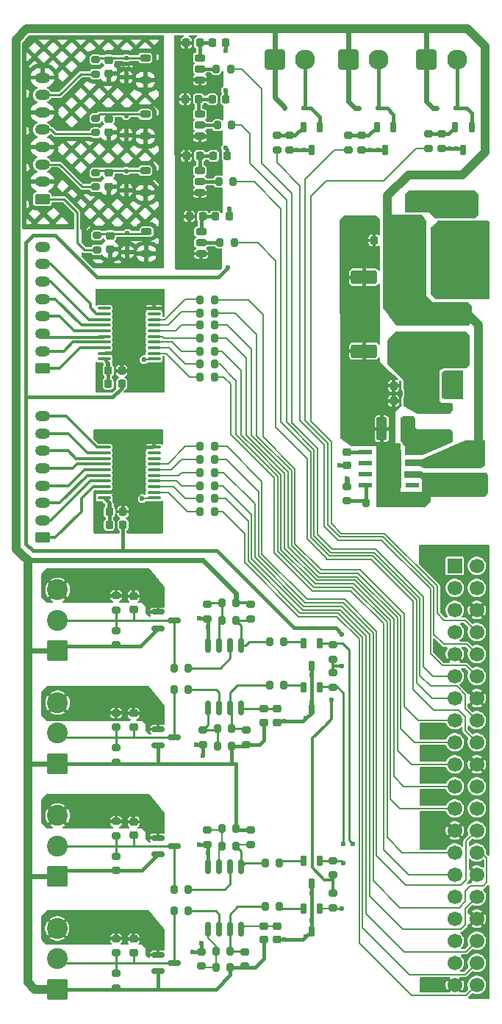
<source format=gbr>
%TF.GenerationSoftware,KiCad,Pcbnew,9.0.3*%
%TF.CreationDate,2026-03-01T13:08:05+01:00*%
%TF.ProjectId,HAT_RPI_PnP,4841545f-5250-4495-9f50-6e502e6b6963,rev?*%
%TF.SameCoordinates,Original*%
%TF.FileFunction,Copper,L1,Top*%
%TF.FilePolarity,Positive*%
%FSLAX46Y46*%
G04 Gerber Fmt 4.6, Leading zero omitted, Abs format (unit mm)*
G04 Created by KiCad (PCBNEW 9.0.3) date 2026-03-01 13:08:05*
%MOMM*%
%LPD*%
G01*
G04 APERTURE LIST*
G04 Aperture macros list*
%AMRoundRect*
0 Rectangle with rounded corners*
0 $1 Rounding radius*
0 $2 $3 $4 $5 $6 $7 $8 $9 X,Y pos of 4 corners*
0 Add a 4 corners polygon primitive as box body*
4,1,4,$2,$3,$4,$5,$6,$7,$8,$9,$2,$3,0*
0 Add four circle primitives for the rounded corners*
1,1,$1+$1,$2,$3*
1,1,$1+$1,$4,$5*
1,1,$1+$1,$6,$7*
1,1,$1+$1,$8,$9*
0 Add four rect primitives between the rounded corners*
20,1,$1+$1,$2,$3,$4,$5,0*
20,1,$1+$1,$4,$5,$6,$7,0*
20,1,$1+$1,$6,$7,$8,$9,0*
20,1,$1+$1,$8,$9,$2,$3,0*%
G04 Aperture macros list end*
%TA.AperFunction,SMDPad,CuDef*%
%ADD10RoundRect,0.200000X0.200000X0.275000X-0.200000X0.275000X-0.200000X-0.275000X0.200000X-0.275000X0*%
%TD*%
%TA.AperFunction,SMDPad,CuDef*%
%ADD11RoundRect,0.225000X0.225000X0.250000X-0.225000X0.250000X-0.225000X-0.250000X0.225000X-0.250000X0*%
%TD*%
%TA.AperFunction,SMDPad,CuDef*%
%ADD12RoundRect,0.218750X0.218750X0.256250X-0.218750X0.256250X-0.218750X-0.256250X0.218750X-0.256250X0*%
%TD*%
%TA.AperFunction,SMDPad,CuDef*%
%ADD13RoundRect,0.200000X-0.200000X-0.275000X0.200000X-0.275000X0.200000X0.275000X-0.200000X0.275000X0*%
%TD*%
%TA.AperFunction,ComponentPad*%
%ADD14RoundRect,0.250001X0.949999X-0.949999X0.949999X0.949999X-0.949999X0.949999X-0.949999X-0.949999X0*%
%TD*%
%TA.AperFunction,ComponentPad*%
%ADD15C,2.400000*%
%TD*%
%TA.AperFunction,SMDPad,CuDef*%
%ADD16RoundRect,0.218750X0.256250X-0.218750X0.256250X0.218750X-0.256250X0.218750X-0.256250X-0.218750X0*%
%TD*%
%TA.AperFunction,SMDPad,CuDef*%
%ADD17RoundRect,0.200000X0.275000X-0.200000X0.275000X0.200000X-0.275000X0.200000X-0.275000X-0.200000X0*%
%TD*%
%TA.AperFunction,SMDPad,CuDef*%
%ADD18RoundRect,0.162500X-0.162500X0.447500X-0.162500X-0.447500X0.162500X-0.447500X0.162500X0.447500X0*%
%TD*%
%TA.AperFunction,SMDPad,CuDef*%
%ADD19RoundRect,0.150000X-0.587500X-0.150000X0.587500X-0.150000X0.587500X0.150000X-0.587500X0.150000X0*%
%TD*%
%TA.AperFunction,SMDPad,CuDef*%
%ADD20RoundRect,0.225000X-0.250000X0.225000X-0.250000X-0.225000X0.250000X-0.225000X0.250000X0.225000X0*%
%TD*%
%TA.AperFunction,SMDPad,CuDef*%
%ADD21RoundRect,0.200000X-0.400000X-0.200000X0.400000X-0.200000X0.400000X0.200000X-0.400000X0.200000X0*%
%TD*%
%TA.AperFunction,SMDPad,CuDef*%
%ADD22RoundRect,0.218750X-0.381250X0.218750X-0.381250X-0.218750X0.381250X-0.218750X0.381250X0.218750X0*%
%TD*%
%TA.AperFunction,SMDPad,CuDef*%
%ADD23RoundRect,0.200000X-0.275000X0.200000X-0.275000X-0.200000X0.275000X-0.200000X0.275000X0.200000X0*%
%TD*%
%TA.AperFunction,SMDPad,CuDef*%
%ADD24RoundRect,0.225000X0.250000X-0.225000X0.250000X0.225000X-0.250000X0.225000X-0.250000X-0.225000X0*%
%TD*%
%TA.AperFunction,SMDPad,CuDef*%
%ADD25RoundRect,0.125000X-0.125000X0.125000X-0.125000X-0.125000X0.125000X-0.125000X0.125000X0.125000X0*%
%TD*%
%TA.AperFunction,SMDPad,CuDef*%
%ADD26RoundRect,0.100000X0.637500X0.100000X-0.637500X0.100000X-0.637500X-0.100000X0.637500X-0.100000X0*%
%TD*%
%TA.AperFunction,ComponentPad*%
%ADD27RoundRect,0.250000X0.625000X-0.350000X0.625000X0.350000X-0.625000X0.350000X-0.625000X-0.350000X0*%
%TD*%
%TA.AperFunction,ComponentPad*%
%ADD28O,1.750000X1.200000*%
%TD*%
%TA.AperFunction,SMDPad,CuDef*%
%ADD29RoundRect,0.250000X1.250000X0.550000X-1.250000X0.550000X-1.250000X-0.550000X1.250000X-0.550000X0*%
%TD*%
%TA.AperFunction,ComponentPad*%
%ADD30C,2.300000*%
%TD*%
%TA.AperFunction,ComponentPad*%
%ADD31RoundRect,0.250001X-0.899999X0.899999X-0.899999X-0.899999X0.899999X-0.899999X0.899999X0.899999X0*%
%TD*%
%TA.AperFunction,ComponentPad*%
%ADD32RoundRect,0.250001X-0.899999X-0.899999X0.899999X-0.899999X0.899999X0.899999X-0.899999X0.899999X0*%
%TD*%
%TA.AperFunction,SMDPad,CuDef*%
%ADD33RoundRect,0.125000X-0.125000X-0.125000X0.125000X-0.125000X0.125000X0.125000X-0.125000X0.125000X0*%
%TD*%
%TA.AperFunction,SMDPad,CuDef*%
%ADD34RoundRect,0.162500X-0.162500X0.650000X-0.162500X-0.650000X0.162500X-0.650000X0.162500X0.650000X0*%
%TD*%
%TA.AperFunction,SMDPad,CuDef*%
%ADD35RoundRect,0.225000X-0.225000X-0.250000X0.225000X-0.250000X0.225000X0.250000X-0.225000X0.250000X0*%
%TD*%
%TA.AperFunction,SMDPad,CuDef*%
%ADD36RoundRect,0.250000X1.600000X-0.300000X1.600000X0.300000X-1.600000X0.300000X-1.600000X-0.300000X0*%
%TD*%
%TA.AperFunction,ComponentPad*%
%ADD37C,0.600000*%
%TD*%
%TA.AperFunction,SMDPad,CuDef*%
%ADD38R,2.950000X4.500000*%
%TD*%
%TA.AperFunction,SMDPad,CuDef*%
%ADD39R,2.600000X3.100000*%
%TD*%
%TA.AperFunction,SMDPad,CuDef*%
%ADD40R,1.550000X0.600000*%
%TD*%
%TA.AperFunction,SMDPad,CuDef*%
%ADD41RoundRect,0.250000X0.375000X1.075000X-0.375000X1.075000X-0.375000X-1.075000X0.375000X-1.075000X0*%
%TD*%
%TA.AperFunction,ComponentPad*%
%ADD42RoundRect,0.250001X-0.949999X0.949999X-0.949999X-0.949999X0.949999X-0.949999X0.949999X0.949999X0*%
%TD*%
%TA.AperFunction,ComponentPad*%
%ADD43C,1.700000*%
%TD*%
%TA.AperFunction,ComponentPad*%
%ADD44R,1.700000X1.700000*%
%TD*%
%TA.AperFunction,ViaPad*%
%ADD45C,0.600000*%
%TD*%
%TA.AperFunction,Conductor*%
%ADD46C,0.250000*%
%TD*%
%TA.AperFunction,Conductor*%
%ADD47C,0.200000*%
%TD*%
%TA.AperFunction,Conductor*%
%ADD48C,0.600000*%
%TD*%
%TA.AperFunction,Conductor*%
%ADD49C,1.000000*%
%TD*%
%TA.AperFunction,Conductor*%
%ADD50C,0.400000*%
%TD*%
%TA.AperFunction,Conductor*%
%ADD51C,0.300000*%
%TD*%
G04 APERTURE END LIST*
D10*
%TO.P,R51,1*%
%TO.N,/STEP_C*%
X83325000Y-80100000D03*
%TO.P,R51,2*%
%TO.N,Net-(U8-A7)*%
X81675000Y-80100000D03*
%TD*%
%TO.P,R50,1*%
%TO.N,/DIR_C*%
X83325000Y-81600000D03*
%TO.P,R50,2*%
%TO.N,Net-(U8-A6)*%
X81675000Y-81600000D03*
%TD*%
D11*
%TO.P,C21,2*%
%TO.N,GND*%
X103975000Y-90000000D03*
%TO.P,C21,1*%
%TO.N,+5V*%
X105525000Y-90000000D03*
%TD*%
D10*
%TO.P,R13,1*%
%TO.N,+24V*%
X85150000Y-157000000D03*
%TO.P,R13,2*%
%TO.N,Net-(U2B-+)*%
X83500000Y-157000000D03*
%TD*%
D12*
%TO.P,FB8,1*%
%TO.N,+3.3V*%
X72787500Y-106000000D03*
%TO.P,FB8,2*%
%TO.N,Net-(U9-DIR)*%
X71212500Y-106000000D03*
%TD*%
D13*
%TO.P,R23,1*%
%TO.N,Net-(D3-COM)*%
X78675000Y-122500000D03*
%TO.P,R23,2*%
%TO.N,Net-(U3A--)*%
X80325000Y-122500000D03*
%TD*%
D14*
%TO.P,J5,1,Pin_1*%
%TO.N,+24V*%
X65267500Y-133500000D03*
D15*
%TO.P,J5,2,Pin_2*%
%TO.N,Net-(D4-COM)*%
X65267500Y-130000000D03*
%TO.P,J5,3,Pin_3*%
%TO.N,GND*%
X65267500Y-126500000D03*
%TD*%
D16*
%TO.P,FB1,1*%
%TO.N,+24V*%
X89000000Y-128787500D03*
%TO.P,FB1,2*%
%TO.N,Net-(U3C-V+)*%
X89000000Y-127212500D03*
%TD*%
D17*
%TO.P,R1,1*%
%TO.N,+24V*%
X72000000Y-145825000D03*
%TO.P,R1,2*%
%TO.N,Net-(D1-COM)*%
X72000000Y-144175000D03*
%TD*%
D18*
%TO.P,Q7,1,D*%
%TO.N,Net-(D12-A)*%
X112950000Y-60190000D03*
%TO.P,Q7,2,G*%
%TO.N,Net-(Q7-G)*%
X111050000Y-60190000D03*
%TO.P,Q7,3,S*%
%TO.N,GND*%
X112000000Y-62810000D03*
%TD*%
D19*
%TO.P,D2,1,A*%
%TO.N,GND*%
X76830000Y-155550000D03*
%TO.P,D2,2,K*%
%TO.N,+24V*%
X76830000Y-157450000D03*
%TO.P,D2,3,COM*%
%TO.N,Net-(D2-COM)*%
X78705000Y-156500000D03*
%TD*%
D20*
%TO.P,C19,1*%
%TO.N,+24V*%
X110000000Y-98975000D03*
%TO.P,C19,2*%
%TO.N,GND*%
X110000000Y-100525000D03*
%TD*%
D12*
%TO.P,FB3,1*%
%TO.N,+3.3V*%
X85000000Y-70500000D03*
%TO.P,FB3,2*%
%TO.N,Net-(U1-VDD)*%
X83425000Y-70500000D03*
%TD*%
D11*
%TO.P,C23,1*%
%TO.N,+5V*%
X105525000Y-91750000D03*
%TO.P,C23,2*%
%TO.N,GND*%
X103975000Y-91750000D03*
%TD*%
D21*
%TO.P,U6,1,A*%
%TO.N,Net-(D8-A1)*%
X75350000Y-52230000D03*
%TO.P,U6,3,K*%
%TO.N,GND_ISO*%
X75350000Y-54770000D03*
%TO.P,U6,4,GND*%
%TO.N,GND*%
X81650000Y-54770000D03*
%TO.P,U6,5,VO*%
%TO.N,Net-(U6-VO)*%
X81650000Y-53500000D03*
%TO.P,U6,6,VDD*%
%TO.N,Net-(U6-VDD)*%
X81650000Y-52230000D03*
%TD*%
D20*
%TO.P,C7,1*%
%TO.N,Net-(D5-A1)*%
X71300000Y-72745000D03*
%TO.P,C7,2*%
%TO.N,GND_ISO*%
X71300000Y-74295000D03*
%TD*%
D13*
%TO.P,R12,1*%
%TO.N,Net-(D2-COM)*%
X78675000Y-150500000D03*
%TO.P,R12,2*%
%TO.N,Net-(U2B--)*%
X80325000Y-150500000D03*
%TD*%
D10*
%TO.P,R54,1*%
%TO.N,/AUX6*%
X83325000Y-97000000D03*
%TO.P,R54,2*%
%TO.N,Net-(U9-A6)*%
X81675000Y-97000000D03*
%TD*%
D14*
%TO.P,J2,1,Pin_1*%
%TO.N,+24V*%
X65267500Y-146500000D03*
D15*
%TO.P,J2,2,Pin_2*%
%TO.N,Net-(D1-COM)*%
X65267500Y-143000000D03*
%TO.P,J2,3,Pin_3*%
%TO.N,GND*%
X65267500Y-139500000D03*
%TD*%
D12*
%TO.P,FB4,1*%
%TO.N,+3.3V*%
X84787500Y-63500000D03*
%TO.P,FB4,2*%
%TO.N,Net-(U4-VDD)*%
X83212500Y-63500000D03*
%TD*%
D17*
%TO.P,R39,1*%
%TO.N,Net-(J6-Pin_3)*%
X69650000Y-67095000D03*
%TO.P,R39,2*%
%TO.N,Net-(D6-A1)*%
X69650000Y-65445000D03*
%TD*%
D13*
%TO.P,R33,1*%
%TO.N,Net-(R29-Pad2)*%
X89675000Y-119500000D03*
%TO.P,R33,2*%
%TO.N,Net-(Q3-B)*%
X91325000Y-119500000D03*
%TD*%
D22*
%TO.P,FB9,1*%
%TO.N,+VIN*%
X106250000Y-69187500D03*
%TO.P,FB9,2*%
%TO.N,+24V*%
X106250000Y-71312500D03*
%TD*%
D17*
%TO.P,R32,1*%
%TO.N,+24V*%
X87000000Y-131325000D03*
%TO.P,R32,2*%
%TO.N,Net-(R30-Pad2)*%
X87000000Y-129675000D03*
%TD*%
D20*
%TO.P,C6,1*%
%TO.N,Net-(U2C-V+)*%
X90500000Y-152225000D03*
%TO.P,C6,2*%
%TO.N,GND*%
X90500000Y-153775000D03*
%TD*%
D19*
%TO.P,D3,1,A*%
%TO.N,GND*%
X76830000Y-116050000D03*
%TO.P,D3,2,K*%
%TO.N,+24V*%
X76830000Y-117950000D03*
%TO.P,D3,3,COM*%
%TO.N,Net-(D3-COM)*%
X78705000Y-117000000D03*
%TD*%
D17*
%TO.P,R35,1*%
%TO.N,+3.3V*%
X97000000Y-121500000D03*
%TO.P,R35,2*%
%TO.N,/ENDSTOP3*%
X97000000Y-119850000D03*
%TD*%
D10*
%TO.P,R56,1*%
%TO.N,/AUX3*%
X83325000Y-101500000D03*
%TO.P,R56,2*%
%TO.N,Net-(U9-A3)*%
X81675000Y-101500000D03*
%TD*%
D17*
%TO.P,R63,1*%
%TO.N,/OUT2*%
X98750000Y-62825000D03*
%TO.P,R63,2*%
%TO.N,Net-(Q5-G)*%
X98750000Y-61175000D03*
%TD*%
D23*
%TO.P,R26,1*%
%TO.N,Net-(U3A-+)*%
X82500000Y-115175000D03*
%TO.P,R26,2*%
%TO.N,GND*%
X82500000Y-116825000D03*
%TD*%
D13*
%TO.P,R44,1*%
%TO.N,Net-(U6-VO)*%
X83525000Y-53500000D03*
%TO.P,R44,2*%
%TO.N,/ISO_IN4*%
X85175000Y-53500000D03*
%TD*%
D24*
%TO.P,C3,1*%
%TO.N,Net-(D3-COM)*%
X74000000Y-115775000D03*
%TO.P,C3,2*%
%TO.N,GND*%
X74000000Y-114225000D03*
%TD*%
D23*
%TO.P,R62,1*%
%TO.N,Net-(Q6-G)*%
X92000000Y-61175000D03*
%TO.P,R62,2*%
%TO.N,GND*%
X92000000Y-62825000D03*
%TD*%
D20*
%TO.P,C13,1*%
%TO.N,Net-(D8-A1)*%
X71150000Y-52495000D03*
%TO.P,C13,2*%
%TO.N,GND_ISO*%
X71150000Y-54045000D03*
%TD*%
D17*
%TO.P,R2,1*%
%TO.N,Net-(D1-COM)*%
X72000000Y-141825000D03*
%TO.P,R2,2*%
%TO.N,GND*%
X72000000Y-140175000D03*
%TD*%
D25*
%TO.P,D7,1,A1*%
%TO.N,Net-(D7-A1)*%
X73150000Y-58920000D03*
%TO.P,D7,2,A2*%
%TO.N,GND_ISO*%
X73150000Y-61120000D03*
%TD*%
D13*
%TO.P,R40,1*%
%TO.N,Net-(U4-VO)*%
X83825000Y-66500000D03*
%TO.P,R40,2*%
%TO.N,/ISO_IN2*%
X85475000Y-66500000D03*
%TD*%
D11*
%TO.P,C10,1*%
%TO.N,Net-(U4-VDD)*%
X81650000Y-63500000D03*
%TO.P,C10,2*%
%TO.N,GND*%
X80100000Y-63500000D03*
%TD*%
D10*
%TO.P,R57,1*%
%TO.N,/AUX5*%
X83325000Y-98500000D03*
%TO.P,R57,2*%
%TO.N,Net-(U9-A5)*%
X81675000Y-98500000D03*
%TD*%
D13*
%TO.P,R8,1*%
%TO.N,Net-(R4-Pad2)*%
X89175000Y-145000000D03*
%TO.P,R8,2*%
%TO.N,Net-(Q1-B)*%
X90825000Y-145000000D03*
%TD*%
%TO.P,R60,1*%
%TO.N,Net-(U7-VSENSE)*%
X100775000Y-103500000D03*
%TO.P,R60,2*%
%TO.N,GND*%
X102425000Y-103500000D03*
%TD*%
D19*
%TO.P,D1,1,A*%
%TO.N,GND*%
X76830000Y-142050000D03*
%TO.P,D1,2,K*%
%TO.N,+24V*%
X76830000Y-143950000D03*
%TO.P,D1,3,COM*%
%TO.N,Net-(D1-COM)*%
X78705000Y-143000000D03*
%TD*%
D17*
%TO.P,R61,1*%
%TO.N,/OUT1*%
X90500000Y-62825000D03*
%TO.P,R61,2*%
%TO.N,Net-(Q6-G)*%
X90500000Y-61175000D03*
%TD*%
D26*
%TO.P,U8,20,VCC*%
%TO.N,Net-(U8-DIR)*%
X70637500Y-86925000D03*
%TO.P,U8,19,~{OE}*%
%TO.N,GND*%
X70637500Y-86275000D03*
%TO.P,U8,18,B1*%
%TO.N,Net-(J10-Pin_1)*%
X70637500Y-85625000D03*
%TO.P,U8,17,B2*%
%TO.N,Net-(J10-Pin_2)*%
X70637500Y-84975000D03*
%TO.P,U8,16,B3*%
%TO.N,Net-(J10-Pin_3)*%
X70637500Y-84325000D03*
%TO.P,U8,15,B4*%
%TO.N,Net-(J10-Pin_4)*%
X70637500Y-83675000D03*
%TO.P,U8,14,B5*%
%TO.N,Net-(J10-Pin_5)*%
X70637500Y-83025000D03*
%TO.P,U8,13,B6*%
%TO.N,Net-(J10-Pin_6)*%
X70637500Y-82375000D03*
%TO.P,U8,12,B7*%
%TO.N,Net-(J10-Pin_7)*%
X70637500Y-81725000D03*
%TO.P,U8,11,B8*%
%TO.N,unconnected-(U8-B8-Pad11)*%
X70637500Y-81075000D03*
%TO.P,U8,10,GND*%
%TO.N,GND*%
X76362500Y-81075000D03*
%TO.P,U8,9,A8*%
%TO.N,unconnected-(U8-A8-Pad9)*%
X76362500Y-81725000D03*
%TO.P,U8,8,A7*%
%TO.N,Net-(U8-A7)*%
X76362500Y-82375000D03*
%TO.P,U8,7,A6*%
%TO.N,Net-(U8-A6)*%
X76362500Y-83025000D03*
%TO.P,U8,6,A5*%
%TO.N,Net-(U8-A5)*%
X76362500Y-83675000D03*
%TO.P,U8,5,A4*%
%TO.N,Net-(U8-A4)*%
X76362500Y-84325000D03*
%TO.P,U8,4,A3*%
%TO.N,Net-(U8-A3)*%
X76362500Y-84975000D03*
%TO.P,U8,3,A2*%
%TO.N,Net-(U8-A2)*%
X76362500Y-85625000D03*
%TO.P,U8,2,A1*%
%TO.N,Net-(U8-A1)*%
X76362500Y-86275000D03*
%TO.P,U8,1,DIR*%
%TO.N,Net-(U8-DIR)*%
X76362500Y-86925000D03*
%TD*%
D17*
%TO.P,R11,1*%
%TO.N,Net-(D2-COM)*%
X72000000Y-155325000D03*
%TO.P,R11,2*%
%TO.N,GND*%
X72000000Y-153675000D03*
%TD*%
%TO.P,R20,1*%
%TO.N,Net-(D3-COM)*%
X72000000Y-115825000D03*
%TO.P,R20,2*%
%TO.N,GND*%
X72000000Y-114175000D03*
%TD*%
D23*
%TO.P,R6,1*%
%TO.N,Net-(U2A-+)*%
X82500000Y-141175000D03*
%TO.P,R6,2*%
%TO.N,GND*%
X82500000Y-142825000D03*
%TD*%
D21*
%TO.P,U1,1,A*%
%TO.N,Net-(D5-A1)*%
X75500000Y-72230000D03*
%TO.P,U1,3,K*%
%TO.N,GND_ISO*%
X75500000Y-74770000D03*
%TO.P,U1,4,GND*%
%TO.N,GND*%
X81800000Y-74770000D03*
%TO.P,U1,5,VO*%
%TO.N,Net-(U1-VO)*%
X81800000Y-73500000D03*
%TO.P,U1,6,VDD*%
%TO.N,Net-(U1-VDD)*%
X81800000Y-72230000D03*
%TD*%
D11*
%TO.P,C12,1*%
%TO.N,Net-(U5-VDD)*%
X81500000Y-57000000D03*
%TO.P,C12,2*%
%TO.N,GND*%
X79950000Y-57000000D03*
%TD*%
D17*
%TO.P,R10,1*%
%TO.N,+24V*%
X72000000Y-159325000D03*
%TO.P,R10,2*%
%TO.N,Net-(D2-COM)*%
X72000000Y-157675000D03*
%TD*%
D11*
%TO.P,C8,1*%
%TO.N,Net-(U1-VDD)*%
X81987500Y-70500000D03*
%TO.P,C8,2*%
%TO.N,GND*%
X80437500Y-70500000D03*
%TD*%
D23*
%TO.P,R36,2*%
%TO.N,/ENDSTOP4*%
X97000000Y-124725000D03*
%TO.P,R36,1*%
%TO.N,+3.3V*%
X97000000Y-123075000D03*
%TD*%
D12*
%TO.P,FB7,1*%
%TO.N,+3.3V*%
X72650000Y-89775000D03*
%TO.P,FB7,2*%
%TO.N,Net-(U8-DIR)*%
X71075000Y-89775000D03*
%TD*%
D18*
%TO.P,Q3,1,C*%
%TO.N,/ENDSTOP3*%
X95450000Y-119690000D03*
%TO.P,Q3,2,B*%
%TO.N,Net-(Q3-B)*%
X93550000Y-119690000D03*
%TO.P,Q3,3,E*%
%TO.N,GND*%
X94500000Y-122310000D03*
%TD*%
D17*
%TO.P,R16,1*%
%TO.N,+24V*%
X86825000Y-156825000D03*
%TO.P,R16,2*%
%TO.N,Net-(R15-Pad2)*%
X86825000Y-155175000D03*
%TD*%
D27*
%TO.P,J10,1,Pin_1*%
%TO.N,Net-(J10-Pin_1)*%
X63500000Y-88000000D03*
D28*
%TO.P,J10,2,Pin_2*%
%TO.N,Net-(J10-Pin_2)*%
X63500000Y-86000000D03*
%TO.P,J10,3,Pin_3*%
%TO.N,Net-(J10-Pin_3)*%
X63500000Y-84000000D03*
%TO.P,J10,4,Pin_4*%
%TO.N,Net-(J10-Pin_4)*%
X63500000Y-82000000D03*
%TO.P,J10,5,Pin_5*%
%TO.N,Net-(J10-Pin_5)*%
X63500000Y-80000000D03*
%TO.P,J10,6,Pin_6*%
%TO.N,Net-(J10-Pin_6)*%
X63500000Y-78000000D03*
%TO.P,J10,7,Pin_7*%
%TO.N,Net-(J10-Pin_7)*%
X63500000Y-76000000D03*
%TO.P,J10,8,Pin_8*%
%TO.N,unconnected-(J10-Pin_8-Pad8)*%
X63500000Y-74000000D03*
%TD*%
D23*
%TO.P,R64,1*%
%TO.N,Net-(Q5-G)*%
X100250000Y-61175000D03*
%TO.P,R64,2*%
%TO.N,GND*%
X100250000Y-62825000D03*
%TD*%
D27*
%TO.P,J6,1,Pin_1*%
%TO.N,Net-(J6-Pin_1)*%
X63500000Y-68500000D03*
D28*
%TO.P,J6,2,Pin_2*%
%TO.N,GND_ISO*%
X63500000Y-66500000D03*
%TO.P,J6,3,Pin_3*%
%TO.N,Net-(J6-Pin_3)*%
X63500000Y-64500000D03*
%TO.P,J6,4,Pin_4*%
%TO.N,GND_ISO*%
X63500000Y-62500000D03*
%TO.P,J6,5,Pin_5*%
%TO.N,Net-(J6-Pin_5)*%
X63500000Y-60500000D03*
%TO.P,J6,6,Pin_6*%
%TO.N,GND_ISO*%
X63500000Y-58500000D03*
%TO.P,J6,7,Pin_7*%
%TO.N,Net-(J6-Pin_7)*%
X63500000Y-56500000D03*
%TO.P,J6,8,Pin_8*%
%TO.N,GND_ISO*%
X63500000Y-54500000D03*
%TD*%
D29*
%TO.P,C25,1*%
%TO.N,+5V*%
X104950000Y-86000000D03*
%TO.P,C25,2*%
%TO.N,GND*%
X100550000Y-86000000D03*
%TD*%
D20*
%TO.P,C11,1*%
%TO.N,Net-(D7-A1)*%
X71150000Y-59245000D03*
%TO.P,C11,2*%
%TO.N,GND_ISO*%
X71150000Y-60795000D03*
%TD*%
D14*
%TO.P,J4,1,Pin_1*%
%TO.N,+24V*%
X65267500Y-120500000D03*
D15*
%TO.P,J4,2,Pin_2*%
%TO.N,Net-(D3-COM)*%
X65267500Y-117000000D03*
%TO.P,J4,3,Pin_3*%
%TO.N,GND*%
X65267500Y-113500000D03*
%TD*%
D25*
%TO.P,D5,1,A1*%
%TO.N,Net-(D5-A1)*%
X73300000Y-72420000D03*
%TO.P,D5,2,A2*%
%TO.N,GND_ISO*%
X73300000Y-74620000D03*
%TD*%
D13*
%TO.P,R30,1*%
%TO.N,Net-(U3B-+)*%
X83675000Y-129500000D03*
%TO.P,R30,2*%
%TO.N,Net-(R30-Pad2)*%
X85325000Y-129500000D03*
%TD*%
D25*
%TO.P,D6,1,A1*%
%TO.N,Net-(D6-A1)*%
X73150000Y-65270000D03*
%TO.P,D6,2,A2*%
%TO.N,GND_ISO*%
X73150000Y-67470000D03*
%TD*%
D17*
%TO.P,R9,1*%
%TO.N,+3.3V*%
X97000000Y-146325000D03*
%TO.P,R9,2*%
%TO.N,/ENDSTOP1*%
X97000000Y-144675000D03*
%TD*%
D20*
%TO.P,C9,1*%
%TO.N,Net-(D6-A1)*%
X71150000Y-65495000D03*
%TO.P,C9,2*%
%TO.N,GND_ISO*%
X71150000Y-67045000D03*
%TD*%
D10*
%TO.P,R27,1*%
%TO.N,+24V*%
X85325000Y-131500000D03*
%TO.P,R27,2*%
%TO.N,Net-(U3B-+)*%
X83675000Y-131500000D03*
%TD*%
D30*
%TO.P,J9,2,Pin_2*%
%TO.N,GND*%
X111750000Y-72500000D03*
D31*
%TO.P,J9,1,Pin_1*%
%TO.N,+VIN*%
X111750000Y-69000000D03*
%TD*%
D32*
%TO.P,J8,1,Pin_1*%
%TO.N,+24V*%
X98750000Y-52417500D03*
D30*
%TO.P,J8,2,Pin_2*%
%TO.N,Net-(D11-A)*%
X102250000Y-52417500D03*
%TD*%
D13*
%TO.P,R24,1*%
%TO.N,Net-(D4-COM)*%
X78675000Y-125000000D03*
%TO.P,R24,2*%
%TO.N,Net-(U3B--)*%
X80325000Y-125000000D03*
%TD*%
D12*
%TO.P,FB6,1*%
%TO.N,+3.3V*%
X84637500Y-50500000D03*
%TO.P,FB6,2*%
%TO.N,Net-(U6-VDD)*%
X83062500Y-50500000D03*
%TD*%
D17*
%TO.P,R37,1*%
%TO.N,Net-(J6-Pin_5)*%
X69650000Y-60845000D03*
%TO.P,R37,2*%
%TO.N,Net-(D7-A1)*%
X69650000Y-59195000D03*
%TD*%
D19*
%TO.P,D4,1,A*%
%TO.N,GND*%
X76830000Y-129550000D03*
%TO.P,D4,2,K*%
%TO.N,+24V*%
X76830000Y-131450000D03*
%TO.P,D4,3,COM*%
%TO.N,Net-(D4-COM)*%
X78705000Y-130500000D03*
%TD*%
D23*
%TO.P,R66,1*%
%TO.N,Net-(Q7-G)*%
X109500000Y-60985000D03*
%TO.P,R66,2*%
%TO.N,GND*%
X109500000Y-62635000D03*
%TD*%
D10*
%TO.P,R5,1*%
%TO.N,+24V*%
X85825000Y-141000000D03*
%TO.P,R5,2*%
%TO.N,Net-(U2A-+)*%
X84175000Y-141000000D03*
%TD*%
D18*
%TO.P,Q6,1,D*%
%TO.N,Net-(D10-A)*%
X95450000Y-60190000D03*
%TO.P,Q6,2,G*%
%TO.N,Net-(Q6-G)*%
X93550000Y-60190000D03*
%TO.P,Q6,3,S*%
%TO.N,GND*%
X94500000Y-62810000D03*
%TD*%
D13*
%TO.P,R17,1*%
%TO.N,Net-(R15-Pad2)*%
X89175000Y-150000000D03*
%TO.P,R17,2*%
%TO.N,Net-(Q2-B)*%
X90825000Y-150000000D03*
%TD*%
D33*
%TO.P,D10,1,K*%
%TO.N,+24V*%
X91400000Y-58000000D03*
%TO.P,D10,2,A*%
%TO.N,Net-(D10-A)*%
X93600000Y-58000000D03*
%TD*%
D27*
%TO.P,J11,1,Pin_1*%
%TO.N,Net-(J11-Pin_1)*%
X63500000Y-107500000D03*
D28*
%TO.P,J11,2,Pin_2*%
%TO.N,Net-(J11-Pin_2)*%
X63500000Y-105500000D03*
%TO.P,J11,3,Pin_3*%
%TO.N,Net-(J11-Pin_3)*%
X63500000Y-103500000D03*
%TO.P,J11,4,Pin_4*%
%TO.N,Net-(J11-Pin_4)*%
X63500000Y-101500000D03*
%TO.P,J11,5,Pin_5*%
%TO.N,Net-(J11-Pin_5)*%
X63500000Y-99500000D03*
%TO.P,J11,6,Pin_6*%
%TO.N,Net-(J11-Pin_6)*%
X63500000Y-97500000D03*
%TO.P,J11,7,Pin_7*%
%TO.N,Net-(J11-Pin_7)*%
X63500000Y-95500000D03*
%TO.P,J11,8,Pin_8*%
%TO.N,Net-(J11-Pin_8)*%
X63500000Y-93500000D03*
%TD*%
D17*
%TO.P,R21,1*%
%TO.N,+24V*%
X72000000Y-133325000D03*
%TO.P,R21,2*%
%TO.N,Net-(D4-COM)*%
X72000000Y-131675000D03*
%TD*%
D18*
%TO.P,Q5,1,D*%
%TO.N,Net-(D11-A)*%
X103950000Y-60190000D03*
%TO.P,Q5,2,G*%
%TO.N,Net-(Q5-G)*%
X102050000Y-60190000D03*
%TO.P,Q5,3,S*%
%TO.N,GND*%
X103000000Y-62810000D03*
%TD*%
D25*
%TO.P,D8,1,A1*%
%TO.N,Net-(D8-A1)*%
X73150000Y-52270000D03*
%TO.P,D8,2,A2*%
%TO.N,GND_ISO*%
X73150000Y-54470000D03*
%TD*%
D23*
%TO.P,R28,1*%
%TO.N,Net-(U3B-+)*%
X82000000Y-129675000D03*
%TO.P,R28,2*%
%TO.N,GND*%
X82000000Y-131325000D03*
%TD*%
D10*
%TO.P,R48,1*%
%TO.N,/STEP_B*%
X83325000Y-84500000D03*
%TO.P,R48,2*%
%TO.N,Net-(U8-A4)*%
X81675000Y-84500000D03*
%TD*%
D23*
%TO.P,R4,1*%
%TO.N,+24V*%
X87500000Y-141175000D03*
%TO.P,R4,2*%
%TO.N,Net-(R4-Pad2)*%
X87500000Y-142825000D03*
%TD*%
D26*
%TO.P,U9,1,DIR*%
%TO.N,Net-(U9-DIR)*%
X76362500Y-102925000D03*
%TO.P,U9,2,A1*%
%TO.N,Net-(U9-A1)*%
X76362500Y-102275000D03*
%TO.P,U9,3,A2*%
%TO.N,Net-(U9-A2)*%
X76362500Y-101625000D03*
%TO.P,U9,4,A3*%
%TO.N,Net-(U9-A3)*%
X76362500Y-100975000D03*
%TO.P,U9,5,A4*%
%TO.N,Net-(U9-A4)*%
X76362500Y-100325000D03*
%TO.P,U9,6,A5*%
%TO.N,Net-(U9-A5)*%
X76362500Y-99675000D03*
%TO.P,U9,7,A6*%
%TO.N,Net-(U9-A6)*%
X76362500Y-99025000D03*
%TO.P,U9,8,A7*%
%TO.N,unconnected-(U9-A7-Pad8)*%
X76362500Y-98375000D03*
%TO.P,U9,9,A8*%
%TO.N,unconnected-(U9-A8-Pad9)*%
X76362500Y-97725000D03*
%TO.P,U9,10,GND*%
%TO.N,GND*%
X76362500Y-97075000D03*
%TO.P,U9,11,B8*%
%TO.N,Net-(J11-Pin_8)*%
X70637500Y-97075000D03*
%TO.P,U9,12,B7*%
%TO.N,Net-(J11-Pin_7)*%
X70637500Y-97725000D03*
%TO.P,U9,13,B6*%
%TO.N,Net-(J11-Pin_6)*%
X70637500Y-98375000D03*
%TO.P,U9,14,B5*%
%TO.N,Net-(J11-Pin_5)*%
X70637500Y-99025000D03*
%TO.P,U9,15,B4*%
%TO.N,Net-(J11-Pin_4)*%
X70637500Y-99675000D03*
%TO.P,U9,16,B3*%
%TO.N,Net-(J11-Pin_3)*%
X70637500Y-100325000D03*
%TO.P,U9,17,B2*%
%TO.N,Net-(J11-Pin_2)*%
X70637500Y-100975000D03*
%TO.P,U9,18,B1*%
%TO.N,Net-(J11-Pin_1)*%
X70637500Y-101625000D03*
%TO.P,U9,19,~{OE}*%
%TO.N,GND*%
X70637500Y-102275000D03*
%TO.P,U9,20,VCC*%
%TO.N,Net-(U9-DIR)*%
X70637500Y-102925000D03*
%TD*%
D20*
%TO.P,C20,1*%
%TO.N,+24V*%
X108300000Y-98975000D03*
%TO.P,C20,2*%
%TO.N,GND*%
X108300000Y-100525000D03*
%TD*%
D34*
%TO.P,U3,1*%
%TO.N,Net-(R29-Pad2)*%
X86405000Y-119912500D03*
%TO.P,U3,2,-*%
%TO.N,Net-(U3A--)*%
X85135000Y-119912500D03*
%TO.P,U3,3,+*%
%TO.N,Net-(U3A-+)*%
X83865000Y-119912500D03*
%TO.P,U3,4,V-*%
%TO.N,GND*%
X82595000Y-119912500D03*
%TO.P,U3,5,+*%
%TO.N,Net-(U3B-+)*%
X82595000Y-127087500D03*
%TO.P,U3,6,-*%
%TO.N,Net-(U3B--)*%
X83865000Y-127087500D03*
%TO.P,U3,7*%
%TO.N,Net-(R30-Pad2)*%
X85135000Y-127087500D03*
%TO.P,U3,8,V+*%
%TO.N,Net-(U3C-V+)*%
X86405000Y-127087500D03*
%TD*%
D13*
%TO.P,R29,1*%
%TO.N,Net-(U3A-+)*%
X84175000Y-117000000D03*
%TO.P,R29,2*%
%TO.N,Net-(R29-Pad2)*%
X85825000Y-117000000D03*
%TD*%
D32*
%TO.P,J7,1,Pin_1*%
%TO.N,+24V*%
X90250000Y-52417500D03*
D30*
%TO.P,J7,2,Pin_2*%
%TO.N,Net-(D10-A)*%
X93750000Y-52417500D03*
%TD*%
D34*
%TO.P,U2,1*%
%TO.N,Net-(R4-Pad2)*%
X86405000Y-145412500D03*
%TO.P,U2,2,-*%
%TO.N,Net-(U2A--)*%
X85135000Y-145412500D03*
%TO.P,U2,3,+*%
%TO.N,Net-(U2A-+)*%
X83865000Y-145412500D03*
%TO.P,U2,4,V-*%
%TO.N,GND*%
X82595000Y-145412500D03*
%TO.P,U2,5,+*%
%TO.N,Net-(U2B-+)*%
X82595000Y-152587500D03*
%TO.P,U2,6,-*%
%TO.N,Net-(U2B--)*%
X83865000Y-152587500D03*
%TO.P,U2,7*%
%TO.N,Net-(R15-Pad2)*%
X85135000Y-152587500D03*
%TO.P,U2,8,V+*%
%TO.N,Net-(U2C-V+)*%
X86405000Y-152587500D03*
%TD*%
D33*
%TO.P,D12,1,K*%
%TO.N,+24V*%
X108900000Y-58000000D03*
%TO.P,D12,2,A*%
%TO.N,Net-(D12-A)*%
X111100000Y-58000000D03*
%TD*%
D35*
%TO.P,C24,1*%
%TO.N,+5V*%
X108475000Y-90700000D03*
%TO.P,C24,2*%
%TO.N,GND*%
X110025000Y-90700000D03*
%TD*%
D13*
%TO.P,R7,1*%
%TO.N,Net-(U2A-+)*%
X84175000Y-143000000D03*
%TO.P,R7,2*%
%TO.N,Net-(R4-Pad2)*%
X85825000Y-143000000D03*
%TD*%
D18*
%TO.P,Q4,1,C*%
%TO.N,/ENDSTOP4*%
X95450000Y-124690000D03*
%TO.P,Q4,2,B*%
%TO.N,Net-(Q4-B)*%
X93550000Y-124690000D03*
%TO.P,Q4,3,E*%
%TO.N,GND*%
X94500000Y-127310000D03*
%TD*%
D12*
%TO.P,FB5,1*%
%TO.N,+3.3V*%
X84637500Y-57000000D03*
%TO.P,FB5,2*%
%TO.N,Net-(U5-VDD)*%
X83062500Y-57000000D03*
%TD*%
D10*
%TO.P,R25,1*%
%TO.N,+24V*%
X85825000Y-115000000D03*
%TO.P,R25,2*%
%TO.N,Net-(U3A-+)*%
X84175000Y-115000000D03*
%TD*%
D17*
%TO.P,R43,1*%
%TO.N,Net-(J6-Pin_7)*%
X69650000Y-54095000D03*
%TO.P,R43,2*%
%TO.N,Net-(D8-A1)*%
X69650000Y-52445000D03*
%TD*%
D32*
%TO.P,J13,1,Pin_1*%
%TO.N,+24V*%
X107750000Y-52417500D03*
D30*
%TO.P,J13,2,Pin_2*%
%TO.N,Net-(D12-A)*%
X111250000Y-52417500D03*
%TD*%
D36*
%TO.P,L1,1,1*%
%TO.N,Net-(D9-K)*%
X108750000Y-95700000D03*
%TO.P,L1,2,2*%
%TO.N,+5V*%
X108750000Y-92700000D03*
%TD*%
D17*
%TO.P,R65,1*%
%TO.N,/OUT3*%
X108000000Y-62635000D03*
%TO.P,R65,2*%
%TO.N,Net-(Q7-G)*%
X108000000Y-60985000D03*
%TD*%
D21*
%TO.P,U4,6,VDD*%
%TO.N,Net-(U4-VDD)*%
X81650000Y-65230000D03*
%TO.P,U4,5,VO*%
%TO.N,Net-(U4-VO)*%
X81650000Y-66500000D03*
%TO.P,U4,4,GND*%
%TO.N,GND*%
X81650000Y-67770000D03*
%TO.P,U4,3,K*%
%TO.N,GND_ISO*%
X75350000Y-67770000D03*
%TO.P,U4,1,A*%
%TO.N,Net-(D6-A1)*%
X75350000Y-65230000D03*
%TD*%
D35*
%TO.P,C16,1*%
%TO.N,Net-(U9-DIR)*%
X71225000Y-104500000D03*
%TO.P,C16,2*%
%TO.N,GND*%
X72775000Y-104500000D03*
%TD*%
D29*
%TO.P,C28,2*%
%TO.N,GND*%
X100550000Y-77500000D03*
%TO.P,C28,1*%
%TO.N,+24V*%
X104950000Y-77500000D03*
%TD*%
D33*
%TO.P,D11,1,K*%
%TO.N,+24V*%
X99900000Y-58000000D03*
%TO.P,D11,2,A*%
%TO.N,Net-(D11-A)*%
X102100000Y-58000000D03*
%TD*%
D35*
%TO.P,C15,1*%
%TO.N,Net-(U8-DIR)*%
X71087500Y-88275000D03*
%TO.P,C15,2*%
%TO.N,GND*%
X72637500Y-88275000D03*
%TD*%
D20*
%TO.P,C18,1*%
%TO.N,+24V*%
X111750000Y-98975000D03*
%TO.P,C18,2*%
%TO.N,GND*%
X111750000Y-100525000D03*
%TD*%
D18*
%TO.P,Q2,1,C*%
%TO.N,/ENDSTOP2*%
X95450000Y-150190000D03*
%TO.P,Q2,2,B*%
%TO.N,Net-(Q2-B)*%
X93550000Y-150190000D03*
%TO.P,Q2,3,E*%
%TO.N,GND*%
X94500000Y-152810000D03*
%TD*%
D20*
%TO.P,C26,1*%
%TO.N,Net-(U7-BOOT)*%
X98600000Y-97640000D03*
%TO.P,C26,2*%
%TO.N,Net-(D9-K)*%
X98600000Y-99190000D03*
%TD*%
D13*
%TO.P,R15,1*%
%TO.N,Net-(U2B-+)*%
X83500000Y-155087500D03*
%TO.P,R15,2*%
%TO.N,Net-(R15-Pad2)*%
X85150000Y-155087500D03*
%TD*%
D17*
%TO.P,R19,1*%
%TO.N,+24V*%
X72000000Y-119825000D03*
%TO.P,R19,2*%
%TO.N,Net-(D3-COM)*%
X72000000Y-118175000D03*
%TD*%
D37*
%TO.P,U7,9,GNDPAD*%
%TO.N,GND*%
X104000000Y-101350000D03*
X104000000Y-100250000D03*
X104000000Y-98950000D03*
X104000000Y-97750000D03*
D38*
X103400000Y-99550000D03*
D39*
X103400000Y-99550000D03*
D37*
X102800000Y-101350000D03*
X102800000Y-100250000D03*
X102800000Y-98950000D03*
X102800000Y-97750000D03*
D40*
%TO.P,U7,8,PH*%
%TO.N,Net-(D9-K)*%
X106100000Y-97645000D03*
%TO.P,U7,7,VIN*%
%TO.N,+24V*%
X106100000Y-98915000D03*
%TO.P,U7,6,GND*%
%TO.N,GND*%
X106100000Y-100185000D03*
%TO.P,U7,5,EN*%
%TO.N,unconnected-(U7-EN-Pad5)*%
X106100000Y-101455000D03*
%TO.P,U7,4,VSENSE*%
%TO.N,Net-(U7-VSENSE)*%
X100700000Y-101455000D03*
%TO.P,U7,3,NC*%
%TO.N,unconnected-(U7-NC-Pad3)*%
X100700000Y-100185000D03*
%TO.P,U7,2,NC*%
%TO.N,unconnected-(U7-NC-Pad2)*%
X100700000Y-98915000D03*
%TO.P,U7,1,BOOT*%
%TO.N,Net-(U7-BOOT)*%
X100700000Y-97645000D03*
%TD*%
D18*
%TO.P,Q1,1,C*%
%TO.N,/ENDSTOP1*%
X95450000Y-144690000D03*
%TO.P,Q1,2,B*%
%TO.N,Net-(Q1-B)*%
X93550000Y-144690000D03*
%TO.P,Q1,3,E*%
%TO.N,GND*%
X94500000Y-147310000D03*
%TD*%
D24*
%TO.P,C4,1*%
%TO.N,Net-(D4-COM)*%
X74000000Y-129275000D03*
%TO.P,C4,2*%
%TO.N,GND*%
X74000000Y-127725000D03*
%TD*%
%TO.P,C1,1*%
%TO.N,Net-(D1-COM)*%
X74000000Y-141775000D03*
%TO.P,C1,2*%
%TO.N,GND*%
X74000000Y-140225000D03*
%TD*%
D10*
%TO.P,R47,1*%
%TO.N,/DIR_B*%
X83325000Y-86000000D03*
%TO.P,R47,2*%
%TO.N,Net-(U8-A3)*%
X81675000Y-86000000D03*
%TD*%
D14*
%TO.P,J3,1,Pin_1*%
%TO.N,+24V*%
X65217500Y-159500000D03*
D15*
%TO.P,J3,2,Pin_2*%
%TO.N,Net-(D2-COM)*%
X65217500Y-156000000D03*
%TO.P,J3,3,Pin_3*%
%TO.N,GND*%
X65217500Y-152500000D03*
%TD*%
D17*
%TO.P,R22,1*%
%TO.N,Net-(D4-COM)*%
X72000000Y-129325000D03*
%TO.P,R22,2*%
%TO.N,GND*%
X72000000Y-127675000D03*
%TD*%
D23*
%TO.P,R31,1*%
%TO.N,+24V*%
X87500000Y-115175000D03*
%TO.P,R31,2*%
%TO.N,Net-(R29-Pad2)*%
X87500000Y-116825000D03*
%TD*%
D20*
%TO.P,C17,1*%
%TO.N,+24V*%
X113500000Y-98975000D03*
%TO.P,C17,2*%
%TO.N,GND*%
X113500000Y-100525000D03*
%TD*%
%TO.P,C5,1*%
%TO.N,Net-(U3C-V+)*%
X90500000Y-127225000D03*
%TO.P,C5,2*%
%TO.N,GND*%
X90500000Y-128775000D03*
%TD*%
D21*
%TO.P,U5,1,A*%
%TO.N,Net-(D7-A1)*%
X75350000Y-58730000D03*
%TO.P,U5,3,K*%
%TO.N,GND_ISO*%
X75350000Y-61270000D03*
%TO.P,U5,4,GND*%
%TO.N,GND*%
X81650000Y-61270000D03*
%TO.P,U5,5,VO*%
%TO.N,Net-(U5-VO)*%
X81650000Y-60000000D03*
%TO.P,U5,6,VDD*%
%TO.N,Net-(U5-VDD)*%
X81650000Y-58730000D03*
%TD*%
D10*
%TO.P,R53,1*%
%TO.N,/AUX4*%
X83325000Y-100000000D03*
%TO.P,R53,2*%
%TO.N,Net-(U9-A4)*%
X81675000Y-100000000D03*
%TD*%
D23*
%TO.P,R59,1*%
%TO.N,+5V*%
X98600000Y-101590000D03*
%TO.P,R59,2*%
%TO.N,Net-(U7-VSENSE)*%
X98600000Y-103240000D03*
%TD*%
D10*
%TO.P,R49,1*%
%TO.N,/ENABLE*%
X83325000Y-83000000D03*
%TO.P,R49,2*%
%TO.N,Net-(U8-A5)*%
X81675000Y-83000000D03*
%TD*%
D41*
%TO.P,D9,1,K*%
%TO.N,Net-(D9-K)*%
X105400000Y-94950000D03*
%TO.P,D9,2,A*%
%TO.N,GND*%
X102600000Y-94950000D03*
%TD*%
D15*
%TO.P,J12,3,Pin_3*%
%TO.N,+5V*%
X111250000Y-85250000D03*
%TO.P,J12,2,Pin_2*%
%TO.N,+24V*%
X111250000Y-81750000D03*
D42*
%TO.P,J12,1,Pin_1*%
%TO.N,GND*%
X111250000Y-78250000D03*
%TD*%
D24*
%TO.P,C2,1*%
%TO.N,Net-(D2-COM)*%
X74000000Y-155275000D03*
%TO.P,C2,2*%
%TO.N,GND*%
X74000000Y-153725000D03*
%TD*%
D23*
%TO.P,R18,1*%
%TO.N,+3.3V*%
X97000000Y-148475000D03*
%TO.P,R18,2*%
%TO.N,/ENDSTOP2*%
X97000000Y-150125000D03*
%TD*%
D17*
%TO.P,R14,1*%
%TO.N,Net-(U2B-+)*%
X81825000Y-156825000D03*
%TO.P,R14,2*%
%TO.N,GND*%
X81825000Y-155175000D03*
%TD*%
D13*
%TO.P,R3,1*%
%TO.N,Net-(D1-COM)*%
X78675000Y-148000000D03*
%TO.P,R3,2*%
%TO.N,Net-(U2A--)*%
X80325000Y-148000000D03*
%TD*%
D10*
%TO.P,R52,1*%
%TO.N,/AUX2*%
X83325000Y-103000000D03*
%TO.P,R52,2*%
%TO.N,Net-(U9-A2)*%
X81675000Y-103000000D03*
%TD*%
D17*
%TO.P,R41,1*%
%TO.N,Net-(J6-Pin_1)*%
X69800000Y-74325000D03*
%TO.P,R41,2*%
%TO.N,Net-(D5-A1)*%
X69800000Y-72675000D03*
%TD*%
D13*
%TO.P,R38,1*%
%TO.N,Net-(U1-VO)*%
X83975000Y-73500000D03*
%TO.P,R38,2*%
%TO.N,/ISO_IN1*%
X85625000Y-73500000D03*
%TD*%
D11*
%TO.P,C27,1*%
%TO.N,+24V*%
X103275000Y-73250000D03*
%TO.P,C27,2*%
%TO.N,GND*%
X101725000Y-73250000D03*
%TD*%
D13*
%TO.P,R34,1*%
%TO.N,Net-(R30-Pad2)*%
X89675000Y-124500000D03*
%TO.P,R34,2*%
%TO.N,Net-(Q4-B)*%
X91325000Y-124500000D03*
%TD*%
D10*
%TO.P,R46,1*%
%TO.N,/DIR_A*%
X83325000Y-89000000D03*
%TO.P,R46,2*%
%TO.N,Net-(U8-A1)*%
X81675000Y-89000000D03*
%TD*%
D16*
%TO.P,FB2,1*%
%TO.N,+24V*%
X89000000Y-153787500D03*
%TO.P,FB2,2*%
%TO.N,Net-(U2C-V+)*%
X89000000Y-152212500D03*
%TD*%
D11*
%TO.P,C14,1*%
%TO.N,Net-(U6-VDD)*%
X81625000Y-50500000D03*
%TO.P,C14,2*%
%TO.N,GND*%
X80075000Y-50500000D03*
%TD*%
D10*
%TO.P,R55,1*%
%TO.N,/AUX1*%
X83325000Y-104500000D03*
%TO.P,R55,2*%
%TO.N,Net-(U9-A1)*%
X81675000Y-104500000D03*
%TD*%
D13*
%TO.P,R42,1*%
%TO.N,Net-(U5-VO)*%
X83675000Y-60000000D03*
%TO.P,R42,2*%
%TO.N,/ISO_IN3*%
X85325000Y-60000000D03*
%TD*%
D10*
%TO.P,R45,1*%
%TO.N,/STEP_A*%
X83325000Y-87500000D03*
%TO.P,R45,2*%
%TO.N,Net-(U8-A2)*%
X81675000Y-87500000D03*
%TD*%
D35*
%TO.P,C22,1*%
%TO.N,+5V*%
X108475000Y-89000000D03*
%TO.P,C22,2*%
%TO.N,GND*%
X110025000Y-89000000D03*
%TD*%
D43*
%TO.P,J14,40,Pin_40*%
%TO.N,/AUX1*%
X113540000Y-159000000D03*
%TO.P,J14,39,Pin_39*%
%TO.N,GND*%
X111000000Y-159000000D03*
%TO.P,J14,38,Pin_38*%
%TO.N,/AUX2*%
X113540000Y-156460000D03*
%TO.P,J14,37,Pin_37*%
%TO.N,/ENDSTOP2*%
X111000000Y-156460000D03*
%TO.P,J14,36,Pin_36*%
%TO.N,/AUX3*%
X113540000Y-153920000D03*
%TO.P,J14,35,Pin_35*%
%TO.N,/ENDSTOP1*%
X111000000Y-153920000D03*
%TO.P,J14,34,Pin_34*%
%TO.N,GND*%
X113540000Y-151380000D03*
%TO.P,J14,33,Pin_33*%
%TO.N,/ENDSTOP4*%
X111000000Y-151380000D03*
%TO.P,J14,32,Pin_32*%
%TO.N,/AUX4*%
X113540000Y-148840000D03*
%TO.P,J14,31,Pin_31*%
%TO.N,/ENDSTOP3*%
X111000000Y-148840000D03*
%TO.P,J14,30,Pin_30*%
%TO.N,GND*%
X113540000Y-146300000D03*
%TO.P,J14,29,Pin_29*%
%TO.N,/DIR_A*%
X111000000Y-146300000D03*
%TO.P,J14,28,Pin_28*%
%TO.N,/AUX5*%
X113540000Y-143760000D03*
%TO.P,J14,27,Pin_27*%
%TO.N,/STEP_A*%
X111000000Y-143760000D03*
%TO.P,J14,26,Pin_26*%
%TO.N,/AUX6*%
X113540000Y-141220000D03*
%TO.P,J14,25,Pin_25*%
%TO.N,GND*%
X111000000Y-141220000D03*
%TO.P,J14,24,Pin_24*%
%TO.N,unconnected-(J14-Pin_24-Pad24)*%
X113540000Y-138680000D03*
%TO.P,J14,23,Pin_23*%
%TO.N,/DIR_B*%
X111000000Y-138680000D03*
%TO.P,J14,22,Pin_22*%
%TO.N,unconnected-(J14-Pin_22-Pad22)*%
X113540000Y-136140000D03*
%TO.P,J14,21,Pin_21*%
%TO.N,/STEP_B*%
X111000000Y-136140000D03*
%TO.P,J14,20,Pin_20*%
%TO.N,GND*%
X113540000Y-133600000D03*
%TO.P,J14,19,Pin_19*%
%TO.N,/ENABLE*%
X111000000Y-133600000D03*
%TO.P,J14,18,Pin_18*%
%TO.N,/ISO_IN1*%
X113540000Y-131060000D03*
%TO.P,J14,17,Pin_17*%
%TO.N,/DIR_C*%
X111000000Y-131060000D03*
%TO.P,J14,16,Pin_16*%
%TO.N,/ISO_IN3*%
X113540000Y-128520000D03*
%TO.P,J14,15,Pin_15*%
%TO.N,/STEP_C*%
X111000000Y-128520000D03*
%TO.P,J14,14,Pin_14*%
%TO.N,GND*%
X113540000Y-125980000D03*
%TO.P,J14,13,Pin_13*%
%TO.N,/ISO_IN2*%
X111000000Y-125980000D03*
%TO.P,J14,12,Pin_12*%
%TO.N,/OUT1*%
X113540000Y-123440000D03*
%TO.P,J14,11,Pin_11*%
%TO.N,/ISO_IN4*%
X111000000Y-123440000D03*
%TO.P,J14,10,Pin_10*%
%TO.N,/OUT2*%
X113540000Y-120900000D03*
%TO.P,J14,9,Pin_9*%
%TO.N,GND*%
X111000000Y-120900000D03*
%TO.P,J14,8,Pin_8*%
%TO.N,/OUT3*%
X113540000Y-118360000D03*
%TO.P,J14,7,Pin_7*%
%TO.N,unconnected-(J14-Pin_7-Pad7)*%
X111000000Y-118360000D03*
%TO.P,J14,6,Pin_6*%
%TO.N,GND*%
X113540000Y-115820000D03*
%TO.P,J14,5,Pin_5*%
%TO.N,unconnected-(J14-Pin_5-Pad5)*%
X111000000Y-115820000D03*
%TO.P,J14,4,Pin_4*%
%TO.N,+5V*%
X113540000Y-113280000D03*
%TO.P,J14,3,Pin_3*%
%TO.N,unconnected-(J14-Pin_3-Pad3)*%
X111000000Y-113280000D03*
%TO.P,J14,2,Pin_2*%
%TO.N,+5V*%
X113540000Y-110740000D03*
D44*
%TO.P,J14,1,Pin_1*%
%TO.N,+3.3V*%
X111000000Y-110740000D03*
%TD*%
D45*
%TO.N,GND*%
X107400000Y-108700000D03*
X107300000Y-130200000D03*
X107400000Y-131700000D03*
X107400000Y-132900000D03*
X107300000Y-134300000D03*
X107300000Y-135500000D03*
X107400000Y-137300000D03*
X107400000Y-139400000D03*
X107400000Y-143100000D03*
X112300000Y-153100000D03*
X114400000Y-150200000D03*
X114600000Y-160100000D03*
X114500000Y-157800000D03*
X114400000Y-155100000D03*
X114400000Y-152700000D03*
X109800000Y-129800000D03*
X109900000Y-132300000D03*
X109900000Y-134900000D03*
X109800000Y-137400000D03*
X109800000Y-139900000D03*
X109900000Y-142600000D03*
X114400000Y-142400000D03*
X114400000Y-140000000D03*
X114400000Y-137400000D03*
X114400000Y-134900000D03*
X114400000Y-132300000D03*
X114400000Y-129800000D03*
X114400000Y-127300000D03*
X114400000Y-124700000D03*
X114400000Y-122200000D03*
X114400000Y-119600000D03*
X109800000Y-114600000D03*
X110000000Y-109000000D03*
X69800000Y-105300000D03*
X70000000Y-87800000D03*
X109000000Y-79200000D03*
X109100000Y-71700000D03*
X114600000Y-71600000D03*
X114600000Y-79500000D03*
X113000000Y-76200000D03*
X113100000Y-74700000D03*
X111300000Y-75400000D03*
X109600000Y-76200000D03*
X109700000Y-74500000D03*
X83600000Y-55600000D03*
X83300000Y-58500000D03*
X83700000Y-62200000D03*
X83300000Y-65100000D03*
X83600000Y-69400000D03*
X83700000Y-76300000D03*
X79300000Y-76100000D03*
X79300000Y-72000000D03*
X79200000Y-68000000D03*
X79200000Y-65300000D03*
X79100000Y-61400000D03*
X79100000Y-58800000D03*
X79200000Y-55000000D03*
X79300000Y-52000000D03*
%TO.N,Net-(U9-DIR)*%
X75000000Y-103000000D03*
%TO.N,Net-(U8-DIR)*%
X75200000Y-87000000D03*
X71075000Y-87500000D03*
%TO.N,Net-(U9-DIR)*%
X71212500Y-103700000D03*
%TO.N,Net-(D9-K)*%
X106000000Y-96700000D03*
X97700000Y-99200000D03*
%TO.N,+3.3V*%
X84900000Y-76400000D03*
X98000000Y-118600000D03*
%TO.N,GND*%
X75400000Y-88900000D03*
X74000000Y-90300000D03*
X74300000Y-85000000D03*
X72300000Y-85000000D03*
X73700000Y-83800000D03*
X74700000Y-81900000D03*
X72400000Y-81800000D03*
X74800000Y-105700000D03*
X74400000Y-100800000D03*
X72300000Y-100700000D03*
X74500000Y-98500000D03*
X72300000Y-98500000D03*
X72000000Y-102300000D03*
X73900000Y-104500000D03*
X72800000Y-103400000D03*
X69700000Y-103900000D03*
X69700000Y-106600000D03*
X76900000Y-106500000D03*
X77000000Y-103800000D03*
X73400000Y-95400000D03*
X76400000Y-96400000D03*
X75000000Y-97100000D03*
X77000000Y-95400000D03*
X69800000Y-95400000D03*
X102200000Y-62825000D03*
X93700000Y-62825000D03*
X111200000Y-62635000D03*
X105400000Y-103600000D03*
X111500000Y-102000000D03*
X110600000Y-102000000D03*
X109700000Y-102000000D03*
X108700000Y-102000000D03*
X107800000Y-102000000D03*
X107400000Y-103500000D03*
X103500000Y-103600000D03*
X104000000Y-102500000D03*
X102600000Y-102500000D03*
X100500000Y-96600000D03*
X98400000Y-96000000D03*
X98200000Y-94200000D03*
X98200000Y-92000000D03*
X98200000Y-89200000D03*
X98200000Y-88000000D03*
X98200000Y-85600000D03*
X98100000Y-83000000D03*
X98200000Y-80600000D03*
X98200000Y-77900000D03*
X98200000Y-75200000D03*
X98300000Y-72800000D03*
X101800000Y-70800000D03*
X98300000Y-71000000D03*
X101700000Y-74600000D03*
X101700000Y-72000000D03*
X100600000Y-73700000D03*
X100600000Y-72700000D03*
X101300000Y-76000000D03*
X100300000Y-76000000D03*
X99300000Y-76000000D03*
X101500000Y-79000000D03*
X100400000Y-79000000D03*
X99400000Y-79000000D03*
X101600000Y-87600000D03*
X100600000Y-87600000D03*
X99400000Y-87600000D03*
X101400000Y-84500000D03*
X100400000Y-84500000D03*
X99500000Y-84500000D03*
X101300000Y-96100000D03*
X101300000Y-95300000D03*
X101300000Y-94500000D03*
X101300000Y-93700000D03*
X103700000Y-92900000D03*
X102900000Y-92400000D03*
X102900000Y-91500000D03*
X102900000Y-90600000D03*
X102900000Y-89700000D03*
X111300000Y-90900000D03*
X111500000Y-90100000D03*
X111000000Y-89300000D03*
%TO.N,+5V*%
X106600000Y-88000000D03*
X105700000Y-88000000D03*
X105300000Y-88800000D03*
X106200000Y-88800000D03*
X107000000Y-91300000D03*
X107000000Y-90400000D03*
X107000000Y-89600000D03*
X107000000Y-88800000D03*
X98600000Y-100700000D03*
%TO.N,+3.3V*%
X98000000Y-122300000D03*
X96800000Y-126200000D03*
%TO.N,/ENDSTOP3*%
X99300000Y-142800000D03*
%TO.N,/ENDSTOP4*%
X98200000Y-142800000D03*
%TO.N,/ENDSTOP2*%
X97975000Y-150175000D03*
%TO.N,/ENDSTOP1*%
X98200000Y-145000000D03*
%TO.N,GND*%
X93841695Y-128306654D03*
X94486695Y-126451654D03*
X94486695Y-123251654D03*
X91386695Y-128626654D03*
X82000000Y-132600000D03*
X81200000Y-131325000D03*
X82545000Y-117775000D03*
X81550000Y-116800000D03*
X72600000Y-111400000D03*
X66600000Y-114600000D03*
X72000000Y-113200000D03*
X68000000Y-113000000D03*
X69400000Y-111400000D03*
X76800000Y-115200000D03*
X77200000Y-113400000D03*
X75000000Y-114600000D03*
X70800000Y-114600000D03*
X74000000Y-113200000D03*
X66600000Y-111400000D03*
X70600000Y-113000000D03*
X69400000Y-114600000D03*
X75600000Y-111400000D03*
X72600000Y-125000000D03*
X66600000Y-128200000D03*
X72000000Y-126800000D03*
X68000000Y-126600000D03*
X69400000Y-125000000D03*
X76800000Y-128800000D03*
X77200000Y-127000000D03*
X75000000Y-128200000D03*
X70800000Y-128200000D03*
X74000000Y-126800000D03*
X66600000Y-125000000D03*
X70600000Y-126600000D03*
X69400000Y-128200000D03*
X75600000Y-125000000D03*
X72600000Y-137400000D03*
X66600000Y-140600000D03*
X72000000Y-139200000D03*
X68000000Y-139000000D03*
X69400000Y-137400000D03*
X76800000Y-141200000D03*
X77200000Y-139400000D03*
X75000000Y-140600000D03*
X70800000Y-140600000D03*
X74000000Y-139200000D03*
X66600000Y-137400000D03*
X70600000Y-139000000D03*
X69400000Y-140600000D03*
X75600000Y-137400000D03*
X70600000Y-152400000D03*
X68000000Y-152400000D03*
X72600000Y-150800000D03*
X66600000Y-150800000D03*
X66600000Y-154000000D03*
X69400000Y-154000000D03*
X69400000Y-150800000D03*
X75600000Y-150800000D03*
X77200000Y-152800000D03*
X75000000Y-154000000D03*
X70800000Y-154000000D03*
X74000000Y-152600000D03*
X72000000Y-152600000D03*
X76800000Y-154600000D03*
X82595000Y-143800000D03*
X81600000Y-142825000D03*
X81800000Y-154200000D03*
X80825000Y-155175000D03*
X94500000Y-148400000D03*
X94500000Y-151600000D03*
X93855000Y-153455000D03*
X91400000Y-153775000D03*
%TO.N,+3.3V*%
X84600000Y-51400000D03*
X84600000Y-55950000D03*
X84600000Y-62600000D03*
X85000000Y-69600000D03*
%TO.N,GND*%
X77200000Y-87800000D03*
X77200000Y-90400000D03*
X70000000Y-90400000D03*
X73400000Y-79200000D03*
X77200000Y-79200000D03*
X70000000Y-79200000D03*
X72600000Y-87200000D03*
X73600000Y-88200000D03*
X72000000Y-86200000D03*
X75200000Y-81000000D03*
X76400000Y-80200000D03*
X82800000Y-74800000D03*
X80800000Y-74800000D03*
X80400000Y-69600000D03*
X80400000Y-71600000D03*
X82800000Y-61200000D03*
X80600000Y-61200000D03*
X82800000Y-67800000D03*
X80600000Y-67800000D03*
X80200000Y-64600000D03*
X80200000Y-62400000D03*
X80000000Y-56000000D03*
X80000000Y-58000000D03*
X82800000Y-54800000D03*
X80400000Y-54800000D03*
X110400000Y-62635000D03*
X101300000Y-62825000D03*
X92800000Y-62825000D03*
%TD*%
D46*
%TO.N,/ENDSTOP1*%
X98200000Y-145000000D02*
X98275000Y-144925000D01*
X97875000Y-144675000D02*
X98200000Y-145000000D01*
D47*
%TO.N,/STEP_C*%
X87200000Y-80100000D02*
X83325000Y-80100000D01*
X88900000Y-81800000D02*
X87200000Y-80100000D01*
X88900000Y-95897400D02*
X88900000Y-81800000D01*
X95596600Y-111194000D02*
X92606000Y-108203400D01*
X105205000Y-116305000D02*
X100094000Y-111194000D01*
X92606000Y-99603400D02*
X88900000Y-95897400D01*
X105205000Y-126905000D02*
X105205000Y-116305000D01*
X100094000Y-111194000D02*
X95596600Y-111194000D01*
X106820000Y-128520000D02*
X105205000Y-126905000D01*
X111000000Y-128520000D02*
X106820000Y-128520000D01*
X92606000Y-108203400D02*
X92606000Y-99603400D01*
%TO.N,/DIR_C*%
X106360000Y-131060000D02*
X111000000Y-131060000D01*
X104804000Y-116504000D02*
X104804000Y-129504000D01*
X92205000Y-108369500D02*
X95430500Y-111595000D01*
X92205000Y-99769500D02*
X92205000Y-108369500D01*
X88200000Y-84100000D02*
X88200000Y-95764500D01*
X85700000Y-81600000D02*
X88200000Y-84100000D01*
X95430500Y-111595000D02*
X99895000Y-111595000D01*
X83325000Y-81600000D02*
X85700000Y-81600000D01*
X88200000Y-95764500D02*
X92205000Y-99769500D01*
X104804000Y-129504000D02*
X106360000Y-131060000D01*
X99895000Y-111595000D02*
X104804000Y-116504000D01*
D48*
%TO.N,+24V*%
X107750000Y-52417500D02*
X107750000Y-48901000D01*
X107750000Y-51850000D02*
X107700000Y-51800000D01*
X107750000Y-52417500D02*
X107750000Y-51850000D01*
X90250000Y-48951000D02*
X90250000Y-52417500D01*
X90300000Y-48901000D02*
X90250000Y-48951000D01*
X106951000Y-48901000D02*
X90300000Y-48901000D01*
X98750000Y-50250000D02*
X98750000Y-52417500D01*
X98752222Y-48952222D02*
X98752222Y-50247778D01*
X98752222Y-50247778D02*
X98750000Y-50250000D01*
X98700000Y-48900000D02*
X98752222Y-48952222D01*
X98601000Y-48900000D02*
X98700000Y-48900000D01*
X98500000Y-49001000D02*
X98601000Y-48900000D01*
D49*
X110501000Y-48901000D02*
X107750000Y-48901000D01*
D50*
%TO.N,+3.3V*%
X72787500Y-108987500D02*
X72800000Y-109000000D01*
X72800000Y-109000000D02*
X73050000Y-109000000D01*
X72787500Y-106000000D02*
X72787500Y-108987500D01*
X71600000Y-91300000D02*
X61600000Y-91300000D01*
X72650000Y-89775000D02*
X72650000Y-90250000D01*
X72650000Y-90250000D02*
X71600000Y-91300000D01*
X69800000Y-77500000D02*
X83800000Y-77500000D01*
X65000000Y-72700000D02*
X69800000Y-77500000D01*
X83800000Y-77500000D02*
X84900000Y-76400000D01*
X62400000Y-72700000D02*
X65000000Y-72700000D01*
X61600000Y-73500000D02*
X62400000Y-72700000D01*
X61600000Y-91300000D02*
X61600000Y-73500000D01*
D47*
%TO.N,/AUX4*%
X112200000Y-150180000D02*
X113540000Y-148840000D01*
X112200000Y-152108430D02*
X112200000Y-150180000D01*
X105000000Y-152600000D02*
X111708430Y-152600000D01*
X101200000Y-148800000D02*
X105000000Y-152600000D01*
X101200000Y-140800000D02*
X101200000Y-148800000D01*
X101201000Y-140799000D02*
X101200000Y-140800000D01*
X93630900Y-115398000D02*
X97965100Y-115398000D01*
X111708430Y-152600000D02*
X112200000Y-152108430D01*
X88000000Y-109767100D02*
X93630900Y-115398000D01*
X88000000Y-103600000D02*
X88000000Y-109767100D01*
X97965100Y-115398000D02*
X101201000Y-118633900D01*
X84400000Y-100000000D02*
X88000000Y-103600000D01*
X101201000Y-118633900D02*
X101201000Y-140799000D01*
X83325000Y-100000000D02*
X84400000Y-100000000D01*
%TO.N,/AUX5*%
X88399000Y-102199000D02*
X84700000Y-98500000D01*
X88399000Y-103431900D02*
X88399000Y-102199000D01*
X88401000Y-103433900D02*
X88399000Y-103431900D01*
X93797000Y-114997000D02*
X88401000Y-109601000D01*
X98131200Y-114997000D02*
X93797000Y-114997000D01*
X101602000Y-118467800D02*
X98131200Y-114997000D01*
X104700000Y-150100000D02*
X101602000Y-147002000D01*
X84700000Y-98500000D02*
X83325000Y-98500000D01*
X111500000Y-150100000D02*
X104700000Y-150100000D01*
X112200000Y-149400000D02*
X111500000Y-150100000D01*
X112200000Y-148200000D02*
X112200000Y-149400000D01*
X101602000Y-147002000D02*
X101602000Y-118467800D01*
X114300000Y-147600000D02*
X112800000Y-147600000D01*
X114691000Y-144391000D02*
X114691000Y-147209000D01*
X114691000Y-147209000D02*
X114300000Y-147600000D01*
X88401000Y-109601000D02*
X88401000Y-103433900D01*
X112800000Y-147600000D02*
X112200000Y-148200000D01*
X113540000Y-143760000D02*
X114060000Y-143760000D01*
X114060000Y-143760000D02*
X114691000Y-144391000D01*
%TO.N,Net-(U9-DIR)*%
X76287500Y-103000000D02*
X76362500Y-102925000D01*
X75000000Y-103000000D02*
X76287500Y-103000000D01*
%TO.N,Net-(U8-DIR)*%
X76287500Y-87000000D02*
X76362500Y-86925000D01*
X75200000Y-87000000D02*
X76287500Y-87000000D01*
D50*
X71075000Y-87500000D02*
X71075000Y-87362500D01*
%TO.N,Net-(U9-DIR)*%
X71212500Y-103700000D02*
X71212500Y-103500000D01*
%TO.N,Net-(D9-K)*%
X97710000Y-99190000D02*
X97700000Y-99200000D01*
X98600000Y-99190000D02*
X97710000Y-99190000D01*
%TO.N,+3.3V*%
X97300000Y-117900000D02*
X98000000Y-118600000D01*
X92500000Y-117900000D02*
X97300000Y-117900000D01*
X73050000Y-109000000D02*
X83600000Y-109000000D01*
X83600000Y-109000000D02*
X92500000Y-117900000D01*
X61600000Y-108200000D02*
X61600000Y-91300000D01*
X62400000Y-109000000D02*
X61600000Y-108200000D01*
X73050000Y-109000000D02*
X62400000Y-109000000D01*
X72700000Y-89825000D02*
X72650000Y-89775000D01*
%TO.N,Net-(U9-DIR)*%
X71212500Y-103500000D02*
X70637500Y-102925000D01*
X71212500Y-106000000D02*
X71212500Y-103700000D01*
D48*
%TO.N,+24V*%
X85825000Y-113925000D02*
X85825000Y-115000000D01*
X82000000Y-110100000D02*
X85825000Y-113925000D01*
X61800000Y-110100000D02*
X82000000Y-110100000D01*
D49*
X62600000Y-159500000D02*
X65217500Y-159500000D01*
X61800000Y-158700000D02*
X62600000Y-159500000D01*
X61800000Y-110100000D02*
X61800000Y-158700000D01*
X60500000Y-108800000D02*
X61200000Y-109500000D01*
X112501000Y-48901000D02*
X110501000Y-48901000D01*
X114499000Y-63101000D02*
X114499000Y-50899000D01*
X114499000Y-50899000D02*
X112501000Y-48901000D01*
X111900000Y-65700000D02*
X114499000Y-63101000D01*
X105700000Y-65700000D02*
X111900000Y-65700000D01*
X103275000Y-73250000D02*
X103275000Y-68125000D01*
X103275000Y-68125000D02*
X105700000Y-65700000D01*
X60500000Y-50100000D02*
X60500000Y-108800000D01*
X61700000Y-48900000D02*
X60500000Y-50100000D01*
X86418284Y-48901000D02*
X86417284Y-48900000D01*
X110501000Y-48901000D02*
X86418284Y-48901000D01*
X86417284Y-48900000D02*
X61700000Y-48900000D01*
X61200000Y-109500000D02*
X61800000Y-110100000D01*
D50*
%TO.N,GND*%
X102200000Y-62825000D02*
X102985000Y-62825000D01*
X93700000Y-62825000D02*
X94485000Y-62825000D01*
X94485000Y-62825000D02*
X94500000Y-62810000D01*
X92800000Y-62825000D02*
X93700000Y-62825000D01*
X92000000Y-62825000D02*
X92800000Y-62825000D01*
X111200000Y-62635000D02*
X111825000Y-62635000D01*
D47*
%TO.N,/OUT3*%
X94400000Y-68200000D02*
X94400000Y-76600000D01*
X102800000Y-66400000D02*
X96200000Y-66400000D01*
X96200000Y-66400000D02*
X94400000Y-68200000D01*
X106565000Y-62635000D02*
X102800000Y-66400000D01*
X108000000Y-62635000D02*
X106565000Y-62635000D01*
D48*
%TO.N,+5V*%
X98600000Y-101590000D02*
X98600000Y-100700000D01*
%TO.N,+24V*%
X61900000Y-120500000D02*
X65267500Y-120500000D01*
X61800000Y-120600000D02*
X61900000Y-120500000D01*
X61800000Y-121900000D02*
X61800000Y-120600000D01*
X61800000Y-133500000D02*
X61800000Y-121900000D01*
X61800000Y-133500000D02*
X65267500Y-133500000D01*
X61800000Y-146800000D02*
X62100000Y-146500000D01*
X62100000Y-146500000D02*
X65267500Y-146500000D01*
X61800000Y-146800000D02*
X61800000Y-133500000D01*
D51*
X87325000Y-115000000D02*
X87500000Y-115175000D01*
X85825000Y-115000000D02*
X87325000Y-115000000D01*
%TO.N,+3.3V*%
X97000000Y-122300000D02*
X97000000Y-121500000D01*
X97000000Y-122300000D02*
X97000000Y-123075000D01*
X98000000Y-122300000D02*
X97000000Y-122300000D01*
X96800000Y-127900000D02*
X96800000Y-126200000D01*
X96100000Y-129100000D02*
X96800000Y-128400000D01*
X94600000Y-145500000D02*
X94600000Y-130600000D01*
X96000000Y-146900000D02*
X94600000Y-145500000D01*
X96800000Y-128400000D02*
X96800000Y-127900000D01*
X97000000Y-146900000D02*
X97000000Y-146325000D01*
X97000000Y-146900000D02*
X96000000Y-146900000D01*
X94600000Y-130600000D02*
X96100000Y-129100000D01*
X97000000Y-148475000D02*
X97000000Y-146900000D01*
D47*
%TO.N,/ENDSTOP2*%
X96935000Y-150190000D02*
X97000000Y-150125000D01*
X95450000Y-150190000D02*
X96935000Y-150190000D01*
D50*
%TO.N,+3.3V*%
X84600000Y-50450000D02*
X84600000Y-51400000D01*
D46*
%TO.N,/ENDSTOP3*%
X98800000Y-142300000D02*
X99300000Y-142800000D01*
X98800000Y-120400000D02*
X98800000Y-142300000D01*
X97000000Y-119675000D02*
X98075000Y-119675000D01*
X96985000Y-119690000D02*
X97000000Y-119675000D01*
X98075000Y-119675000D02*
X98800000Y-120400000D01*
X95450000Y-119690000D02*
X96985000Y-119690000D01*
D47*
%TO.N,/AUX6*%
X84800000Y-97000000D02*
X83325000Y-97000000D01*
X88800000Y-101000000D02*
X84800000Y-97000000D01*
X88800000Y-103265800D02*
X88800000Y-101000000D01*
X88802000Y-103267800D02*
X88800000Y-103265800D01*
X88802000Y-109402000D02*
X88802000Y-103267800D01*
X93996000Y-114596000D02*
X88802000Y-109402000D01*
X102003000Y-144103000D02*
X102003000Y-118301700D01*
X98297300Y-114596000D02*
X93996000Y-114596000D01*
X105400000Y-147500000D02*
X102003000Y-144103000D01*
X112300000Y-146900000D02*
X111700000Y-147500000D01*
X102003000Y-118301700D02*
X98297300Y-114596000D01*
X112300000Y-142460000D02*
X112300000Y-146900000D01*
X111700000Y-147500000D02*
X105400000Y-147500000D01*
X113540000Y-141220000D02*
X112300000Y-142460000D01*
%TO.N,/DIR_A*%
X105700000Y-146300000D02*
X111000000Y-146300000D01*
X102800000Y-143400000D02*
X105700000Y-146300000D01*
%TO.N,/AUX2*%
X112200000Y-157800000D02*
X113540000Y-156460000D01*
X105800000Y-157800000D02*
X112200000Y-157800000D01*
X100400000Y-119000000D02*
X100400000Y-152400000D01*
X97600000Y-116200000D02*
X100400000Y-119000000D01*
X93200000Y-116200000D02*
X97600000Y-116200000D01*
X100400000Y-152400000D02*
X105800000Y-157800000D01*
X87200000Y-110200000D02*
X93200000Y-116200000D01*
X87200000Y-105600000D02*
X87200000Y-110200000D01*
X83325000Y-103000000D02*
X84600000Y-103000000D01*
X84600000Y-103000000D02*
X87200000Y-105600000D01*
%TO.N,/AUX3*%
X112260000Y-155200000D02*
X113540000Y-153920000D01*
X105200000Y-155200000D02*
X112260000Y-155200000D01*
X100800000Y-150800000D02*
X105200000Y-155200000D01*
X100800000Y-118800000D02*
X100800000Y-150800000D01*
X87600000Y-109934200D02*
X93464800Y-115799000D01*
X97799000Y-115799000D02*
X100800000Y-118800000D01*
X87600000Y-104800000D02*
X87600000Y-109934200D01*
X84300000Y-101500000D02*
X87600000Y-104800000D01*
X93464800Y-115799000D02*
X97799000Y-115799000D01*
X83325000Y-101500000D02*
X84300000Y-101500000D01*
%TO.N,/AUX1*%
X112340000Y-160200000D02*
X113540000Y-159000000D01*
X106000000Y-160200000D02*
X112340000Y-160200000D01*
X100000000Y-154200000D02*
X106000000Y-160200000D01*
X100000000Y-140800000D02*
X100000000Y-154200000D01*
X99999000Y-140799000D02*
X100000000Y-140800000D01*
%TO.N,/ISO_IN3*%
X112200000Y-125552240D02*
X112200000Y-127180000D01*
X111247760Y-124600000D02*
X112200000Y-125552240D01*
X108200000Y-124600000D02*
X111247760Y-124600000D01*
X107001000Y-123401000D02*
X108200000Y-124600000D01*
X107001000Y-114466800D02*
X107001000Y-123401000D01*
X101732200Y-109198000D02*
X107001000Y-114466800D01*
X96732200Y-109198000D02*
X101732200Y-109198000D01*
X112200000Y-127180000D02*
X113540000Y-128520000D01*
X94802000Y-97402000D02*
X94802000Y-107267800D01*
X91600000Y-94200000D02*
X94802000Y-97402000D01*
X87400000Y-64400000D02*
X91600000Y-68600000D01*
X91600000Y-68600000D02*
X91600000Y-94200000D01*
X87400000Y-61000000D02*
X87400000Y-64400000D01*
X86400000Y-60000000D02*
X87400000Y-61000000D01*
X85325000Y-60000000D02*
X86400000Y-60000000D01*
X94802000Y-107267800D02*
X96732200Y-109198000D01*
%TO.N,/ISO_IN2*%
X108380000Y-125980000D02*
X111000000Y-125980000D01*
X106600000Y-124200000D02*
X108380000Y-125980000D01*
X106600000Y-114632900D02*
X106600000Y-124200000D01*
X96566100Y-109599000D02*
X101566100Y-109599000D01*
X94401000Y-97601000D02*
X94401000Y-107433900D01*
X94401000Y-107433900D02*
X96566100Y-109599000D01*
X87900000Y-66500000D02*
X91000000Y-69600000D01*
X101566100Y-109599000D02*
X106600000Y-114632900D01*
X85475000Y-66500000D02*
X87900000Y-66500000D01*
X91000000Y-69600000D02*
X91000000Y-94200000D01*
X91000000Y-94200000D02*
X94401000Y-97601000D01*
%TO.N,/ISO_IN1*%
X112200000Y-129720000D02*
X113540000Y-131060000D01*
X112200000Y-128092240D02*
X112200000Y-129720000D01*
X111476760Y-127369000D02*
X112200000Y-128092240D01*
X108569000Y-127369000D02*
X111476760Y-127369000D01*
X106200000Y-125000000D02*
X108569000Y-127369000D01*
X106200000Y-114800000D02*
X106200000Y-125000000D01*
X101400000Y-110000000D02*
X106200000Y-114800000D01*
X94000000Y-107600000D02*
X96200000Y-109800000D01*
X94000000Y-98400000D02*
X94000000Y-107600000D01*
X96200000Y-110000000D02*
X101400000Y-110000000D01*
X90400000Y-75600000D02*
X90400000Y-94800000D01*
X88300000Y-73500000D02*
X90400000Y-75600000D01*
X90400000Y-94800000D02*
X94000000Y-98400000D01*
X96200000Y-109800000D02*
X96200000Y-110000000D01*
X85625000Y-73500000D02*
X88300000Y-73500000D01*
%TO.N,/ISO_IN4*%
X108475900Y-123440000D02*
X111000000Y-123440000D01*
X107402000Y-122366100D02*
X108475900Y-123440000D01*
X107402000Y-114300700D02*
X107402000Y-122366100D01*
X101898300Y-108797000D02*
X107402000Y-114300700D01*
X96898300Y-108797000D02*
X101898300Y-108797000D01*
X95203000Y-97235900D02*
X95203000Y-107101700D01*
X95203000Y-107101700D02*
X96898300Y-108797000D01*
X92200000Y-94232900D02*
X95203000Y-97235900D01*
X88800000Y-64400000D02*
X92200000Y-67800000D01*
X88800000Y-55800000D02*
X88800000Y-64400000D01*
X86500000Y-53500000D02*
X88800000Y-55800000D01*
X92200000Y-67800000D02*
X92200000Y-94232900D01*
X85175000Y-53500000D02*
X86500000Y-53500000D01*
%TO.N,/OUT1*%
X112300000Y-122200000D02*
X113540000Y-123440000D01*
X109600000Y-122200000D02*
X112300000Y-122200000D01*
X108200000Y-120800000D02*
X109600000Y-122200000D01*
X108200000Y-113400000D02*
X108200000Y-120800000D01*
X102600000Y-107800000D02*
X108200000Y-113400000D01*
X96000000Y-106200000D02*
X97600000Y-107800000D01*
X96000000Y-96800000D02*
X96000000Y-106200000D01*
X97600000Y-107800000D02*
X102600000Y-107800000D01*
X93200000Y-94000000D02*
X96000000Y-96800000D01*
X93200000Y-76800000D02*
X93200000Y-94000000D01*
%TO.N,/OUT2*%
X112389000Y-119749000D02*
X113540000Y-120900000D01*
X109749000Y-119749000D02*
X112389000Y-119749000D01*
X108600000Y-118600000D02*
X109749000Y-119749000D01*
X108600000Y-113232900D02*
X108600000Y-118600000D01*
X97766100Y-107399000D02*
X102766100Y-107399000D01*
X96401000Y-96633900D02*
X96401000Y-106033900D01*
X102766100Y-107399000D02*
X108600000Y-113232900D01*
X97175000Y-62825000D02*
X93800000Y-66200000D01*
X93800000Y-66200000D02*
X93800000Y-94032900D01*
X96401000Y-106033900D02*
X97766100Y-107399000D01*
X98750000Y-62825000D02*
X97175000Y-62825000D01*
X93800000Y-94032900D02*
X96401000Y-96633900D01*
%TO.N,/OUT3*%
X112180000Y-117000000D02*
X113540000Y-118360000D01*
X109800000Y-117000000D02*
X112180000Y-117000000D01*
X102932200Y-106998000D02*
X109000000Y-113065800D01*
X97932200Y-106998000D02*
X102932200Y-106998000D01*
X109000000Y-116200000D02*
X109800000Y-117000000D01*
X96802000Y-105867800D02*
X97932200Y-106998000D01*
X94400000Y-94065800D02*
X96802000Y-96467800D01*
X96802000Y-96467800D02*
X96802000Y-105867800D01*
X109000000Y-113065800D02*
X109000000Y-116200000D01*
X94400000Y-76600000D02*
X94400000Y-94065800D01*
%TO.N,/STEP_C*%
X110920000Y-128600000D02*
X111000000Y-128520000D01*
%TO.N,/DIR_C*%
X110940000Y-131000000D02*
X111000000Y-131060000D01*
%TO.N,/ENABLE*%
X106000000Y-133600000D02*
X111000000Y-133600000D01*
X104403000Y-116701700D02*
X104403000Y-132003000D01*
X99697300Y-111996000D02*
X104403000Y-116701700D01*
X91804000Y-108535600D02*
X95264400Y-111996000D01*
X91804000Y-99935600D02*
X91804000Y-108535600D01*
X104403000Y-132003000D02*
X106000000Y-133600000D01*
X87600000Y-95731600D02*
X91804000Y-99935600D01*
X95264400Y-111996000D02*
X99697300Y-111996000D01*
X87600000Y-90800000D02*
X87600000Y-95731600D01*
%TO.N,/STEP_B*%
X105140000Y-136140000D02*
X111000000Y-136140000D01*
X104002000Y-135002000D02*
X105140000Y-136140000D01*
X104002000Y-116867800D02*
X104002000Y-135002000D01*
X99531200Y-112397000D02*
X104002000Y-116867800D01*
X95098300Y-112397000D02*
X99531200Y-112397000D01*
X91403000Y-108701700D02*
X95098300Y-112397000D01*
X87000000Y-86800000D02*
X87000000Y-95698700D01*
X84700000Y-84500000D02*
X87000000Y-86800000D01*
X87000000Y-95698700D02*
X91403000Y-100101700D01*
X91403000Y-100101700D02*
X91403000Y-108701700D01*
X83325000Y-84500000D02*
X84700000Y-84500000D01*
%TO.N,/DIR_B*%
X104680000Y-138680000D02*
X111000000Y-138680000D01*
X103601000Y-137600000D02*
X103601000Y-137601000D01*
X103601000Y-137601000D02*
X104680000Y-138680000D01*
%TO.N,/DIR_A*%
X110700000Y-146000000D02*
X111000000Y-146300000D01*
X102800000Y-117400000D02*
X102800000Y-143400000D01*
X99000000Y-113600000D02*
X102800000Y-117400000D01*
X90200000Y-109200000D02*
X94600000Y-113600000D01*
X94600000Y-113600000D02*
X99000000Y-113600000D01*
X90200000Y-100600000D02*
X90200000Y-109200000D01*
X85200000Y-95600000D02*
X90200000Y-100600000D01*
X85200000Y-89800000D02*
X85200000Y-95600000D01*
X84400000Y-89000000D02*
X85200000Y-89800000D01*
X83325000Y-89000000D02*
X84400000Y-89000000D01*
%TO.N,/STEP_A*%
X104960000Y-143760000D02*
X111000000Y-143760000D01*
X103200000Y-142000000D02*
X104960000Y-143760000D01*
X103200000Y-117200000D02*
X103200000Y-142000000D01*
X90601000Y-100433900D02*
X90601000Y-109033900D01*
X85800000Y-89400000D02*
X85800000Y-95632900D01*
X85800000Y-95632900D02*
X90601000Y-100433900D01*
X83900000Y-87500000D02*
X85800000Y-89400000D01*
X90601000Y-109033900D02*
X94766100Y-113199000D01*
X99199000Y-113199000D02*
X103200000Y-117200000D01*
X83325000Y-87500000D02*
X83900000Y-87500000D01*
X94766100Y-113199000D02*
X99199000Y-113199000D01*
%TO.N,/AUX1*%
X99999000Y-140826000D02*
X99999000Y-140799000D01*
X86799000Y-106999000D02*
X84300000Y-104500000D01*
X84300000Y-104500000D02*
X83325000Y-104500000D01*
X86799000Y-110366100D02*
X86799000Y-106999000D01*
X93033900Y-116601000D02*
X86799000Y-110366100D01*
X97433900Y-116601000D02*
X93033900Y-116601000D01*
X99999000Y-140799000D02*
X99999000Y-119166100D01*
X99999000Y-119166100D02*
X97433900Y-116601000D01*
D46*
%TO.N,/ENDSTOP4*%
X98200000Y-125400000D02*
X98200000Y-142800000D01*
X97475000Y-124675000D02*
X98200000Y-125400000D01*
X97000000Y-124675000D02*
X97475000Y-124675000D01*
%TO.N,/ENDSTOP2*%
X97000000Y-150175000D02*
X97975000Y-150175000D01*
%TO.N,/ENDSTOP1*%
X97600000Y-144675000D02*
X97875000Y-144675000D01*
X97000000Y-144675000D02*
X97600000Y-144675000D01*
D47*
%TO.N,/OUT3*%
X94400000Y-76600000D02*
X94400000Y-77000000D01*
%TO.N,/OUT1*%
X93200000Y-67000000D02*
X93200000Y-76800000D01*
%TO.N,/ENABLE*%
X87600000Y-90800000D02*
X87600000Y-91000000D01*
%TO.N,/DIR_B*%
X103601000Y-117033900D02*
X103601000Y-119000000D01*
X99365100Y-112798000D02*
X103601000Y-117033900D01*
X94932200Y-112798000D02*
X99365100Y-112798000D01*
X94567100Y-112432900D02*
X94932200Y-112798000D01*
X91002000Y-108867800D02*
X94567100Y-112432900D01*
X91002000Y-104932200D02*
X91002000Y-108867800D01*
X86400000Y-95665800D02*
X88067100Y-97332900D01*
X88067100Y-97332900D02*
X91002000Y-100267800D01*
X103601000Y-119000000D02*
X103601000Y-137600000D01*
X86400000Y-90600000D02*
X86400000Y-95665800D01*
X86400000Y-90600000D02*
X86400000Y-91000000D01*
X91002000Y-100267800D02*
X91002000Y-104932200D01*
%TO.N,/ENABLE*%
X87600000Y-85800000D02*
X87600000Y-90800000D01*
X86600000Y-84800000D02*
X87600000Y-85800000D01*
X84800000Y-83000000D02*
X86600000Y-84800000D01*
X83325000Y-83000000D02*
X84800000Y-83000000D01*
%TO.N,/DIR_B*%
X86400000Y-88200000D02*
X86400000Y-90600000D01*
X86000000Y-87800000D02*
X86400000Y-88200000D01*
X84200000Y-86000000D02*
X86000000Y-87800000D01*
X83325000Y-86000000D02*
X84200000Y-86000000D01*
%TO.N,/OUT1*%
X93200000Y-76800000D02*
X93200000Y-77000000D01*
X90500000Y-62825000D02*
X90500000Y-64300000D01*
X90500000Y-64300000D02*
X93200000Y-67000000D01*
D50*
%TO.N,GND*%
X94486695Y-123251654D02*
X94486695Y-126451654D01*
X93521695Y-128626654D02*
X93841695Y-128306654D01*
X94486695Y-126451654D02*
X94486695Y-127661654D01*
X93841695Y-128306654D02*
X94486695Y-127661654D01*
X91386695Y-128626654D02*
X93521695Y-128626654D01*
X90486695Y-128626654D02*
X91386695Y-128626654D01*
X94486695Y-122161654D02*
X94486695Y-123251654D01*
X81200000Y-131325000D02*
X81125000Y-131325000D01*
X82000000Y-131325000D02*
X81200000Y-131325000D01*
X82000000Y-131325000D02*
X82000000Y-132600000D01*
X82545000Y-117775000D02*
X82545000Y-116895000D01*
X82450000Y-116800000D02*
X81550000Y-116800000D01*
X82545000Y-119387500D02*
X82545000Y-117775000D01*
X82595000Y-143800000D02*
X82595000Y-142920000D01*
X82500000Y-142825000D02*
X81600000Y-142825000D01*
X82595000Y-142920000D02*
X82500000Y-142825000D01*
X82595000Y-145412500D02*
X82595000Y-143800000D01*
X81825000Y-155175000D02*
X80825000Y-155175000D01*
X81825000Y-154225000D02*
X81825000Y-155175000D01*
X81825000Y-154225000D02*
X81800000Y-154200000D01*
X94500000Y-148400000D02*
X94500000Y-151600000D01*
X94500000Y-151600000D02*
X94500000Y-152810000D01*
X93855000Y-153455000D02*
X94500000Y-152810000D01*
X91400000Y-153775000D02*
X93535000Y-153775000D01*
X93535000Y-153775000D02*
X93855000Y-153455000D01*
X90500000Y-153775000D02*
X91400000Y-153775000D01*
X94500000Y-147310000D02*
X94500000Y-148400000D01*
%TO.N,+24V*%
X85325000Y-133500000D02*
X85325000Y-131500000D01*
X84300000Y-133500000D02*
X85325000Y-133500000D01*
X85825000Y-133500000D02*
X85825000Y-141000000D01*
X84300000Y-133500000D02*
X85825000Y-133500000D01*
X86000000Y-141175000D02*
X85825000Y-141000000D01*
X87500000Y-141175000D02*
X86000000Y-141175000D01*
X76830000Y-133500000D02*
X76830000Y-131450000D01*
X74780000Y-133500000D02*
X76830000Y-133500000D01*
X74780000Y-133500000D02*
X84300000Y-133500000D01*
X76800000Y-159500000D02*
X76830000Y-159470000D01*
X74780000Y-159500000D02*
X76800000Y-159500000D01*
X76830000Y-159470000D02*
X76830000Y-157450000D01*
X85150000Y-157850000D02*
X85150000Y-157000000D01*
X74780000Y-159500000D02*
X83500000Y-159500000D01*
X83500000Y-159500000D02*
X85150000Y-157850000D01*
X88000000Y-157000000D02*
X89000000Y-156000000D01*
X85150000Y-157000000D02*
X88000000Y-157000000D01*
X89000000Y-156000000D02*
X89000000Y-153787500D01*
X86825000Y-131500000D02*
X87000000Y-131325000D01*
X85325000Y-131500000D02*
X86825000Y-131500000D01*
X89000000Y-130800000D02*
X89000000Y-128787500D01*
X88475000Y-131325000D02*
X89000000Y-130800000D01*
X87000000Y-131325000D02*
X88475000Y-131325000D01*
X74780000Y-120000000D02*
X76830000Y-117950000D01*
X65267500Y-120500000D02*
X65767500Y-120000000D01*
X65767500Y-120000000D02*
X74780000Y-120000000D01*
X65267500Y-133500000D02*
X74780000Y-133500000D01*
X74980000Y-145800000D02*
X76830000Y-143950000D01*
X65967500Y-145800000D02*
X74980000Y-145800000D01*
X65267500Y-146500000D02*
X65967500Y-145800000D01*
X65217500Y-159500000D02*
X74780000Y-159500000D01*
%TO.N,Net-(U7-BOOT)*%
X100695000Y-97640000D02*
X100700000Y-97645000D01*
X98600000Y-97640000D02*
X100695000Y-97640000D01*
%TO.N,Net-(U7-VSENSE)*%
X100515000Y-103240000D02*
X100775000Y-103500000D01*
X98600000Y-103240000D02*
X100515000Y-103240000D01*
X100775000Y-101530000D02*
X100700000Y-101455000D01*
X100775000Y-103500000D02*
X100775000Y-101530000D01*
%TO.N,+3.3V*%
X84800000Y-62800000D02*
X84600000Y-62600000D01*
X84800000Y-63450000D02*
X84800000Y-62800000D01*
X84600000Y-56850000D02*
X84600000Y-55950000D01*
X85000000Y-70500000D02*
X85000000Y-69600000D01*
%TO.N,Net-(U8-DIR)*%
X71075000Y-87362500D02*
X70637500Y-86925000D01*
X71075000Y-89775000D02*
X71075000Y-87500000D01*
%TO.N,GND*%
X111825000Y-62635000D02*
X112000000Y-62810000D01*
X109500000Y-62635000D02*
X111200000Y-62635000D01*
X102985000Y-62825000D02*
X103000000Y-62810000D01*
X100250000Y-62825000D02*
X102200000Y-62825000D01*
%TO.N,Net-(Q6-G)*%
X92565000Y-61175000D02*
X93550000Y-60190000D01*
X90500000Y-61175000D02*
X92565000Y-61175000D01*
%TO.N,Net-(Q5-G)*%
X101065000Y-61175000D02*
X102050000Y-60190000D01*
X98750000Y-61175000D02*
X101065000Y-61175000D01*
%TO.N,Net-(Q7-G)*%
X110255000Y-60985000D02*
X111050000Y-60190000D01*
X108000000Y-60985000D02*
X110255000Y-60985000D01*
%TO.N,Net-(D12-A)*%
X113000000Y-58600000D02*
X113000000Y-60140000D01*
X111400000Y-58000000D02*
X112400000Y-58000000D01*
X111250000Y-57850000D02*
X111400000Y-58000000D01*
X112400000Y-58000000D02*
X113000000Y-58600000D01*
X113000000Y-60140000D02*
X112950000Y-60190000D01*
X111250000Y-57850000D02*
X111100000Y-58000000D01*
X111250000Y-52417500D02*
X111250000Y-57850000D01*
%TO.N,Net-(D11-A)*%
X103950000Y-58750000D02*
X103950000Y-60190000D01*
X103200000Y-58000000D02*
X103950000Y-58750000D01*
X102100000Y-58000000D02*
X103200000Y-58000000D01*
X102250000Y-57850000D02*
X102100000Y-58000000D01*
X102250000Y-52417500D02*
X102250000Y-57850000D01*
%TO.N,Net-(D10-A)*%
X95450000Y-59050000D02*
X95450000Y-60190000D01*
X93600000Y-58000000D02*
X94400000Y-58000000D01*
X94400000Y-58000000D02*
X95450000Y-59050000D01*
X93750000Y-57850000D02*
X93600000Y-58000000D01*
X93750000Y-52417500D02*
X93750000Y-57850000D01*
D49*
%TO.N,+24V*%
X113750000Y-98725000D02*
X113500000Y-98975000D01*
X113750000Y-83000000D02*
X113750000Y-98725000D01*
X112500000Y-81750000D02*
X113750000Y-83000000D01*
X111250000Y-81750000D02*
X112500000Y-81750000D01*
D51*
%TO.N,Net-(J10-Pin_7)*%
X69000000Y-80500000D02*
X64500000Y-76000000D01*
X64500000Y-76000000D02*
X63500000Y-76000000D01*
X69000000Y-81000000D02*
X69000000Y-80500000D01*
X69725000Y-81725000D02*
X69000000Y-81000000D01*
X70637500Y-81725000D02*
X69725000Y-81725000D01*
%TO.N,Net-(J11-Pin_8)*%
X66250000Y-93500000D02*
X63500000Y-93500000D01*
X69825000Y-97075000D02*
X66250000Y-93500000D01*
X70637500Y-97075000D02*
X69825000Y-97075000D01*
D48*
%TO.N,+24V*%
X90250000Y-56750000D02*
X90250000Y-52417500D01*
X91400000Y-57900000D02*
X90250000Y-56750000D01*
X91400000Y-58000000D02*
X91400000Y-57900000D01*
X99500000Y-58000000D02*
X98750000Y-57250000D01*
X99900000Y-58000000D02*
X99500000Y-58000000D01*
X98750000Y-57250000D02*
X98750000Y-52417500D01*
X107750000Y-57250000D02*
X107750000Y-52417500D01*
X108900000Y-58000000D02*
X108500000Y-58000000D01*
X108500000Y-58000000D02*
X107750000Y-57250000D01*
D51*
%TO.N,Net-(J11-Pin_1)*%
X65000000Y-107500000D02*
X63500000Y-107500000D01*
X68000000Y-104500000D02*
X65000000Y-107500000D01*
X68000000Y-103000000D02*
X68000000Y-104500000D01*
X70637500Y-101625000D02*
X69375000Y-101625000D01*
X69375000Y-101625000D02*
X68000000Y-103000000D01*
%TO.N,Net-(J11-Pin_2)*%
X64500000Y-105500000D02*
X63500000Y-105500000D01*
X69025000Y-100975000D02*
X64500000Y-105500000D01*
X70637500Y-100975000D02*
X69025000Y-100975000D01*
%TO.N,Net-(J11-Pin_3)*%
X65500000Y-103500000D02*
X63500000Y-103500000D01*
X70637500Y-100325000D02*
X68675000Y-100325000D01*
X68675000Y-100325000D02*
X65500000Y-103500000D01*
%TO.N,Net-(J11-Pin_4)*%
X66500000Y-101500000D02*
X63500000Y-101500000D01*
X68325000Y-99675000D02*
X66500000Y-101500000D01*
X70637500Y-99675000D02*
X68325000Y-99675000D01*
%TO.N,Net-(J11-Pin_5)*%
X67000000Y-99500000D02*
X63500000Y-99500000D01*
X67500000Y-99000000D02*
X67000000Y-99500000D01*
X67525000Y-99025000D02*
X67500000Y-99000000D01*
X70637500Y-99025000D02*
X67525000Y-99025000D01*
%TO.N,Net-(J11-Pin_6)*%
X66500000Y-97500000D02*
X63500000Y-97500000D01*
X67375000Y-98375000D02*
X66500000Y-97500000D01*
X70637500Y-98375000D02*
X67375000Y-98375000D01*
%TO.N,Net-(J11-Pin_7)*%
X66500000Y-95500000D02*
X63500000Y-95500000D01*
X68725000Y-97725000D02*
X66500000Y-95500000D01*
X70637500Y-97725000D02*
X68725000Y-97725000D01*
%TO.N,Net-(J10-Pin_6)*%
X68875000Y-82375000D02*
X64500000Y-78000000D01*
X64500000Y-78000000D02*
X63500000Y-78000000D01*
X70637500Y-82375000D02*
X68875000Y-82375000D01*
%TO.N,Net-(J10-Pin_5)*%
X70637500Y-83025000D02*
X68025000Y-83025000D01*
X68025000Y-83025000D02*
X65000000Y-80000000D01*
X65000000Y-80000000D02*
X63500000Y-80000000D01*
%TO.N,Net-(J10-Pin_4)*%
X65500000Y-82000000D02*
X63500000Y-82000000D01*
X70637500Y-83675000D02*
X67175000Y-83675000D01*
X67175000Y-83675000D02*
X65500000Y-82000000D01*
%TO.N,Net-(J10-Pin_3)*%
X70538500Y-84424000D02*
X63924000Y-84424000D01*
X70637500Y-84325000D02*
X70538500Y-84424000D01*
X63924000Y-84424000D02*
X63500000Y-84000000D01*
%TO.N,Net-(J10-Pin_2)*%
X66000000Y-86000000D02*
X63500000Y-86000000D01*
X70637500Y-84975000D02*
X67025000Y-84975000D01*
X67025000Y-84975000D02*
X66000000Y-86000000D01*
%TO.N,Net-(J10-Pin_1)*%
X65500000Y-88000000D02*
X63500000Y-88000000D01*
X67875000Y-85625000D02*
X65500000Y-88000000D01*
X70637500Y-85625000D02*
X67875000Y-85625000D01*
D47*
%TO.N,Net-(U9-A1)*%
X80250000Y-104500000D02*
X81675000Y-104500000D01*
X78025000Y-102275000D02*
X80250000Y-104500000D01*
X76362500Y-102275000D02*
X78025000Y-102275000D01*
%TO.N,Net-(U9-A2)*%
X76362500Y-101625000D02*
X78625000Y-101625000D01*
X78625000Y-101625000D02*
X80000000Y-103000000D01*
X80000000Y-103000000D02*
X81675000Y-103000000D01*
%TO.N,Net-(U9-A3)*%
X79500000Y-101500000D02*
X81675000Y-101500000D01*
X78975000Y-100975000D02*
X79500000Y-101500000D01*
X76362500Y-100975000D02*
X78975000Y-100975000D01*
%TO.N,Net-(U9-A4)*%
X79175000Y-100325000D02*
X79500000Y-100000000D01*
X79500000Y-100000000D02*
X81675000Y-100000000D01*
X76362500Y-100325000D02*
X79175000Y-100325000D01*
%TO.N,Net-(U9-A5)*%
X78325000Y-99675000D02*
X79500000Y-98500000D01*
X79500000Y-98500000D02*
X81675000Y-98500000D01*
X76362500Y-99675000D02*
X78325000Y-99675000D01*
%TO.N,Net-(U9-A6)*%
X80000000Y-97000000D02*
X81675000Y-97000000D01*
X77975000Y-99025000D02*
X80000000Y-97000000D01*
X76362500Y-99025000D02*
X77975000Y-99025000D01*
%TO.N,Net-(U8-A1)*%
X80500000Y-89000000D02*
X81675000Y-89000000D01*
X77775000Y-86275000D02*
X80500000Y-89000000D01*
X76362500Y-86275000D02*
X77775000Y-86275000D01*
%TO.N,Net-(U8-A2)*%
X80000000Y-87500000D02*
X81675000Y-87500000D01*
X78125000Y-85625000D02*
X80000000Y-87500000D01*
X76362500Y-85625000D02*
X78125000Y-85625000D01*
%TO.N,Net-(U8-A3)*%
X79500000Y-86000000D02*
X81675000Y-86000000D01*
X78475000Y-84975000D02*
X79500000Y-86000000D01*
X76362500Y-84975000D02*
X78475000Y-84975000D01*
%TO.N,Net-(U8-A6)*%
X79500000Y-81500000D02*
X81675000Y-81500000D01*
X77975000Y-83025000D02*
X79500000Y-81500000D01*
X76362500Y-83025000D02*
X77975000Y-83025000D01*
%TO.N,Net-(U8-A5)*%
X78825000Y-83675000D02*
X76362500Y-83675000D01*
X79500000Y-83000000D02*
X78825000Y-83675000D01*
X81675000Y-83000000D02*
X79500000Y-83000000D01*
%TO.N,Net-(U8-A4)*%
X77500000Y-84500000D02*
X81675000Y-84500000D01*
X77325000Y-84325000D02*
X77500000Y-84500000D01*
X76362500Y-84325000D02*
X77325000Y-84325000D01*
D46*
%TO.N,Net-(J6-Pin_1)*%
X67500000Y-73500000D02*
X67500000Y-70000000D01*
X66000000Y-68500000D02*
X63500000Y-68500000D01*
X68325000Y-74325000D02*
X67500000Y-73500000D01*
X69800000Y-74325000D02*
X68325000Y-74325000D01*
X67500000Y-70000000D02*
X66000000Y-68500000D01*
%TO.N,Net-(J6-Pin_3)*%
X65500000Y-64500000D02*
X63500000Y-64500000D01*
X68095000Y-67095000D02*
X65500000Y-64500000D01*
X69650000Y-67095000D02*
X68095000Y-67095000D01*
%TO.N,Net-(J6-Pin_5)*%
X64500000Y-60500000D02*
X63500000Y-60500000D01*
X65000000Y-61000000D02*
X64500000Y-60500000D01*
X69650000Y-60845000D02*
X69495000Y-61000000D01*
X69495000Y-61000000D02*
X65000000Y-61000000D01*
%TO.N,Net-(J6-Pin_7)*%
X67905000Y-54095000D02*
X65500000Y-56500000D01*
X69650000Y-54095000D02*
X67905000Y-54095000D01*
X65500000Y-56500000D02*
X63500000Y-56500000D01*
%TO.N,/ENDSTOP4*%
X95465000Y-124675000D02*
X95450000Y-124690000D01*
X97000000Y-124675000D02*
X95465000Y-124675000D01*
D47*
%TO.N,Net-(U2B-+)*%
X83500000Y-157000000D02*
X82000000Y-157000000D01*
X82000000Y-157000000D02*
X81825000Y-156825000D01*
X83500000Y-155087500D02*
X83500000Y-157000000D01*
X82595000Y-153595000D02*
X82595000Y-152587500D01*
X83500000Y-154500000D02*
X82595000Y-153595000D01*
X83500000Y-155087500D02*
X83500000Y-154500000D01*
D46*
%TO.N,Net-(R15-Pad2)*%
X85150000Y-155087500D02*
X86737500Y-155087500D01*
X86737500Y-155087500D02*
X86825000Y-155175000D01*
X85135000Y-155072500D02*
X85150000Y-155087500D01*
X85135000Y-152587500D02*
X85135000Y-155072500D01*
D47*
%TO.N,Net-(U2C-V+)*%
X86780000Y-152212500D02*
X86405000Y-152587500D01*
X89000000Y-152212500D02*
X86780000Y-152212500D01*
X89012500Y-152225000D02*
X89000000Y-152212500D01*
X90500000Y-152225000D02*
X89012500Y-152225000D01*
%TO.N,Net-(U2A-+)*%
X84175000Y-143000000D02*
X84175000Y-141000000D01*
X84000000Y-141175000D02*
X84175000Y-141000000D01*
X82500000Y-141175000D02*
X84000000Y-141175000D01*
%TO.N,Net-(R4-Pad2)*%
X86000000Y-142825000D02*
X85825000Y-143000000D01*
X87500000Y-142825000D02*
X86000000Y-142825000D01*
D46*
X86405000Y-143580000D02*
X86405000Y-145412500D01*
X85825000Y-143000000D02*
X86405000Y-143580000D01*
D47*
%TO.N,Net-(U2A-+)*%
X83865000Y-143310000D02*
X84175000Y-143000000D01*
X83865000Y-145412500D02*
X83865000Y-143310000D01*
D46*
%TO.N,Net-(D1-COM)*%
X72000000Y-141825000D02*
X72000000Y-144175000D01*
X78675000Y-143030000D02*
X78705000Y-143000000D01*
X74000000Y-143000000D02*
X74000000Y-141775000D01*
X74000000Y-143000000D02*
X65267500Y-143000000D01*
X78705000Y-143000000D02*
X74000000Y-143000000D01*
X78675000Y-148000000D02*
X78675000Y-143030000D01*
%TO.N,Net-(D2-COM)*%
X78705000Y-156500000D02*
X74000000Y-156500000D01*
X74000000Y-155275000D02*
X74000000Y-156500000D01*
X65217500Y-156217500D02*
X65500000Y-156500000D01*
X72000000Y-155325000D02*
X72000000Y-157675000D01*
X78675000Y-150500000D02*
X78675000Y-156470000D01*
X65217500Y-156000000D02*
X65217500Y-156217500D01*
X78675000Y-156470000D02*
X78705000Y-156500000D01*
X74000000Y-156500000D02*
X65717500Y-156500000D01*
X65717500Y-156500000D02*
X65217500Y-156000000D01*
%TO.N,Net-(D3-COM)*%
X78675000Y-117030000D02*
X78705000Y-117000000D01*
X78675000Y-122500000D02*
X78675000Y-117030000D01*
X74000000Y-115775000D02*
X74000000Y-117000000D01*
X74000000Y-117000000D02*
X78705000Y-117000000D01*
X72000000Y-115825000D02*
X72000000Y-118175000D01*
X65267500Y-117000000D02*
X74000000Y-117000000D01*
%TO.N,Net-(D4-COM)*%
X78705000Y-125030000D02*
X78675000Y-125000000D01*
X72000000Y-129325000D02*
X72000000Y-131675000D01*
X78705000Y-130500000D02*
X74000000Y-130500000D01*
X65767500Y-130500000D02*
X65267500Y-130000000D01*
X74000000Y-129275000D02*
X74000000Y-130500000D01*
X78705000Y-130500000D02*
X78705000Y-125030000D01*
X74000000Y-130500000D02*
X65767500Y-130500000D01*
%TO.N,Net-(U3C-V+)*%
X86542500Y-127225000D02*
X86405000Y-127087500D01*
X90500000Y-127225000D02*
X86542500Y-127225000D01*
%TO.N,Net-(D5-A1)*%
X75500000Y-72230000D02*
X75230000Y-72500000D01*
X75230000Y-72500000D02*
X69975000Y-72500000D01*
X69975000Y-72500000D02*
X69800000Y-72675000D01*
D50*
%TO.N,Net-(U1-VDD)*%
X81987500Y-70500000D02*
X83425000Y-70500000D01*
X81800000Y-72230000D02*
X81800000Y-70687500D01*
X81800000Y-70687500D02*
X81987500Y-70500000D01*
D46*
%TO.N,Net-(D6-A1)*%
X75350000Y-65230000D02*
X69865000Y-65230000D01*
X69865000Y-65230000D02*
X69650000Y-65445000D01*
D50*
%TO.N,Net-(U4-VDD)*%
X81650000Y-63500000D02*
X83212500Y-63500000D01*
X81650000Y-65230000D02*
X81650000Y-63500000D01*
D46*
%TO.N,Net-(D7-A1)*%
X70115000Y-58730000D02*
X69650000Y-59195000D01*
X75350000Y-58730000D02*
X70115000Y-58730000D01*
D50*
%TO.N,Net-(U5-VDD)*%
X81500000Y-57000000D02*
X83062500Y-57000000D01*
X81500000Y-57000000D02*
X81500000Y-58580000D01*
X81500000Y-58580000D02*
X81650000Y-58730000D01*
D46*
%TO.N,Net-(D8-A1)*%
X69865000Y-52230000D02*
X69650000Y-52445000D01*
X75350000Y-52230000D02*
X69865000Y-52230000D01*
D50*
%TO.N,Net-(U6-VDD)*%
X81625000Y-50500000D02*
X83062500Y-50500000D01*
X81650000Y-52230000D02*
X81650000Y-50525000D01*
X81650000Y-50525000D02*
X81625000Y-50500000D01*
%TO.N,+24V*%
X98750000Y-52417500D02*
X98750000Y-53250000D01*
D46*
%TO.N,Net-(D10-A)*%
X95450000Y-60450000D02*
X95500000Y-60500000D01*
D50*
X93917500Y-52417500D02*
X93750000Y-52417500D01*
D46*
X95450000Y-60190000D02*
X95450000Y-60450000D01*
D50*
%TO.N,Net-(D11-A)*%
X103950000Y-60190000D02*
X103950000Y-60050000D01*
X103950000Y-60050000D02*
X104000000Y-60000000D01*
D46*
%TO.N,/ENDSTOP1*%
X96985000Y-144690000D02*
X97000000Y-144675000D01*
X95450000Y-144690000D02*
X96985000Y-144690000D01*
%TO.N,Net-(Q1-B)*%
X93550000Y-144690000D02*
X91135000Y-144690000D01*
X91135000Y-144690000D02*
X90825000Y-145000000D01*
%TO.N,Net-(Q2-B)*%
X93550000Y-150190000D02*
X91015000Y-150190000D01*
X91015000Y-150190000D02*
X90825000Y-150000000D01*
%TO.N,Net-(Q3-B)*%
X93360000Y-119500000D02*
X93550000Y-119690000D01*
X91325000Y-119500000D02*
X93360000Y-119500000D01*
%TO.N,Net-(Q4-B)*%
X91325000Y-124500000D02*
X93360000Y-124500000D01*
X93360000Y-124500000D02*
X93550000Y-124690000D01*
%TO.N,Net-(U2A--)*%
X84500000Y-148000000D02*
X85135000Y-147365000D01*
X80325000Y-148000000D02*
X84500000Y-148000000D01*
X85135000Y-147365000D02*
X85135000Y-145412500D01*
%TO.N,Net-(R4-Pad2)*%
X86405000Y-145412500D02*
X86817500Y-145000000D01*
X86817500Y-145000000D02*
X89175000Y-145000000D01*
%TO.N,Net-(U2B--)*%
X83865000Y-152587500D02*
X83865000Y-150865000D01*
X83500000Y-150500000D02*
X80325000Y-150500000D01*
X83865000Y-150865000D02*
X83500000Y-150500000D01*
%TO.N,Net-(R15-Pad2)*%
X85135000Y-150865000D02*
X86000000Y-150000000D01*
X86000000Y-150000000D02*
X89175000Y-150000000D01*
X85135000Y-152587500D02*
X85135000Y-150865000D01*
%TO.N,Net-(U3A--)*%
X84000000Y-122500000D02*
X85135000Y-121365000D01*
X80325000Y-122500000D02*
X84000000Y-122500000D01*
X85135000Y-121365000D02*
X85135000Y-119912500D01*
%TO.N,Net-(U3B--)*%
X80325000Y-125000000D02*
X83500000Y-125000000D01*
X83865000Y-125365000D02*
X83865000Y-127087500D01*
X83500000Y-125000000D02*
X83865000Y-125365000D01*
%TO.N,Net-(U3A-+)*%
X83865000Y-117310000D02*
X84175000Y-117000000D01*
X82675000Y-115000000D02*
X82500000Y-115175000D01*
X83865000Y-119912500D02*
X83865000Y-117310000D01*
X84175000Y-117000000D02*
X84175000Y-115000000D01*
X84175000Y-115000000D02*
X82675000Y-115000000D01*
%TO.N,Net-(U3B-+)*%
X82000000Y-129675000D02*
X83500000Y-129675000D01*
X83500000Y-129675000D02*
X83675000Y-129500000D01*
X82595000Y-127087500D02*
X82595000Y-129080000D01*
X82595000Y-129080000D02*
X82000000Y-129675000D01*
X83675000Y-129500000D02*
X83675000Y-131500000D01*
%TO.N,Net-(R29-Pad2)*%
X86405000Y-119912500D02*
X86912500Y-119912500D01*
X86405000Y-117580000D02*
X85825000Y-117000000D01*
X86405000Y-119912500D02*
X86405000Y-117580000D01*
X87325000Y-117000000D02*
X87500000Y-116825000D01*
X87325000Y-119500000D02*
X89675000Y-119500000D01*
X85825000Y-117000000D02*
X87325000Y-117000000D01*
X86912500Y-119912500D02*
X87325000Y-119500000D01*
%TO.N,Net-(R30-Pad2)*%
X85135000Y-125365000D02*
X86000000Y-124500000D01*
X85325000Y-127277500D02*
X85135000Y-127087500D01*
X85325000Y-129500000D02*
X85325000Y-127277500D01*
X85325000Y-129500000D02*
X86825000Y-129500000D01*
X86000000Y-124500000D02*
X89675000Y-124500000D01*
X85135000Y-127087500D02*
X85135000Y-125365000D01*
X86825000Y-129500000D02*
X87000000Y-129675000D01*
D50*
%TO.N,Net-(U1-VO)*%
X81800000Y-73500000D02*
X83975000Y-73500000D01*
%TO.N,Net-(U4-VO)*%
X81650000Y-66500000D02*
X83825000Y-66500000D01*
%TO.N,Net-(U5-VO)*%
X81650000Y-60000000D02*
X83675000Y-60000000D01*
%TO.N,Net-(U6-VO)*%
X81650000Y-53500000D02*
X83525000Y-53500000D01*
D47*
%TO.N,Net-(U8-A7)*%
X76362500Y-82375000D02*
X77625000Y-82375000D01*
X80000000Y-80000000D02*
X81675000Y-80000000D01*
X77625000Y-82375000D02*
X80000000Y-80000000D01*
%TD*%
%TA.AperFunction,Conductor*%
%TO.N,GND_ISO*%
G36*
X77443039Y-49620185D02*
G01*
X77488794Y-49672989D01*
X77500000Y-49724500D01*
X77500000Y-76376000D01*
X77480315Y-76443039D01*
X77427511Y-76488794D01*
X77376000Y-76500000D01*
X69417755Y-76500000D01*
X69350716Y-76480315D01*
X69330074Y-76463681D01*
X68326045Y-75459652D01*
X69326154Y-75459652D01*
X69742503Y-75876000D01*
X70326851Y-75876000D01*
X70469782Y-75733068D01*
X71720891Y-75733068D01*
X71863823Y-75876000D01*
X72448171Y-75876000D01*
X72609135Y-75715035D01*
X72521911Y-75663452D01*
X72515336Y-75659279D01*
X72502341Y-75650448D01*
X72496039Y-75645871D01*
X72471294Y-75626678D01*
X72465287Y-75621708D01*
X72453499Y-75611315D01*
X72447823Y-75605984D01*
X72319115Y-75477276D01*
X72300241Y-75492201D01*
X72294457Y-75496507D01*
X72282538Y-75504853D01*
X72276511Y-75508817D01*
X72107584Y-75613014D01*
X72101333Y-75616623D01*
X72088524Y-75623529D01*
X72082078Y-75626766D01*
X72055801Y-75639018D01*
X72049182Y-75641873D01*
X72035665Y-75647243D01*
X72028887Y-75649710D01*
X71841349Y-75711854D01*
X71834875Y-75713805D01*
X71821710Y-75717384D01*
X71815135Y-75718980D01*
X71788558Y-75724669D01*
X71781907Y-75725904D01*
X71768436Y-75728027D01*
X71761733Y-75728897D01*
X71720891Y-75733068D01*
X70469782Y-75733068D01*
X70558088Y-75644761D01*
X70550818Y-75641873D01*
X70544199Y-75639018D01*
X70517922Y-75626766D01*
X70511476Y-75623529D01*
X70498667Y-75616623D01*
X70492416Y-75613014D01*
X70323489Y-75508817D01*
X70317462Y-75504853D01*
X70305543Y-75496507D01*
X70299759Y-75492201D01*
X70277017Y-75474219D01*
X70271486Y-75469578D01*
X70260620Y-75459907D01*
X70255379Y-75454961D01*
X70213224Y-75412806D01*
X70174755Y-75418899D01*
X70169925Y-75419567D01*
X70160170Y-75420721D01*
X70155327Y-75421198D01*
X70135826Y-75422732D01*
X70130967Y-75423019D01*
X70121162Y-75423404D01*
X70116297Y-75423499D01*
X69483703Y-75423500D01*
X69478838Y-75423405D01*
X69469033Y-75423020D01*
X69464174Y-75422733D01*
X69444672Y-75421199D01*
X69439833Y-75420723D01*
X69430075Y-75419569D01*
X69425238Y-75418900D01*
X69374883Y-75410923D01*
X69326154Y-75459652D01*
X68326045Y-75459652D01*
X68036319Y-75169926D01*
X68002834Y-75108603D01*
X68000000Y-75082245D01*
X68000000Y-74727991D01*
X68019685Y-74660952D01*
X68072489Y-74615197D01*
X68141647Y-74605253D01*
X68186001Y-74620604D01*
X68199361Y-74628318D01*
X68282147Y-74650500D01*
X69063467Y-74650500D01*
X69130506Y-74670185D01*
X69173950Y-74718203D01*
X69196950Y-74763342D01*
X69196952Y-74763344D01*
X69196954Y-74763347D01*
X69286652Y-74853045D01*
X69286654Y-74853046D01*
X69286658Y-74853050D01*
X69399694Y-74910645D01*
X69399698Y-74910647D01*
X69493475Y-74925499D01*
X69493481Y-74925500D01*
X70106518Y-74925499D01*
X70200304Y-74910646D01*
X70280188Y-74869942D01*
X70348856Y-74857046D01*
X70413596Y-74883322D01*
X70442020Y-74915329D01*
X70477426Y-74972731D01*
X70597267Y-75092572D01*
X70597271Y-75092575D01*
X70741507Y-75181542D01*
X70741518Y-75181547D01*
X70902393Y-75234855D01*
X71001683Y-75244999D01*
X71550000Y-75244999D01*
X71598308Y-75244999D01*
X71598322Y-75244998D01*
X71697607Y-75234855D01*
X71858481Y-75181547D01*
X71858492Y-75181542D01*
X72002728Y-75092575D01*
X72002732Y-75092572D01*
X72122572Y-74972732D01*
X72122575Y-74972728D01*
X72185939Y-74870000D01*
X72560474Y-74870000D01*
X72596843Y-74995185D01*
X72596845Y-74995191D01*
X72677226Y-75131108D01*
X72677232Y-75131116D01*
X72788883Y-75242767D01*
X72788891Y-75242773D01*
X72924808Y-75323154D01*
X72924814Y-75323156D01*
X73049999Y-75359525D01*
X73050000Y-75359525D01*
X73550000Y-75359525D01*
X73675185Y-75323156D01*
X73675191Y-75323154D01*
X73811108Y-75242773D01*
X73811116Y-75242767D01*
X73922767Y-75131116D01*
X73922773Y-75131108D01*
X73984589Y-75026582D01*
X74400001Y-75026582D01*
X74406408Y-75097102D01*
X74406409Y-75097107D01*
X74456981Y-75259396D01*
X74544927Y-75404877D01*
X74665122Y-75525072D01*
X74810604Y-75613019D01*
X74810603Y-75613019D01*
X74972894Y-75663590D01*
X74972893Y-75663590D01*
X75043427Y-75669999D01*
X75249999Y-75669999D01*
X75750000Y-75669999D01*
X75956581Y-75669999D01*
X76027102Y-75663591D01*
X76027107Y-75663590D01*
X76189396Y-75613018D01*
X76334877Y-75525072D01*
X76455072Y-75404877D01*
X76543019Y-75259395D01*
X76593590Y-75097106D01*
X76600000Y-75026572D01*
X76600000Y-75020000D01*
X75750000Y-75020000D01*
X75750000Y-75669999D01*
X75249999Y-75669999D01*
X75250000Y-75669998D01*
X75250000Y-75020000D01*
X74400001Y-75020000D01*
X74400001Y-75026582D01*
X73984589Y-75026582D01*
X74003154Y-74995191D01*
X74003156Y-74995185D01*
X74039525Y-74870000D01*
X73550000Y-74870000D01*
X73550000Y-75359525D01*
X73050000Y-75359525D01*
X73050000Y-74870000D01*
X72560474Y-74870000D01*
X72185939Y-74870000D01*
X72211542Y-74828492D01*
X72211547Y-74828481D01*
X72264855Y-74667606D01*
X72274999Y-74568322D01*
X72275000Y-74568309D01*
X72275000Y-74545000D01*
X71550000Y-74545000D01*
X71550000Y-75244999D01*
X71001683Y-75244999D01*
X71049999Y-75244998D01*
X71050000Y-75244998D01*
X71050000Y-74513427D01*
X74400000Y-74513427D01*
X74400000Y-74520000D01*
X75250000Y-74520000D01*
X75750000Y-74520000D01*
X76599999Y-74520000D01*
X76599999Y-74513417D01*
X76593591Y-74442897D01*
X76593590Y-74442892D01*
X76543018Y-74280603D01*
X76455072Y-74135122D01*
X76334877Y-74014927D01*
X76189395Y-73926980D01*
X76189396Y-73926980D01*
X76027105Y-73876409D01*
X76027106Y-73876409D01*
X75956572Y-73870000D01*
X75750000Y-73870000D01*
X75750000Y-74520000D01*
X75250000Y-74520000D01*
X75250000Y-73870000D01*
X75043417Y-73870000D01*
X74972897Y-73876408D01*
X74972892Y-73876409D01*
X74810603Y-73926981D01*
X74665122Y-74014927D01*
X74544927Y-74135122D01*
X74456980Y-74280604D01*
X74406409Y-74442893D01*
X74400000Y-74513427D01*
X71050000Y-74513427D01*
X71050000Y-74419000D01*
X71064388Y-74369999D01*
X72560474Y-74369999D01*
X72560474Y-74370000D01*
X73050000Y-74370000D01*
X73550000Y-74370000D01*
X74039526Y-74370000D01*
X74039525Y-74369999D01*
X74003156Y-74244814D01*
X74003154Y-74244808D01*
X73922773Y-74108891D01*
X73922767Y-74108883D01*
X73811116Y-73997232D01*
X73811108Y-73997226D01*
X73675188Y-73916844D01*
X73675187Y-73916843D01*
X73550000Y-73880472D01*
X73550000Y-74370000D01*
X73050000Y-74370000D01*
X73050000Y-73880472D01*
X72924812Y-73916843D01*
X72924811Y-73916844D01*
X72788891Y-73997226D01*
X72788883Y-73997232D01*
X72677232Y-74108883D01*
X72677226Y-74108891D01*
X72596845Y-74244808D01*
X72596843Y-74244814D01*
X72560474Y-74369999D01*
X71064388Y-74369999D01*
X71069685Y-74351961D01*
X71122489Y-74306206D01*
X71174000Y-74295000D01*
X71300000Y-74295000D01*
X71300000Y-74169000D01*
X71319685Y-74101961D01*
X71372489Y-74056206D01*
X71424000Y-74045000D01*
X72274999Y-74045000D01*
X72274999Y-74021692D01*
X72274998Y-74021677D01*
X72264855Y-73922392D01*
X72211547Y-73761518D01*
X72211542Y-73761507D01*
X72122575Y-73617271D01*
X72122572Y-73617267D01*
X72002732Y-73497427D01*
X72002728Y-73497424D01*
X71902159Y-73435392D01*
X71855434Y-73383444D01*
X71851049Y-73356495D01*
X73586959Y-73356495D01*
X73609684Y-73379220D01*
X73829169Y-73442988D01*
X73836586Y-73445398D01*
X73851373Y-73450723D01*
X73858608Y-73453588D01*
X73887347Y-73466025D01*
X73894398Y-73469343D01*
X73908394Y-73476475D01*
X73915216Y-73480226D01*
X74078089Y-73576548D01*
X74084664Y-73580721D01*
X74097659Y-73589552D01*
X74103961Y-73594129D01*
X74128706Y-73613322D01*
X74134713Y-73618292D01*
X74146501Y-73628685D01*
X74152177Y-73634016D01*
X74246967Y-73728806D01*
X74323634Y-73652139D01*
X74329086Y-73647006D01*
X74340398Y-73636984D01*
X74346159Y-73632183D01*
X74369862Y-73613615D01*
X74375894Y-73609177D01*
X74388324Y-73600598D01*
X74394610Y-73596534D01*
X74565850Y-73493015D01*
X74572373Y-73489336D01*
X74585750Y-73482315D01*
X74592484Y-73479036D01*
X74619941Y-73466678D01*
X74626868Y-73463809D01*
X74640995Y-73458452D01*
X74648070Y-73456011D01*
X74837314Y-73397039D01*
X74843623Y-73395254D01*
X74856437Y-73391993D01*
X74862830Y-73390545D01*
X74888668Y-73385406D01*
X74895126Y-73384298D01*
X74908208Y-73382408D01*
X74914718Y-73381643D01*
X74945305Y-73378863D01*
X74985837Y-73338332D01*
X75690117Y-73338332D01*
X75723785Y-73372000D01*
X75962223Y-73372000D01*
X75965042Y-73372032D01*
X75970715Y-73372161D01*
X75973523Y-73372257D01*
X75984794Y-73372769D01*
X75987590Y-73372927D01*
X75993230Y-73373311D01*
X75996029Y-73373534D01*
X76085289Y-73381645D01*
X76091795Y-73382410D01*
X76104879Y-73384300D01*
X76111343Y-73385409D01*
X76137178Y-73390548D01*
X76143568Y-73391995D01*
X76156378Y-73395255D01*
X76162686Y-73397040D01*
X76351928Y-73456010D01*
X76359009Y-73458453D01*
X76373137Y-73463811D01*
X76380059Y-73466678D01*
X76407516Y-73479036D01*
X76414250Y-73482315D01*
X76427627Y-73489336D01*
X76434150Y-73493015D01*
X76605390Y-73596534D01*
X76611676Y-73600598D01*
X76624106Y-73609177D01*
X76630138Y-73613615D01*
X76653841Y-73632183D01*
X76659602Y-73636984D01*
X76670914Y-73647006D01*
X76676366Y-73652139D01*
X76734859Y-73710632D01*
X76876000Y-73569491D01*
X76876000Y-73107173D01*
X76668897Y-72900070D01*
X76662882Y-72911875D01*
X76658124Y-72920370D01*
X76647862Y-72937116D01*
X76642457Y-72945206D01*
X76619439Y-72976891D01*
X76613409Y-72984540D01*
X76600648Y-72999482D01*
X76594037Y-73006634D01*
X76476634Y-73124037D01*
X76469482Y-73130648D01*
X76454540Y-73143409D01*
X76446891Y-73149439D01*
X76415206Y-73172457D01*
X76407116Y-73177862D01*
X76390370Y-73188124D01*
X76381875Y-73192882D01*
X76233945Y-73268256D01*
X76225104Y-73272331D01*
X76206957Y-73279848D01*
X76197823Y-73283218D01*
X76160576Y-73295321D01*
X76151210Y-73297963D01*
X76132104Y-73302551D01*
X76122547Y-73304453D01*
X75999755Y-73323900D01*
X75994925Y-73324567D01*
X75985170Y-73325721D01*
X75980327Y-73326198D01*
X75960826Y-73327732D01*
X75955967Y-73328019D01*
X75946162Y-73328404D01*
X75941297Y-73328499D01*
X75699950Y-73328499D01*
X75690117Y-73338332D01*
X74985837Y-73338332D01*
X74985838Y-73338331D01*
X74971007Y-73323500D01*
X73704069Y-73323500D01*
X73703754Y-73323647D01*
X73695025Y-73327319D01*
X73677145Y-73334048D01*
X73668163Y-73337042D01*
X73631609Y-73347695D01*
X73622426Y-73349994D01*
X73603737Y-73353923D01*
X73594409Y-73355515D01*
X73586959Y-73356495D01*
X71851049Y-73356495D01*
X71844213Y-73314482D01*
X71872056Y-73250400D01*
X71879565Y-73242182D01*
X71898528Y-73223220D01*
X71959719Y-73103126D01*
X71960980Y-73095164D01*
X71975500Y-73003493D01*
X71975500Y-72949500D01*
X71995185Y-72882461D01*
X72047989Y-72836706D01*
X72099500Y-72825500D01*
X72978845Y-72825500D01*
X73031250Y-72837118D01*
X73089453Y-72864258D01*
X73089454Y-72864259D01*
X73096641Y-72865205D01*
X73136861Y-72870500D01*
X73463138Y-72870499D01*
X73510545Y-72864259D01*
X73568749Y-72837117D01*
X73621154Y-72825500D01*
X75027154Y-72825500D01*
X75046551Y-72827026D01*
X75068481Y-72830500D01*
X75931518Y-72830499D01*
X76025304Y-72815646D01*
X76138342Y-72758050D01*
X76228050Y-72668342D01*
X76285646Y-72555304D01*
X76285646Y-72555302D01*
X76285647Y-72555301D01*
X76300499Y-72461524D01*
X76300500Y-72461519D01*
X76300499Y-71998482D01*
X76285646Y-71904696D01*
X76228050Y-71791658D01*
X76228046Y-71791654D01*
X76228045Y-71791652D01*
X76138347Y-71701954D01*
X76138344Y-71701952D01*
X76138342Y-71701950D01*
X76051440Y-71657671D01*
X76025301Y-71644352D01*
X75931524Y-71629500D01*
X75068482Y-71629500D01*
X74987519Y-71642323D01*
X74974696Y-71644354D01*
X74861658Y-71701950D01*
X74861657Y-71701951D01*
X74861652Y-71701954D01*
X74771954Y-71791652D01*
X74771951Y-71791657D01*
X74714352Y-71904698D01*
X74699500Y-71998475D01*
X74699500Y-72050500D01*
X74679815Y-72117539D01*
X74627011Y-72163294D01*
X74575500Y-72174500D01*
X73806956Y-72174500D01*
X73739917Y-72154815D01*
X73703560Y-72113194D01*
X73701970Y-72114308D01*
X73695747Y-72105421D01*
X73614579Y-72024253D01*
X73559313Y-71998482D01*
X73510545Y-71975741D01*
X73510543Y-71975740D01*
X73510544Y-71975740D01*
X73463140Y-71969500D01*
X73136867Y-71969500D01*
X73121839Y-71971478D01*
X73089455Y-71975741D01*
X73089453Y-71975742D01*
X73089451Y-71975742D01*
X72985420Y-72024253D01*
X72904252Y-72105421D01*
X72898030Y-72114308D01*
X72896395Y-72113163D01*
X72859248Y-72155348D01*
X72793044Y-72174500D01*
X71838932Y-72174500D01*
X71782639Y-72160985D01*
X71683126Y-72110281D01*
X71683124Y-72110280D01*
X71683121Y-72110279D01*
X71583493Y-72094500D01*
X71583488Y-72094500D01*
X71016512Y-72094500D01*
X71016507Y-72094500D01*
X70916878Y-72110279D01*
X70916874Y-72110280D01*
X70916874Y-72110281D01*
X70817360Y-72160985D01*
X70761068Y-72174500D01*
X70391552Y-72174500D01*
X70324513Y-72154815D01*
X70318671Y-72150821D01*
X70313346Y-72146953D01*
X70313343Y-72146951D01*
X70313342Y-72146950D01*
X70210404Y-72094500D01*
X70200301Y-72089352D01*
X70106524Y-72074500D01*
X69493482Y-72074500D01*
X69412519Y-72087323D01*
X69399696Y-72089354D01*
X69286658Y-72146950D01*
X69286657Y-72146951D01*
X69286652Y-72146954D01*
X69196954Y-72236652D01*
X69196951Y-72236657D01*
X69139352Y-72349698D01*
X69124500Y-72443475D01*
X69124500Y-72906517D01*
X69130628Y-72945206D01*
X69139354Y-73000304D01*
X69196950Y-73113342D01*
X69196952Y-73113344D01*
X69196954Y-73113347D01*
X69286652Y-73203045D01*
X69286654Y-73203046D01*
X69286658Y-73203050D01*
X69399694Y-73260645D01*
X69399698Y-73260647D01*
X69493475Y-73275499D01*
X69493481Y-73275500D01*
X70106518Y-73275499D01*
X70200304Y-73260646D01*
X70313342Y-73203050D01*
X70403050Y-73113342D01*
X70414027Y-73091797D01*
X70462000Y-73041003D01*
X70529821Y-73024208D01*
X70595956Y-73046745D01*
X70634408Y-73095164D01*
X70635851Y-73094430D01*
X70640280Y-73103123D01*
X70640281Y-73103126D01*
X70691194Y-73203048D01*
X70701473Y-73223221D01*
X70701476Y-73223225D01*
X70720424Y-73242173D01*
X70753909Y-73303496D01*
X70748925Y-73373188D01*
X70707053Y-73429121D01*
X70697841Y-73435392D01*
X70597268Y-73497426D01*
X70477426Y-73617268D01*
X70413861Y-73720322D01*
X70361912Y-73767046D01*
X70292950Y-73778267D01*
X70252028Y-73765709D01*
X70243781Y-73761507D01*
X70237412Y-73758261D01*
X70200301Y-73739352D01*
X70106524Y-73724500D01*
X69493482Y-73724500D01*
X69412519Y-73737323D01*
X69399696Y-73739354D01*
X69286658Y-73796950D01*
X69286657Y-73796951D01*
X69286652Y-73796954D01*
X69196954Y-73886652D01*
X69196951Y-73886657D01*
X69196950Y-73886658D01*
X69173950Y-73931796D01*
X69125977Y-73982591D01*
X69063467Y-73999500D01*
X68511189Y-73999500D01*
X68444150Y-73979815D01*
X68423508Y-73963181D01*
X68036319Y-73575992D01*
X68002834Y-73514669D01*
X68000000Y-73488311D01*
X68000000Y-72000000D01*
X67949500Y-72000000D01*
X67882461Y-71980315D01*
X67836706Y-71927511D01*
X67834891Y-71919167D01*
X68624000Y-71919167D01*
X68624000Y-72636176D01*
X68626500Y-72638676D01*
X68626500Y-72433703D01*
X68626595Y-72428838D01*
X68626980Y-72419033D01*
X68627267Y-72414174D01*
X68628801Y-72394672D01*
X68629277Y-72389833D01*
X68630431Y-72380075D01*
X68631100Y-72375239D01*
X68650549Y-72252448D01*
X68652449Y-72242898D01*
X68657036Y-72223793D01*
X68659679Y-72214422D01*
X68671782Y-72177175D01*
X68675152Y-72168041D01*
X68682669Y-72149894D01*
X68686744Y-72141053D01*
X68762118Y-71993125D01*
X68766876Y-71984630D01*
X68777138Y-71967884D01*
X68782543Y-71959794D01*
X68805561Y-71928109D01*
X68811591Y-71920460D01*
X68824352Y-71905518D01*
X68830963Y-71898366D01*
X68948366Y-71780963D01*
X68955518Y-71774352D01*
X68970460Y-71761591D01*
X68978109Y-71755561D01*
X69009794Y-71732543D01*
X69017884Y-71727138D01*
X69034630Y-71716876D01*
X69043125Y-71712118D01*
X69092053Y-71687187D01*
X68974016Y-71569150D01*
X68624000Y-71919167D01*
X67834891Y-71919167D01*
X67825500Y-71876000D01*
X67825500Y-71217011D01*
X69326155Y-71217011D01*
X69685644Y-71576500D01*
X70116297Y-71576500D01*
X70121162Y-71576595D01*
X70130967Y-71576980D01*
X70135826Y-71577267D01*
X70155328Y-71578801D01*
X70160167Y-71579277D01*
X70169925Y-71580431D01*
X70174761Y-71581100D01*
X70297552Y-71600549D01*
X70307102Y-71602449D01*
X70326207Y-71607036D01*
X70335578Y-71609679D01*
X70346863Y-71613345D01*
X70743197Y-71217011D01*
X71447475Y-71217011D01*
X71885027Y-71654563D01*
X71891768Y-71657671D01*
X71928722Y-71676500D01*
X72405030Y-71676500D01*
X72864518Y-71217011D01*
X73568796Y-71217011D01*
X74028285Y-71676500D01*
X74271707Y-71676500D01*
X74337118Y-71548125D01*
X74341876Y-71539630D01*
X74352138Y-71522884D01*
X74357543Y-71514794D01*
X74380561Y-71483109D01*
X74386591Y-71475460D01*
X74399352Y-71460518D01*
X74405963Y-71453366D01*
X74523366Y-71335963D01*
X74530518Y-71329352D01*
X74545460Y-71316591D01*
X74553109Y-71310561D01*
X74584794Y-71287543D01*
X74592884Y-71282138D01*
X74609630Y-71271876D01*
X74618125Y-71267118D01*
X74766055Y-71191744D01*
X74774896Y-71187669D01*
X74793043Y-71180152D01*
X74802177Y-71176782D01*
X74839424Y-71164679D01*
X74848790Y-71162037D01*
X74867896Y-71157449D01*
X74877453Y-71155547D01*
X74917959Y-71149131D01*
X74900328Y-71131500D01*
X75775629Y-71131500D01*
X75941297Y-71131500D01*
X75946162Y-71131595D01*
X75955967Y-71131980D01*
X75960826Y-71132267D01*
X75980328Y-71133801D01*
X75985167Y-71134277D01*
X75994925Y-71135431D01*
X75999761Y-71136100D01*
X76122552Y-71155549D01*
X76132102Y-71157449D01*
X76151207Y-71162036D01*
X76160578Y-71164679D01*
X76197825Y-71176782D01*
X76206959Y-71180152D01*
X76225106Y-71187669D01*
X76233947Y-71191744D01*
X76381875Y-71267118D01*
X76390370Y-71271876D01*
X76407116Y-71282138D01*
X76415206Y-71287543D01*
X76446891Y-71310561D01*
X76454540Y-71316591D01*
X76469482Y-71329352D01*
X76476634Y-71335963D01*
X76594037Y-71453366D01*
X76600648Y-71460518D01*
X76613409Y-71475460D01*
X76619439Y-71483109D01*
X76642457Y-71514794D01*
X76647862Y-71522884D01*
X76658124Y-71539630D01*
X76662882Y-71548125D01*
X76701079Y-71623090D01*
X76876000Y-71448170D01*
X76876000Y-70985852D01*
X76398638Y-70508490D01*
X75775629Y-71131500D01*
X74900328Y-71131500D01*
X74277317Y-70508490D01*
X73568796Y-71217011D01*
X72864518Y-71217011D01*
X72155997Y-70508490D01*
X71447475Y-71217011D01*
X70743197Y-71217011D01*
X70034676Y-70508490D01*
X69326155Y-71217011D01*
X67825500Y-71217011D01*
X67825500Y-70098347D01*
X68323500Y-70098347D01*
X68323500Y-70214356D01*
X68974017Y-70864873D01*
X69682538Y-70156351D01*
X70386815Y-70156351D01*
X71095337Y-70864873D01*
X71803858Y-70156351D01*
X72508135Y-70156351D01*
X73216657Y-70864873D01*
X73925178Y-70156351D01*
X74629456Y-70156351D01*
X75337977Y-70864873D01*
X76046499Y-70156351D01*
X75337977Y-69447830D01*
X74629456Y-70156351D01*
X73925178Y-70156351D01*
X73216657Y-69447830D01*
X72508135Y-70156351D01*
X71803858Y-70156351D01*
X71095337Y-69447830D01*
X70386815Y-70156351D01*
X69682538Y-70156351D01*
X68974016Y-69447830D01*
X68323500Y-70098347D01*
X67825500Y-70098347D01*
X67825500Y-69957149D01*
X67825500Y-69957147D01*
X67803318Y-69874362D01*
X67803314Y-69874355D01*
X67760469Y-69800144D01*
X67760463Y-69800136D01*
X66778287Y-68817960D01*
X67482565Y-68817960D01*
X68124137Y-69459532D01*
X68129685Y-69465455D01*
X68140475Y-69477759D01*
X68145620Y-69484028D01*
X68165481Y-69509910D01*
X68170209Y-69516508D01*
X68179305Y-69530121D01*
X68182426Y-69535141D01*
X68621876Y-69095691D01*
X69326155Y-69095691D01*
X70034676Y-69804212D01*
X70743198Y-69095691D01*
X71447475Y-69095691D01*
X72155997Y-69804212D01*
X72864518Y-69095691D01*
X73568796Y-69095691D01*
X74277317Y-69804212D01*
X74913530Y-69167999D01*
X75762425Y-69167999D01*
X76398637Y-69804212D01*
X76876000Y-69326850D01*
X76876000Y-68864532D01*
X76708598Y-68697130D01*
X76706385Y-68700138D01*
X76687817Y-68723841D01*
X76683016Y-68729602D01*
X76672994Y-68740914D01*
X76667861Y-68746366D01*
X76526366Y-68887861D01*
X76520914Y-68892994D01*
X76509602Y-68903016D01*
X76503841Y-68907817D01*
X76480138Y-68926385D01*
X76474106Y-68930823D01*
X76461676Y-68939402D01*
X76455390Y-68943466D01*
X76284150Y-69046985D01*
X76277627Y-69050664D01*
X76264250Y-69057685D01*
X76257516Y-69060964D01*
X76230059Y-69073322D01*
X76223132Y-69076191D01*
X76209005Y-69081548D01*
X76201930Y-69083989D01*
X76012686Y-69142961D01*
X76006377Y-69144746D01*
X75993563Y-69148007D01*
X75987170Y-69149455D01*
X75961332Y-69154594D01*
X75954874Y-69155702D01*
X75941792Y-69157592D01*
X75935280Y-69158357D01*
X75846011Y-69166467D01*
X75843206Y-69166690D01*
X75837545Y-69167075D01*
X75834737Y-69167234D01*
X75823467Y-69167744D01*
X75820668Y-69167839D01*
X75815016Y-69167967D01*
X75812209Y-69167999D01*
X75762425Y-69167999D01*
X74913530Y-69167999D01*
X74887781Y-69168000D01*
X74884961Y-69167968D01*
X74879288Y-69167839D01*
X74876481Y-69167743D01*
X74865208Y-69167231D01*
X74862412Y-69167073D01*
X74856771Y-69166689D01*
X74853971Y-69166466D01*
X74764711Y-69158355D01*
X74758205Y-69157590D01*
X74745121Y-69155700D01*
X74738657Y-69154591D01*
X74712822Y-69149452D01*
X74706432Y-69148005D01*
X74693622Y-69144745D01*
X74687314Y-69142960D01*
X74498072Y-69083990D01*
X74490991Y-69081547D01*
X74476863Y-69076189D01*
X74469941Y-69073322D01*
X74442484Y-69060964D01*
X74435750Y-69057685D01*
X74422373Y-69050664D01*
X74415850Y-69046985D01*
X74244610Y-68943466D01*
X74238324Y-68939402D01*
X74225894Y-68930823D01*
X74219862Y-68926385D01*
X74196159Y-68907817D01*
X74190398Y-68903016D01*
X74179086Y-68892994D01*
X74173634Y-68887861D01*
X74032139Y-68746366D01*
X74027006Y-68740914D01*
X74016984Y-68729602D01*
X74012183Y-68723841D01*
X73993615Y-68700138D01*
X73989177Y-68694106D01*
X73981501Y-68682985D01*
X73568796Y-69095691D01*
X72864518Y-69095691D01*
X72155997Y-68387169D01*
X71447475Y-69095691D01*
X70743198Y-69095691D01*
X70034676Y-68387169D01*
X69326155Y-69095691D01*
X68621876Y-69095691D01*
X68621877Y-69095690D01*
X67913356Y-68387169D01*
X67482565Y-68817960D01*
X66778287Y-68817960D01*
X66199864Y-68239537D01*
X66199862Y-68239535D01*
X66147884Y-68209525D01*
X66125640Y-68196682D01*
X66084246Y-68185591D01*
X66042853Y-68174500D01*
X66042852Y-68174500D01*
X64695802Y-68174500D01*
X64628763Y-68154815D01*
X64583008Y-68102011D01*
X64575122Y-68072480D01*
X64574256Y-68072670D01*
X64572646Y-68065298D01*
X64527793Y-67937119D01*
X64527792Y-67937117D01*
X64523681Y-67931547D01*
X64447150Y-67827850D01*
X64381957Y-67779736D01*
X66399469Y-67779736D01*
X66462992Y-67816412D01*
X66469882Y-67820697D01*
X66483492Y-67829791D01*
X66490089Y-67834519D01*
X66515970Y-67854379D01*
X66522244Y-67859527D01*
X66534548Y-67870318D01*
X66540467Y-67875863D01*
X67130426Y-68465822D01*
X67561216Y-68035031D01*
X68265495Y-68035031D01*
X68974016Y-68743552D01*
X69524068Y-68193499D01*
X69333703Y-68193500D01*
X69328838Y-68193405D01*
X69319033Y-68193020D01*
X69314174Y-68192733D01*
X69294672Y-68191199D01*
X69289833Y-68190723D01*
X69280075Y-68189569D01*
X69275239Y-68188900D01*
X69152448Y-68169451D01*
X69142898Y-68167551D01*
X69123793Y-68162964D01*
X69114422Y-68160321D01*
X69077175Y-68148218D01*
X69068041Y-68144848D01*
X69049894Y-68137331D01*
X69041053Y-68133256D01*
X68893125Y-68057882D01*
X68884630Y-68053124D01*
X68867884Y-68042862D01*
X68859794Y-68037457D01*
X68828109Y-68014439D01*
X68820460Y-68008409D01*
X68805518Y-67995648D01*
X68798366Y-67989037D01*
X68727829Y-67918500D01*
X68382026Y-67918500D01*
X68265495Y-68035031D01*
X67561216Y-68035031D01*
X67561217Y-68035030D01*
X66852695Y-67326509D01*
X66399469Y-67779736D01*
X64381957Y-67779736D01*
X64337882Y-67747207D01*
X64337880Y-67747206D01*
X64263288Y-67721105D01*
X64206512Y-67680383D01*
X64180765Y-67615430D01*
X64194222Y-67546869D01*
X64242609Y-67496466D01*
X64247948Y-67493579D01*
X64351524Y-67440804D01*
X64491602Y-67339032D01*
X64614032Y-67216602D01*
X64672991Y-67135452D01*
X65244596Y-67135452D01*
X65785643Y-67676500D01*
X65798429Y-67676500D01*
X66500557Y-66974371D01*
X65792035Y-66265849D01*
X65357509Y-66700375D01*
X65358506Y-66717255D01*
X65338255Y-66845139D01*
X65337399Y-66849935D01*
X65335483Y-66859568D01*
X65334438Y-66864328D01*
X65329870Y-66883353D01*
X65328643Y-66888056D01*
X65325978Y-66897507D01*
X65324563Y-66902172D01*
X65265014Y-67085443D01*
X65263419Y-67090042D01*
X65260024Y-67099245D01*
X65258252Y-67103773D01*
X65250767Y-67121847D01*
X65248815Y-67126311D01*
X65244701Y-67135236D01*
X65244596Y-67135452D01*
X64672991Y-67135452D01*
X64715804Y-67076524D01*
X64794408Y-66922255D01*
X64847914Y-66757584D01*
X64849115Y-66750000D01*
X63780330Y-66750000D01*
X63800075Y-66730255D01*
X63849444Y-66644745D01*
X63875000Y-66549370D01*
X63875000Y-66450630D01*
X63849444Y-66355255D01*
X63800075Y-66269745D01*
X63780330Y-66250000D01*
X64849115Y-66250000D01*
X64849115Y-66249999D01*
X64847914Y-66242415D01*
X64794408Y-66077744D01*
X64715804Y-65923475D01*
X64614032Y-65783397D01*
X64491602Y-65660967D01*
X64351524Y-65559195D01*
X64197255Y-65480591D01*
X64125869Y-65457396D01*
X64068193Y-65417958D01*
X64040995Y-65353600D01*
X64052910Y-65284753D01*
X64100154Y-65233278D01*
X64116735Y-65224904D01*
X64154173Y-65209397D01*
X64154176Y-65209395D01*
X64154179Y-65209394D01*
X64285289Y-65121789D01*
X64396789Y-65010289D01*
X64461946Y-64912775D01*
X64483439Y-64880609D01*
X64537051Y-64835804D01*
X64586541Y-64825500D01*
X65313811Y-64825500D01*
X65380850Y-64845185D01*
X65401492Y-64861819D01*
X67895138Y-67355465D01*
X67969361Y-67398318D01*
X68052147Y-67420500D01*
X68913467Y-67420500D01*
X68980506Y-67440185D01*
X69023950Y-67488203D01*
X69046950Y-67533342D01*
X69046952Y-67533344D01*
X69046954Y-67533347D01*
X69136652Y-67623045D01*
X69136654Y-67623046D01*
X69136658Y-67623050D01*
X69239616Y-67675510D01*
X69249698Y-67680647D01*
X69343475Y-67695499D01*
X69343481Y-67695500D01*
X69956518Y-67695499D01*
X70050304Y-67680646D01*
X70139576Y-67635159D01*
X70208242Y-67622264D01*
X70272983Y-67648540D01*
X70301405Y-67680546D01*
X70327424Y-67722729D01*
X70447267Y-67842572D01*
X70447271Y-67842575D01*
X70591507Y-67931542D01*
X70591518Y-67931547D01*
X70752393Y-67984855D01*
X70851683Y-67994999D01*
X71400000Y-67994999D01*
X71448308Y-67994999D01*
X71448322Y-67994998D01*
X71547607Y-67984855D01*
X71708481Y-67931547D01*
X71708492Y-67931542D01*
X71852728Y-67842575D01*
X71852732Y-67842572D01*
X71972572Y-67722732D01*
X71972575Y-67722728D01*
X71974258Y-67720000D01*
X72410474Y-67720000D01*
X72446843Y-67845185D01*
X72446845Y-67845191D01*
X72527226Y-67981108D01*
X72527232Y-67981116D01*
X72638883Y-68092767D01*
X72638891Y-68092773D01*
X72774808Y-68173154D01*
X72774814Y-68173156D01*
X72899999Y-68209525D01*
X72900000Y-68209525D01*
X73400000Y-68209525D01*
X73525185Y-68173156D01*
X73525191Y-68173154D01*
X73661108Y-68092773D01*
X73661116Y-68092767D01*
X73727301Y-68026582D01*
X74250001Y-68026582D01*
X74256408Y-68097102D01*
X74256409Y-68097107D01*
X74306981Y-68259396D01*
X74394927Y-68404877D01*
X74515122Y-68525072D01*
X74660604Y-68613019D01*
X74660603Y-68613019D01*
X74822894Y-68663590D01*
X74822893Y-68663590D01*
X74893427Y-68669999D01*
X75099999Y-68669999D01*
X75600000Y-68669999D01*
X75806581Y-68669999D01*
X75877102Y-68663591D01*
X75877107Y-68663590D01*
X76039396Y-68613018D01*
X76184877Y-68525072D01*
X76305072Y-68404877D01*
X76393019Y-68259395D01*
X76443590Y-68097106D01*
X76450000Y-68026572D01*
X76450000Y-68020000D01*
X75600000Y-68020000D01*
X75600000Y-68669999D01*
X75099999Y-68669999D01*
X75100000Y-68669998D01*
X75100000Y-68020000D01*
X74250001Y-68020000D01*
X74250001Y-68026582D01*
X73727301Y-68026582D01*
X73772767Y-67981116D01*
X73772773Y-67981108D01*
X73853154Y-67845191D01*
X73853156Y-67845185D01*
X73889525Y-67720000D01*
X73400000Y-67720000D01*
X73400000Y-68209525D01*
X72900000Y-68209525D01*
X72900000Y-67720000D01*
X72410474Y-67720000D01*
X71974258Y-67720000D01*
X72061542Y-67578492D01*
X72061547Y-67578481D01*
X72083103Y-67513427D01*
X74250000Y-67513427D01*
X74250000Y-67520000D01*
X75100000Y-67520000D01*
X75600000Y-67520000D01*
X76449999Y-67520000D01*
X76449999Y-67513417D01*
X76443591Y-67442897D01*
X76443590Y-67442892D01*
X76393018Y-67280603D01*
X76305072Y-67135122D01*
X76184877Y-67014927D01*
X76039395Y-66926980D01*
X76039396Y-66926980D01*
X75877105Y-66876409D01*
X75877106Y-66876409D01*
X75806572Y-66870000D01*
X75600000Y-66870000D01*
X75600000Y-67520000D01*
X75100000Y-67520000D01*
X75100000Y-66870000D01*
X74893417Y-66870000D01*
X74822897Y-66876408D01*
X74822892Y-66876409D01*
X74660603Y-66926981D01*
X74515122Y-67014927D01*
X74394927Y-67135122D01*
X74306980Y-67280604D01*
X74256409Y-67442893D01*
X74250000Y-67513427D01*
X72083103Y-67513427D01*
X72114855Y-67417606D01*
X72124999Y-67318322D01*
X72125000Y-67318309D01*
X72125000Y-67295000D01*
X71400000Y-67295000D01*
X71400000Y-67994999D01*
X70851683Y-67994999D01*
X70899999Y-67994998D01*
X70900000Y-67994998D01*
X70900000Y-67219999D01*
X72410474Y-67219999D01*
X72410474Y-67220000D01*
X72900000Y-67220000D01*
X73400000Y-67220000D01*
X73889526Y-67220000D01*
X73889525Y-67219999D01*
X73853156Y-67094814D01*
X73853154Y-67094808D01*
X73772773Y-66958891D01*
X73772767Y-66958883D01*
X73661116Y-66847232D01*
X73661108Y-66847226D01*
X73525188Y-66766844D01*
X73525187Y-66766843D01*
X73400000Y-66730472D01*
X73400000Y-67220000D01*
X72900000Y-67220000D01*
X72900000Y-66730472D01*
X72774812Y-66766843D01*
X72774811Y-66766844D01*
X72638891Y-66847226D01*
X72638883Y-66847232D01*
X72527232Y-66958883D01*
X72527226Y-66958891D01*
X72446845Y-67094808D01*
X72446843Y-67094814D01*
X72410474Y-67219999D01*
X70900000Y-67219999D01*
X70900000Y-67169000D01*
X70919685Y-67101961D01*
X70972489Y-67056206D01*
X71024000Y-67045000D01*
X71150000Y-67045000D01*
X71150000Y-66919000D01*
X71169685Y-66851961D01*
X71222489Y-66806206D01*
X71274000Y-66795000D01*
X72124999Y-66795000D01*
X72124999Y-66771692D01*
X72124998Y-66771677D01*
X72114855Y-66672392D01*
X72061547Y-66511518D01*
X72061542Y-66511507D01*
X72028346Y-66457689D01*
X76206797Y-66457689D01*
X76209009Y-66458453D01*
X76223137Y-66463811D01*
X76230059Y-66466678D01*
X76257516Y-66479036D01*
X76264250Y-66482315D01*
X76277627Y-66489336D01*
X76284150Y-66493015D01*
X76455390Y-66596534D01*
X76461676Y-66600598D01*
X76474106Y-66609177D01*
X76480138Y-66613615D01*
X76503841Y-66632183D01*
X76509602Y-66636984D01*
X76520914Y-66647006D01*
X76526366Y-66652139D01*
X76667861Y-66793634D01*
X76672994Y-66799086D01*
X76683016Y-66810398D01*
X76687817Y-66816159D01*
X76706385Y-66839862D01*
X76710823Y-66845894D01*
X76719402Y-66858324D01*
X76723466Y-66864610D01*
X76826985Y-67035850D01*
X76830664Y-67042373D01*
X76837685Y-67055750D01*
X76840964Y-67062484D01*
X76853322Y-67089941D01*
X76856191Y-67096868D01*
X76861548Y-67110995D01*
X76863989Y-67118070D01*
X76876000Y-67156613D01*
X76876000Y-66743212D01*
X76398637Y-66265849D01*
X76206797Y-66457689D01*
X72028346Y-66457689D01*
X71972575Y-66367271D01*
X71972572Y-66367267D01*
X71852732Y-66247427D01*
X71852728Y-66247424D01*
X71752159Y-66185392D01*
X71705434Y-66133444D01*
X71694213Y-66064482D01*
X71722056Y-66000400D01*
X71729565Y-65992182D01*
X71748528Y-65973220D01*
X71809719Y-65853126D01*
X71809720Y-65853121D01*
X71825500Y-65753493D01*
X71825500Y-65679500D01*
X71845185Y-65612461D01*
X71897989Y-65566706D01*
X71949500Y-65555500D01*
X72673812Y-65555500D01*
X72740851Y-65575185D01*
X72761493Y-65591819D01*
X72835421Y-65665747D01*
X72939455Y-65714259D01*
X72986861Y-65720500D01*
X73313138Y-65720499D01*
X73360545Y-65714259D01*
X73464579Y-65665747D01*
X73538507Y-65591819D01*
X73599830Y-65558334D01*
X73626188Y-65555500D01*
X74488467Y-65555500D01*
X74555506Y-65575185D01*
X74598950Y-65623203D01*
X74621950Y-65668342D01*
X74621952Y-65668344D01*
X74621954Y-65668347D01*
X74711652Y-65758045D01*
X74711654Y-65758046D01*
X74711658Y-65758050D01*
X74824694Y-65815645D01*
X74824698Y-65815647D01*
X74918475Y-65830499D01*
X74918481Y-65830500D01*
X75781518Y-65830499D01*
X75875304Y-65815646D01*
X75988342Y-65758050D01*
X76078050Y-65668342D01*
X76135646Y-65555304D01*
X76135646Y-65555302D01*
X76135647Y-65555301D01*
X76150499Y-65461524D01*
X76150500Y-65461519D01*
X76150499Y-64998482D01*
X76135646Y-64904696D01*
X76078050Y-64791658D01*
X76078046Y-64791654D01*
X76078045Y-64791652D01*
X75988347Y-64701954D01*
X75988344Y-64701952D01*
X75988342Y-64701950D01*
X75902092Y-64658003D01*
X75875301Y-64644352D01*
X75781524Y-64629500D01*
X74918482Y-64629500D01*
X74837519Y-64642323D01*
X74824696Y-64644354D01*
X74711658Y-64701950D01*
X74711657Y-64701951D01*
X74711652Y-64701954D01*
X74621954Y-64791652D01*
X74621951Y-64791657D01*
X74621950Y-64791658D01*
X74598950Y-64836796D01*
X74550977Y-64887591D01*
X74488467Y-64904500D01*
X73546188Y-64904500D01*
X73479149Y-64884815D01*
X73473572Y-64880321D01*
X73473465Y-64880475D01*
X73464580Y-64874254D01*
X73464579Y-64874253D01*
X73360545Y-64825741D01*
X73360543Y-64825740D01*
X73360544Y-64825740D01*
X73313140Y-64819500D01*
X72986867Y-64819500D01*
X72971839Y-64821478D01*
X72939455Y-64825741D01*
X72939453Y-64825742D01*
X72939451Y-64825742D01*
X72835419Y-64874253D01*
X72826535Y-64880475D01*
X72824444Y-64877490D01*
X72780170Y-64901666D01*
X72753812Y-64904500D01*
X71649681Y-64904500D01*
X71593387Y-64890985D01*
X71533123Y-64860279D01*
X71433493Y-64844500D01*
X71433488Y-64844500D01*
X70866512Y-64844500D01*
X70866507Y-64844500D01*
X70766876Y-64860279D01*
X70706613Y-64890985D01*
X70650319Y-64904500D01*
X70168678Y-64904500D01*
X70112384Y-64890985D01*
X70050301Y-64859352D01*
X69956524Y-64844500D01*
X69343482Y-64844500D01*
X69262519Y-64857323D01*
X69249696Y-64859354D01*
X69136658Y-64916950D01*
X69136657Y-64916951D01*
X69136652Y-64916954D01*
X69046954Y-65006652D01*
X69046951Y-65006657D01*
X69046950Y-65006658D01*
X69027751Y-65044337D01*
X68989352Y-65119698D01*
X68974500Y-65213475D01*
X68974500Y-65676517D01*
X68980478Y-65714259D01*
X68989354Y-65770304D01*
X69046950Y-65883342D01*
X69046952Y-65883344D01*
X69046954Y-65883347D01*
X69136652Y-65973045D01*
X69136654Y-65973046D01*
X69136658Y-65973050D01*
X69249694Y-66030645D01*
X69249698Y-66030647D01*
X69343475Y-66045499D01*
X69343481Y-66045500D01*
X69956518Y-66045499D01*
X70050304Y-66030646D01*
X70163342Y-65973050D01*
X70253050Y-65883342D01*
X70268880Y-65852273D01*
X70316851Y-65801480D01*
X70384672Y-65784684D01*
X70450807Y-65807220D01*
X70489848Y-65852275D01*
X70490280Y-65853124D01*
X70490281Y-65853126D01*
X70551472Y-65973220D01*
X70551474Y-65973222D01*
X70551476Y-65973225D01*
X70570424Y-65992173D01*
X70603909Y-66053496D01*
X70598925Y-66123188D01*
X70557053Y-66179121D01*
X70547841Y-66185392D01*
X70447268Y-66247426D01*
X70327426Y-66367268D01*
X70254475Y-66485539D01*
X70202527Y-66532263D01*
X70133564Y-66543484D01*
X70092643Y-66530926D01*
X70050304Y-66509353D01*
X70050301Y-66509352D01*
X69956524Y-66494500D01*
X69343482Y-66494500D01*
X69262519Y-66507323D01*
X69249696Y-66509354D01*
X69136658Y-66566950D01*
X69136657Y-66566951D01*
X69136652Y-66566954D01*
X69046954Y-66656652D01*
X69046951Y-66656657D01*
X69046950Y-66656658D01*
X69023950Y-66701796D01*
X68975977Y-66752591D01*
X68913467Y-66769500D01*
X68281189Y-66769500D01*
X68214150Y-66749815D01*
X68193508Y-66733181D01*
X66313377Y-64853050D01*
X67204835Y-64853050D01*
X67913356Y-65561571D01*
X68518907Y-64956020D01*
X68521783Y-64947172D01*
X68525152Y-64938041D01*
X68532669Y-64919894D01*
X68536744Y-64911053D01*
X68585058Y-64816231D01*
X67913356Y-64144529D01*
X67204835Y-64853050D01*
X66313377Y-64853050D01*
X65699864Y-64239537D01*
X65699862Y-64239535D01*
X65662750Y-64218108D01*
X65625640Y-64196682D01*
X65584246Y-64185591D01*
X65542853Y-64174500D01*
X65542852Y-64174500D01*
X64586541Y-64174500D01*
X64519502Y-64154815D01*
X64483439Y-64119391D01*
X64396789Y-63989711D01*
X64396786Y-63989707D01*
X64285292Y-63878213D01*
X64285288Y-63878210D01*
X64156850Y-63792390D01*
X66144174Y-63792390D01*
X66852696Y-64500912D01*
X67561217Y-63792390D01*
X68265495Y-63792390D01*
X68934262Y-64461157D01*
X69041055Y-64406744D01*
X69049896Y-64402669D01*
X69068043Y-64395152D01*
X69077174Y-64391782D01*
X69086020Y-64388907D01*
X69682537Y-63792390D01*
X70386815Y-63792390D01*
X70940925Y-64346500D01*
X71249749Y-64346500D01*
X71803858Y-63792390D01*
X72508135Y-63792390D01*
X73037245Y-64321500D01*
X73321289Y-64321500D01*
X73325350Y-64321567D01*
X73333528Y-64321835D01*
X73337577Y-64322033D01*
X73353842Y-64323099D01*
X73357887Y-64323431D01*
X73366029Y-64324233D01*
X73370058Y-64324697D01*
X73390218Y-64327350D01*
X73433863Y-64283705D01*
X76259461Y-64283705D01*
X76265206Y-64287543D01*
X76296891Y-64310561D01*
X76304540Y-64316591D01*
X76319482Y-64329352D01*
X76326634Y-64335963D01*
X76444037Y-64453366D01*
X76450648Y-64460518D01*
X76463409Y-64475460D01*
X76469439Y-64483109D01*
X76492457Y-64514794D01*
X76497862Y-64522884D01*
X76508124Y-64539630D01*
X76512882Y-64548125D01*
X76588256Y-64696055D01*
X76592331Y-64704896D01*
X76599848Y-64723043D01*
X76603218Y-64732177D01*
X76615321Y-64769424D01*
X76617963Y-64778790D01*
X76622551Y-64797896D01*
X76624453Y-64807453D01*
X76643900Y-64930245D01*
X76644567Y-64935075D01*
X76645721Y-64944830D01*
X76646198Y-64949673D01*
X76647732Y-64969174D01*
X76648019Y-64974033D01*
X76648404Y-64983838D01*
X76648499Y-64988703D01*
X76648499Y-65311709D01*
X76876000Y-65084209D01*
X76876000Y-64621891D01*
X76398638Y-64144529D01*
X76259461Y-64283705D01*
X73433863Y-64283705D01*
X73925178Y-63792390D01*
X74629456Y-63792390D01*
X74968566Y-64131500D01*
X75707389Y-64131500D01*
X76046498Y-63792390D01*
X75337977Y-63083869D01*
X74629456Y-63792390D01*
X73925178Y-63792390D01*
X73216657Y-63083869D01*
X72508135Y-63792390D01*
X71803858Y-63792390D01*
X71095337Y-63083869D01*
X70386815Y-63792390D01*
X69682537Y-63792390D01*
X68974016Y-63083869D01*
X68265495Y-63792390D01*
X67561217Y-63792390D01*
X66852696Y-63083869D01*
X66144174Y-63792390D01*
X64156850Y-63792390D01*
X64154185Y-63790609D01*
X64154180Y-63790607D01*
X64154179Y-63790606D01*
X64136779Y-63783398D01*
X64116733Y-63775095D01*
X64062330Y-63731253D01*
X64040266Y-63664958D01*
X64057546Y-63597259D01*
X64108684Y-63549649D01*
X64125870Y-63542603D01*
X64197253Y-63519409D01*
X64351524Y-63440804D01*
X64491602Y-63339032D01*
X64614032Y-63216602D01*
X64715804Y-63076524D01*
X64794408Y-62922255D01*
X64847914Y-62757584D01*
X64849115Y-62750000D01*
X63780330Y-62750000D01*
X63800075Y-62730255D01*
X63849444Y-62644745D01*
X63875000Y-62549370D01*
X63875000Y-62513672D01*
X65301571Y-62513672D01*
X65325597Y-62558619D01*
X65355376Y-62664201D01*
X65358506Y-62717255D01*
X65338255Y-62845139D01*
X65337399Y-62849935D01*
X65335483Y-62859568D01*
X65334438Y-62864328D01*
X65329870Y-62883353D01*
X65328643Y-62888056D01*
X65325978Y-62897507D01*
X65324563Y-62902173D01*
X65307247Y-62955462D01*
X65792036Y-63440251D01*
X66500557Y-62731730D01*
X67204835Y-62731730D01*
X67913356Y-63440251D01*
X68621878Y-62731730D01*
X69326155Y-62731730D01*
X70034676Y-63440251D01*
X70743198Y-62731730D01*
X71447475Y-62731730D01*
X72155997Y-63440251D01*
X72864518Y-62731730D01*
X73568796Y-62731730D01*
X74277317Y-63440251D01*
X74985839Y-62731730D01*
X75690116Y-62731730D01*
X76398637Y-63440251D01*
X76876000Y-62962889D01*
X76876000Y-62500571D01*
X76644828Y-62269399D01*
X76526366Y-62387861D01*
X76520914Y-62392994D01*
X76509602Y-62403016D01*
X76503841Y-62407817D01*
X76480138Y-62426385D01*
X76474106Y-62430823D01*
X76461676Y-62439402D01*
X76455390Y-62443466D01*
X76284150Y-62546985D01*
X76277627Y-62550664D01*
X76264250Y-62557685D01*
X76257516Y-62560964D01*
X76230059Y-62573322D01*
X76223132Y-62576191D01*
X76209005Y-62581548D01*
X76201930Y-62583989D01*
X76012686Y-62642961D01*
X76006377Y-62644746D01*
X75993563Y-62648007D01*
X75987170Y-62649455D01*
X75961332Y-62654594D01*
X75954874Y-62655702D01*
X75941792Y-62657592D01*
X75935280Y-62658357D01*
X75846011Y-62666467D01*
X75843206Y-62666690D01*
X75837545Y-62667075D01*
X75834737Y-62667234D01*
X75823467Y-62667744D01*
X75820668Y-62667839D01*
X75815016Y-62667967D01*
X75812209Y-62667999D01*
X75753848Y-62667999D01*
X75690116Y-62731730D01*
X74985839Y-62731730D01*
X74922108Y-62667999D01*
X74887781Y-62668000D01*
X74884961Y-62667968D01*
X74879288Y-62667839D01*
X74876481Y-62667743D01*
X74865208Y-62667231D01*
X74862412Y-62667073D01*
X74856771Y-62666689D01*
X74853971Y-62666466D01*
X74764711Y-62658355D01*
X74758205Y-62657590D01*
X74745121Y-62655700D01*
X74738657Y-62654591D01*
X74712822Y-62649452D01*
X74706432Y-62648005D01*
X74693622Y-62644745D01*
X74687314Y-62642960D01*
X74498072Y-62583990D01*
X74490991Y-62581547D01*
X74476863Y-62576189D01*
X74469941Y-62573322D01*
X74442484Y-62560964D01*
X74435750Y-62557685D01*
X74422373Y-62550664D01*
X74415850Y-62546985D01*
X74244610Y-62443466D01*
X74238324Y-62439402D01*
X74225894Y-62430823D01*
X74219862Y-62426385D01*
X74196159Y-62407817D01*
X74190398Y-62403016D01*
X74179086Y-62392994D01*
X74173634Y-62387861D01*
X74043149Y-62257376D01*
X73568796Y-62731730D01*
X72864518Y-62731730D01*
X72155997Y-62023208D01*
X71447475Y-62731730D01*
X70743198Y-62731730D01*
X70034676Y-62023208D01*
X69326155Y-62731730D01*
X68621878Y-62731730D01*
X67913356Y-62023208D01*
X67204835Y-62731730D01*
X66500557Y-62731730D01*
X65792035Y-62023208D01*
X65301571Y-62513672D01*
X63875000Y-62513672D01*
X63875000Y-62450630D01*
X63849444Y-62355255D01*
X63800075Y-62269745D01*
X63780330Y-62250000D01*
X64849115Y-62250000D01*
X64849115Y-62249999D01*
X64847914Y-62242415D01*
X64794408Y-62077744D01*
X64715804Y-61923475D01*
X64643168Y-61823500D01*
X66296605Y-61823500D01*
X66852696Y-62379591D01*
X67408788Y-61823500D01*
X68417925Y-61823500D01*
X68974016Y-62379591D01*
X69410107Y-61943499D01*
X69333703Y-61943500D01*
X69328838Y-61943405D01*
X69319033Y-61943020D01*
X69314174Y-61942733D01*
X69294672Y-61941199D01*
X69289833Y-61940723D01*
X69280075Y-61939569D01*
X69275239Y-61938900D01*
X69152448Y-61919451D01*
X69142898Y-61917551D01*
X69123793Y-61912964D01*
X69114422Y-61910321D01*
X69077175Y-61898218D01*
X69068041Y-61894848D01*
X69049894Y-61887331D01*
X69041053Y-61883256D01*
X68923776Y-61823500D01*
X68417925Y-61823500D01*
X67408788Y-61823500D01*
X66296605Y-61823500D01*
X64643168Y-61823500D01*
X64614032Y-61783397D01*
X64491602Y-61660967D01*
X64351524Y-61559195D01*
X64197255Y-61480591D01*
X64125869Y-61457396D01*
X64068193Y-61417958D01*
X64040995Y-61353600D01*
X64052910Y-61284753D01*
X64100154Y-61233278D01*
X64116735Y-61224904D01*
X64154173Y-61209397D01*
X64154176Y-61209395D01*
X64154179Y-61209394D01*
X64285289Y-61121789D01*
X64385696Y-61021381D01*
X64447017Y-60987898D01*
X64516709Y-60992882D01*
X64561055Y-61021381D01*
X64607983Y-61068309D01*
X64735194Y-61195520D01*
X64735204Y-61195531D01*
X64739534Y-61199861D01*
X64739535Y-61199862D01*
X64800138Y-61260465D01*
X64800140Y-61260466D01*
X64800141Y-61260467D01*
X64816193Y-61269734D01*
X64816197Y-61269738D01*
X64816198Y-61269737D01*
X64874361Y-61303318D01*
X64957147Y-61325500D01*
X69037745Y-61325500D01*
X69104784Y-61345185D01*
X69125426Y-61361819D01*
X69136652Y-61373045D01*
X69136654Y-61373046D01*
X69136658Y-61373050D01*
X69224795Y-61417958D01*
X69249698Y-61430647D01*
X69343475Y-61445499D01*
X69343481Y-61445500D01*
X69956518Y-61445499D01*
X70050304Y-61430646D01*
X70139576Y-61385159D01*
X70208242Y-61372264D01*
X70272983Y-61398540D01*
X70301405Y-61430546D01*
X70327424Y-61472729D01*
X70447267Y-61592572D01*
X70447271Y-61592575D01*
X70591507Y-61681542D01*
X70591518Y-61681547D01*
X70752393Y-61734855D01*
X70851683Y-61744999D01*
X71400000Y-61744999D01*
X71448308Y-61744999D01*
X71448322Y-61744998D01*
X71547607Y-61734855D01*
X71708481Y-61681547D01*
X71708492Y-61681542D01*
X71852728Y-61592575D01*
X71852732Y-61592572D01*
X71972572Y-61472732D01*
X71972575Y-61472728D01*
X72035939Y-61370000D01*
X72410474Y-61370000D01*
X72446843Y-61495185D01*
X72446845Y-61495191D01*
X72527226Y-61631108D01*
X72527232Y-61631116D01*
X72638883Y-61742767D01*
X72638891Y-61742773D01*
X72774808Y-61823154D01*
X72774814Y-61823156D01*
X72899999Y-61859525D01*
X72900000Y-61859525D01*
X73400000Y-61859525D01*
X73525185Y-61823156D01*
X73525191Y-61823154D01*
X73661108Y-61742773D01*
X73661116Y-61742767D01*
X73772767Y-61631116D01*
X73772773Y-61631108D01*
X73834589Y-61526582D01*
X74250001Y-61526582D01*
X74256408Y-61597102D01*
X74256409Y-61597107D01*
X74306981Y-61759396D01*
X74394927Y-61904877D01*
X74515122Y-62025072D01*
X74660604Y-62113019D01*
X74660603Y-62113019D01*
X74822894Y-62163590D01*
X74822893Y-62163590D01*
X74893427Y-62169999D01*
X75099999Y-62169999D01*
X75600000Y-62169999D01*
X75806581Y-62169999D01*
X75877102Y-62163591D01*
X75877107Y-62163590D01*
X76039396Y-62113018D01*
X76184877Y-62025072D01*
X76305072Y-61904877D01*
X76393019Y-61759395D01*
X76443590Y-61597106D01*
X76450000Y-61526572D01*
X76450000Y-61520000D01*
X75600000Y-61520000D01*
X75600000Y-62169999D01*
X75099999Y-62169999D01*
X75100000Y-62169998D01*
X75100000Y-61520000D01*
X74250001Y-61520000D01*
X74250001Y-61526582D01*
X73834589Y-61526582D01*
X73853154Y-61495191D01*
X73853156Y-61495185D01*
X73889525Y-61370000D01*
X73400000Y-61370000D01*
X73400000Y-61859525D01*
X72900000Y-61859525D01*
X72900000Y-61370000D01*
X72410474Y-61370000D01*
X72035939Y-61370000D01*
X72061542Y-61328492D01*
X72061547Y-61328481D01*
X72114855Y-61167606D01*
X72124999Y-61068322D01*
X72125000Y-61068309D01*
X72125000Y-61045000D01*
X71400000Y-61045000D01*
X71400000Y-61744999D01*
X70851683Y-61744999D01*
X70899999Y-61744998D01*
X70900000Y-61744998D01*
X70900000Y-61013427D01*
X74250000Y-61013427D01*
X74250000Y-61020000D01*
X75100000Y-61020000D01*
X75600000Y-61020000D01*
X76449999Y-61020000D01*
X76449999Y-61013417D01*
X76443591Y-60942897D01*
X76443590Y-60942892D01*
X76393018Y-60780603D01*
X76305072Y-60635122D01*
X76184877Y-60514927D01*
X76039395Y-60426980D01*
X76039396Y-60426980D01*
X75877105Y-60376409D01*
X75877106Y-60376409D01*
X75806572Y-60370000D01*
X75600000Y-60370000D01*
X75600000Y-61020000D01*
X75100000Y-61020000D01*
X75100000Y-60370000D01*
X74893417Y-60370000D01*
X74822897Y-60376408D01*
X74822892Y-60376409D01*
X74660603Y-60426981D01*
X74515122Y-60514927D01*
X74394927Y-60635122D01*
X74306980Y-60780604D01*
X74256409Y-60942893D01*
X74250000Y-61013427D01*
X70900000Y-61013427D01*
X70900000Y-60919000D01*
X70914388Y-60869999D01*
X72410474Y-60869999D01*
X72410474Y-60870000D01*
X72900000Y-60870000D01*
X73400000Y-60870000D01*
X73889526Y-60870000D01*
X73889525Y-60869999D01*
X73853156Y-60744814D01*
X73853154Y-60744808D01*
X73772773Y-60608891D01*
X73772767Y-60608883D01*
X73661116Y-60497232D01*
X73661108Y-60497226D01*
X73525188Y-60416844D01*
X73525187Y-60416843D01*
X73400000Y-60380472D01*
X73400000Y-60870000D01*
X72900000Y-60870000D01*
X72900000Y-60380472D01*
X72774812Y-60416843D01*
X72774811Y-60416844D01*
X72638891Y-60497226D01*
X72638883Y-60497232D01*
X72527232Y-60608883D01*
X72527226Y-60608891D01*
X72446845Y-60744808D01*
X72446843Y-60744814D01*
X72410474Y-60869999D01*
X70914388Y-60869999D01*
X70919685Y-60851961D01*
X70972489Y-60806206D01*
X71024000Y-60795000D01*
X71150000Y-60795000D01*
X71150000Y-60669000D01*
X71169685Y-60601961D01*
X71222489Y-60556206D01*
X71274000Y-60545000D01*
X72124999Y-60545000D01*
X72124999Y-60521692D01*
X72124998Y-60521677D01*
X72114855Y-60422392D01*
X72061547Y-60261518D01*
X72061542Y-60261507D01*
X71972575Y-60117271D01*
X71972572Y-60117267D01*
X71852732Y-59997427D01*
X71852728Y-59997424D01*
X71752159Y-59935392D01*
X71705434Y-59883444D01*
X71694213Y-59814482D01*
X71722056Y-59750400D01*
X71729565Y-59742182D01*
X71748528Y-59723220D01*
X71809719Y-59603126D01*
X71809720Y-59603121D01*
X71825500Y-59503493D01*
X71825500Y-59179500D01*
X71845185Y-59112461D01*
X71897989Y-59066706D01*
X71949500Y-59055500D01*
X72591750Y-59055500D01*
X72658789Y-59075185D01*
X72704132Y-59127095D01*
X72705741Y-59130545D01*
X72754253Y-59234579D01*
X72835421Y-59315747D01*
X72939455Y-59364259D01*
X72986861Y-59370500D01*
X73313138Y-59370499D01*
X73360545Y-59364259D01*
X73464579Y-59315747D01*
X73545747Y-59234579D01*
X73594259Y-59130545D01*
X73594259Y-59130544D01*
X73595867Y-59127096D01*
X73642039Y-59074656D01*
X73708249Y-59055500D01*
X74488467Y-59055500D01*
X74555506Y-59075185D01*
X74598950Y-59123203D01*
X74621950Y-59168342D01*
X74621952Y-59168344D01*
X74621954Y-59168347D01*
X74711652Y-59258045D01*
X74711654Y-59258046D01*
X74711658Y-59258050D01*
X74824694Y-59315645D01*
X74824698Y-59315647D01*
X74918475Y-59330499D01*
X74918481Y-59330500D01*
X75781518Y-59330499D01*
X75875304Y-59315646D01*
X75988342Y-59258050D01*
X76078050Y-59168342D01*
X76135646Y-59055304D01*
X76135646Y-59055302D01*
X76135647Y-59055301D01*
X76150499Y-58961524D01*
X76150500Y-58961519D01*
X76150499Y-58498482D01*
X76135646Y-58404696D01*
X76078050Y-58291658D01*
X76078046Y-58291654D01*
X76078045Y-58291652D01*
X75988347Y-58201954D01*
X75988344Y-58201952D01*
X75988342Y-58201950D01*
X75911517Y-58162805D01*
X75875301Y-58144352D01*
X75781524Y-58129500D01*
X74918482Y-58129500D01*
X74837519Y-58142323D01*
X74824696Y-58144354D01*
X74711658Y-58201950D01*
X74711657Y-58201951D01*
X74711652Y-58201954D01*
X74621954Y-58291652D01*
X74621951Y-58291657D01*
X74621950Y-58291658D01*
X74598950Y-58336796D01*
X74550977Y-58387591D01*
X74488467Y-58404500D01*
X70072147Y-58404500D01*
X69989362Y-58426682D01*
X69989361Y-58426682D01*
X69915251Y-58469469D01*
X69915143Y-58469530D01*
X69915136Y-58469536D01*
X69826490Y-58558182D01*
X69765166Y-58591666D01*
X69738809Y-58594500D01*
X69343482Y-58594500D01*
X69262519Y-58607323D01*
X69249696Y-58609354D01*
X69136658Y-58666950D01*
X69136657Y-58666951D01*
X69136652Y-58666954D01*
X69046954Y-58756652D01*
X69046951Y-58756657D01*
X69046950Y-58756658D01*
X69046430Y-58757679D01*
X68989352Y-58869698D01*
X68974500Y-58963475D01*
X68974500Y-59426517D01*
X68976763Y-59440804D01*
X68989354Y-59520304D01*
X69046950Y-59633342D01*
X69046952Y-59633344D01*
X69046954Y-59633347D01*
X69136652Y-59723045D01*
X69136654Y-59723046D01*
X69136658Y-59723050D01*
X69238800Y-59775094D01*
X69249698Y-59780647D01*
X69343475Y-59795499D01*
X69343481Y-59795500D01*
X69956518Y-59795499D01*
X70050304Y-59780646D01*
X70163342Y-59723050D01*
X70253050Y-59633342D01*
X70268880Y-59602273D01*
X70316851Y-59551480D01*
X70384672Y-59534684D01*
X70450807Y-59557220D01*
X70489848Y-59602275D01*
X70490280Y-59603124D01*
X70490281Y-59603126D01*
X70551472Y-59723220D01*
X70551474Y-59723222D01*
X70551476Y-59723225D01*
X70570424Y-59742173D01*
X70603909Y-59803496D01*
X70598925Y-59873188D01*
X70557053Y-59929121D01*
X70547841Y-59935392D01*
X70447268Y-59997426D01*
X70327426Y-60117268D01*
X70254475Y-60235539D01*
X70202527Y-60282263D01*
X70133564Y-60293484D01*
X70092643Y-60280926D01*
X70050304Y-60259353D01*
X70050301Y-60259352D01*
X69956524Y-60244500D01*
X69343482Y-60244500D01*
X69262519Y-60257323D01*
X69249696Y-60259354D01*
X69136658Y-60316950D01*
X69136657Y-60316951D01*
X69136652Y-60316954D01*
X69046954Y-60406652D01*
X69046951Y-60406657D01*
X69046950Y-60406658D01*
X69036595Y-60426981D01*
X68989352Y-60519698D01*
X68981402Y-60569898D01*
X68951473Y-60633033D01*
X68892161Y-60669964D01*
X68858929Y-60674500D01*
X65186188Y-60674500D01*
X65119149Y-60654815D01*
X65098507Y-60638181D01*
X64699864Y-60239537D01*
X64699863Y-60239536D01*
X64699862Y-60239535D01*
X64625639Y-60196682D01*
X64560034Y-60179103D01*
X64500374Y-60142739D01*
X64488259Y-60125565D01*
X64487779Y-60125887D01*
X64396789Y-59989710D01*
X64285292Y-59878213D01*
X64285288Y-59878210D01*
X64154185Y-59790609D01*
X64154180Y-59790607D01*
X64154179Y-59790606D01*
X64130136Y-59780647D01*
X64116733Y-59775095D01*
X64062330Y-59731253D01*
X64040266Y-59664958D01*
X64057546Y-59597259D01*
X64108577Y-59549749D01*
X66144174Y-59549749D01*
X66770925Y-60176500D01*
X66934467Y-60176500D01*
X67561217Y-59549749D01*
X66852696Y-58841228D01*
X66144174Y-59549749D01*
X64108577Y-59549749D01*
X64108684Y-59549649D01*
X64125870Y-59542603D01*
X64197253Y-59519409D01*
X64351524Y-59440804D01*
X64491602Y-59339032D01*
X64614032Y-59216602D01*
X64715804Y-59076524D01*
X64794408Y-58922255D01*
X64847914Y-58757584D01*
X64849115Y-58750000D01*
X63780330Y-58750000D01*
X63800075Y-58730255D01*
X63849444Y-58644745D01*
X63875000Y-58549370D01*
X63875000Y-58500000D01*
X65290509Y-58500000D01*
X65300542Y-58511746D01*
X65325597Y-58558619D01*
X65355376Y-58664201D01*
X65358506Y-58717256D01*
X65352104Y-58757679D01*
X65792036Y-59197611D01*
X66500557Y-58489089D01*
X67204835Y-58489089D01*
X67913356Y-59197610D01*
X68621877Y-58489089D01*
X67913356Y-57780568D01*
X67204835Y-58489089D01*
X66500557Y-58489089D01*
X65792036Y-57780568D01*
X65349121Y-58223482D01*
X65358506Y-58282745D01*
X65355376Y-58335799D01*
X65325597Y-58441381D01*
X65300542Y-58488254D01*
X65290509Y-58500000D01*
X63875000Y-58500000D01*
X63875000Y-58450630D01*
X63849444Y-58355255D01*
X63800075Y-58269745D01*
X63780330Y-58250000D01*
X64849115Y-58250000D01*
X64849115Y-58249999D01*
X64847914Y-58242415D01*
X64794408Y-58077744D01*
X64715804Y-57923475D01*
X64614032Y-57783397D01*
X64491602Y-57660967D01*
X64351524Y-57559195D01*
X64197255Y-57480591D01*
X64125869Y-57457396D01*
X64083506Y-57428429D01*
X66144174Y-57428429D01*
X66852696Y-58136951D01*
X67561217Y-57428429D01*
X68265495Y-57428429D01*
X68974016Y-58136951D01*
X69682538Y-57428429D01*
X70386815Y-57428429D01*
X70864886Y-57906500D01*
X71325788Y-57906500D01*
X71803858Y-57428429D01*
X72508135Y-57428429D01*
X72986206Y-57906500D01*
X73447108Y-57906500D01*
X73509341Y-57844267D01*
X76334938Y-57844267D01*
X76444037Y-57953366D01*
X76450648Y-57960518D01*
X76463409Y-57975460D01*
X76469439Y-57983109D01*
X76492457Y-58014794D01*
X76497862Y-58022884D01*
X76508124Y-58039630D01*
X76512882Y-58048125D01*
X76588256Y-58196055D01*
X76592331Y-58204896D01*
X76599848Y-58223043D01*
X76603218Y-58232177D01*
X76615321Y-58269424D01*
X76617963Y-58278790D01*
X76622551Y-58297896D01*
X76624453Y-58307453D01*
X76643900Y-58430245D01*
X76644567Y-58435075D01*
X76645721Y-58444830D01*
X76646198Y-58449673D01*
X76647732Y-58469174D01*
X76648019Y-58474033D01*
X76648404Y-58483838D01*
X76648499Y-58488703D01*
X76648499Y-58947749D01*
X76876000Y-58720249D01*
X76876000Y-58257930D01*
X76398638Y-57780568D01*
X76334938Y-57844267D01*
X73509341Y-57844267D01*
X73925177Y-57428430D01*
X74629456Y-57428430D01*
X74838919Y-57637893D01*
X74850246Y-57636100D01*
X74855075Y-57635433D01*
X74864830Y-57634279D01*
X74869673Y-57633802D01*
X74889174Y-57632268D01*
X74894033Y-57631981D01*
X74903838Y-57631596D01*
X74908703Y-57631501D01*
X75791297Y-57631500D01*
X75796162Y-57631595D01*
X75805967Y-57631980D01*
X75810826Y-57632267D01*
X75830328Y-57633801D01*
X75835167Y-57634277D01*
X75840071Y-57634856D01*
X76046498Y-57428429D01*
X75337977Y-56719908D01*
X74629456Y-57428430D01*
X73925177Y-57428430D01*
X73925178Y-57428429D01*
X73216657Y-56719908D01*
X72508135Y-57428429D01*
X71803858Y-57428429D01*
X71095337Y-56719908D01*
X70386815Y-57428429D01*
X69682538Y-57428429D01*
X68974016Y-56719908D01*
X68265495Y-57428429D01*
X67561217Y-57428429D01*
X66852696Y-56719908D01*
X66144174Y-57428429D01*
X64083506Y-57428429D01*
X64068193Y-57417958D01*
X64040995Y-57353600D01*
X64052910Y-57284753D01*
X64100154Y-57233278D01*
X64116735Y-57224904D01*
X64154173Y-57209397D01*
X64154176Y-57209395D01*
X64154179Y-57209394D01*
X64285289Y-57121789D01*
X64396789Y-57010289D01*
X64483439Y-56880609D01*
X64537051Y-56835804D01*
X64586541Y-56825500D01*
X65542851Y-56825500D01*
X65542853Y-56825500D01*
X65625639Y-56803318D01*
X65699862Y-56760465D01*
X66092558Y-56367769D01*
X67204835Y-56367769D01*
X67913356Y-57076290D01*
X68621878Y-56367769D01*
X69326155Y-56367769D01*
X70034676Y-57076290D01*
X70743198Y-56367769D01*
X71447475Y-56367769D01*
X72155997Y-57076290D01*
X72864518Y-56367769D01*
X73568796Y-56367769D01*
X74277317Y-57076290D01*
X74985839Y-56367769D01*
X74985838Y-56367768D01*
X75690116Y-56367768D01*
X76398637Y-57076290D01*
X76876000Y-56598928D01*
X76876000Y-56136610D01*
X76576808Y-55837418D01*
X76526367Y-55887861D01*
X76520914Y-55892994D01*
X76509602Y-55903016D01*
X76503841Y-55907817D01*
X76480138Y-55926385D01*
X76474106Y-55930823D01*
X76461676Y-55939402D01*
X76455390Y-55943466D01*
X76284150Y-56046985D01*
X76277627Y-56050664D01*
X76264250Y-56057685D01*
X76257516Y-56060964D01*
X76230059Y-56073322D01*
X76223132Y-56076191D01*
X76209005Y-56081548D01*
X76201930Y-56083989D01*
X76012686Y-56142961D01*
X76006377Y-56144746D01*
X75993563Y-56148007D01*
X75987170Y-56149455D01*
X75961332Y-56154594D01*
X75954874Y-56155702D01*
X75941792Y-56157592D01*
X75935279Y-56158358D01*
X75895954Y-56161930D01*
X75690116Y-56367768D01*
X74985838Y-56367768D01*
X74777595Y-56159525D01*
X74764713Y-56158355D01*
X74758205Y-56157590D01*
X74745121Y-56155700D01*
X74738657Y-56154591D01*
X74712822Y-56149452D01*
X74706432Y-56148005D01*
X74693622Y-56144745D01*
X74687314Y-56142960D01*
X74498072Y-56083990D01*
X74490991Y-56081547D01*
X74476863Y-56076189D01*
X74469941Y-56073322D01*
X74442484Y-56060964D01*
X74435750Y-56057685D01*
X74422373Y-56050664D01*
X74415850Y-56046985D01*
X74244610Y-55943466D01*
X74238324Y-55939402D01*
X74225894Y-55930823D01*
X74219862Y-55926385D01*
X74196159Y-55907817D01*
X74190398Y-55903016D01*
X74179086Y-55892994D01*
X74173634Y-55887861D01*
X74111169Y-55825396D01*
X73568796Y-56367769D01*
X72864518Y-56367769D01*
X72155997Y-55659247D01*
X71447475Y-56367769D01*
X70743198Y-56367769D01*
X70034676Y-55659247D01*
X69326155Y-56367769D01*
X68621878Y-56367769D01*
X67913356Y-55659247D01*
X67204835Y-56367769D01*
X66092558Y-56367769D01*
X67153217Y-55307109D01*
X68265495Y-55307109D01*
X68974016Y-56015630D01*
X69561043Y-55428604D01*
X70508311Y-55428604D01*
X71095337Y-56015630D01*
X71635783Y-55475184D01*
X71631907Y-55475904D01*
X71618436Y-55478027D01*
X71611733Y-55478897D01*
X71492615Y-55491065D01*
X71489480Y-55491345D01*
X71483132Y-55491831D01*
X71479966Y-55492033D01*
X71467306Y-55492677D01*
X71464165Y-55492797D01*
X71457808Y-55492959D01*
X71454649Y-55492999D01*
X71298910Y-55492999D01*
X71251458Y-55483560D01*
X71159572Y-55445500D01*
X71149999Y-55439104D01*
X71140434Y-55445496D01*
X71048550Y-55483557D01*
X71001098Y-55492997D01*
X70845357Y-55493000D01*
X70842196Y-55492960D01*
X70835839Y-55492798D01*
X70832700Y-55492678D01*
X70820036Y-55492034D01*
X70816873Y-55491833D01*
X70810522Y-55491347D01*
X70807380Y-55491066D01*
X70688261Y-55478896D01*
X70681560Y-55478026D01*
X70668089Y-55475903D01*
X70661437Y-55474668D01*
X70634861Y-55468979D01*
X70628291Y-55467384D01*
X70615128Y-55463806D01*
X70608650Y-55461854D01*
X70508311Y-55428604D01*
X69561043Y-55428604D01*
X69682538Y-55307109D01*
X69568928Y-55193499D01*
X69333703Y-55193500D01*
X69328838Y-55193405D01*
X69319033Y-55193020D01*
X69314174Y-55192733D01*
X69294672Y-55191199D01*
X69289833Y-55190723D01*
X69280075Y-55189569D01*
X69275239Y-55188900D01*
X69152448Y-55169451D01*
X69142898Y-55167551D01*
X69123793Y-55162964D01*
X69114422Y-55160321D01*
X69077175Y-55148218D01*
X69068041Y-55144848D01*
X69049894Y-55137331D01*
X69041053Y-55133256D01*
X68893125Y-55057882D01*
X68884630Y-55053124D01*
X68867884Y-55042862D01*
X68859794Y-55037457D01*
X68828109Y-55014439D01*
X68820460Y-55008409D01*
X68805518Y-54995648D01*
X68798366Y-54989037D01*
X68727829Y-54918500D01*
X68654105Y-54918500D01*
X68265495Y-55307109D01*
X67153217Y-55307109D01*
X68003507Y-54456818D01*
X68064830Y-54423334D01*
X68091188Y-54420500D01*
X68913467Y-54420500D01*
X68980506Y-54440185D01*
X69023950Y-54488203D01*
X69046950Y-54533342D01*
X69046952Y-54533344D01*
X69046954Y-54533347D01*
X69136652Y-54623045D01*
X69136654Y-54623046D01*
X69136658Y-54623050D01*
X69249500Y-54680546D01*
X69249698Y-54680647D01*
X69343475Y-54695499D01*
X69343481Y-54695500D01*
X69956518Y-54695499D01*
X70050304Y-54680646D01*
X70139576Y-54635159D01*
X70208242Y-54622264D01*
X70272983Y-54648540D01*
X70301405Y-54680546D01*
X70327424Y-54722729D01*
X70447267Y-54842572D01*
X70447271Y-54842575D01*
X70591507Y-54931542D01*
X70591518Y-54931547D01*
X70752393Y-54984855D01*
X70851683Y-54994999D01*
X71400000Y-54994999D01*
X71448308Y-54994999D01*
X71448322Y-54994998D01*
X71547607Y-54984855D01*
X71708481Y-54931547D01*
X71708492Y-54931542D01*
X71852728Y-54842575D01*
X71852732Y-54842572D01*
X71972572Y-54722732D01*
X71972575Y-54722728D01*
X71974258Y-54720000D01*
X72410474Y-54720000D01*
X72446843Y-54845185D01*
X72446845Y-54845191D01*
X72527226Y-54981108D01*
X72527232Y-54981116D01*
X72638883Y-55092767D01*
X72638891Y-55092773D01*
X72774808Y-55173154D01*
X72774814Y-55173156D01*
X72899999Y-55209525D01*
X72900000Y-55209525D01*
X73400000Y-55209525D01*
X73525185Y-55173156D01*
X73525191Y-55173154D01*
X73661108Y-55092773D01*
X73661116Y-55092767D01*
X73727301Y-55026582D01*
X74250001Y-55026582D01*
X74256408Y-55097102D01*
X74256409Y-55097107D01*
X74306981Y-55259396D01*
X74394927Y-55404877D01*
X74515122Y-55525072D01*
X74660604Y-55613019D01*
X74660603Y-55613019D01*
X74822894Y-55663590D01*
X74822893Y-55663590D01*
X74893427Y-55669999D01*
X75099999Y-55669999D01*
X75600000Y-55669999D01*
X75806581Y-55669999D01*
X75877102Y-55663591D01*
X75877107Y-55663590D01*
X76039396Y-55613018D01*
X76184877Y-55525072D01*
X76305072Y-55404877D01*
X76393019Y-55259395D01*
X76443590Y-55097106D01*
X76450000Y-55026572D01*
X76450000Y-55020000D01*
X75600000Y-55020000D01*
X75600000Y-55669999D01*
X75099999Y-55669999D01*
X75100000Y-55669998D01*
X75100000Y-55020000D01*
X74250001Y-55020000D01*
X74250001Y-55026582D01*
X73727301Y-55026582D01*
X73772767Y-54981116D01*
X73772773Y-54981108D01*
X73853154Y-54845191D01*
X73853156Y-54845185D01*
X73889525Y-54720000D01*
X73400000Y-54720000D01*
X73400000Y-55209525D01*
X72900000Y-55209525D01*
X72900000Y-54720000D01*
X72410474Y-54720000D01*
X71974258Y-54720000D01*
X72061542Y-54578492D01*
X72061547Y-54578481D01*
X72083103Y-54513427D01*
X74250000Y-54513427D01*
X74250000Y-54520000D01*
X75100000Y-54520000D01*
X75600000Y-54520000D01*
X76449999Y-54520000D01*
X76449999Y-54513417D01*
X76443591Y-54442897D01*
X76443590Y-54442892D01*
X76393018Y-54280603D01*
X76305072Y-54135122D01*
X76184877Y-54014927D01*
X76039395Y-53926980D01*
X76039396Y-53926980D01*
X75877105Y-53876409D01*
X75877106Y-53876409D01*
X75806572Y-53870000D01*
X75600000Y-53870000D01*
X75600000Y-54520000D01*
X75100000Y-54520000D01*
X75100000Y-53870000D01*
X74893417Y-53870000D01*
X74822897Y-53876408D01*
X74822892Y-53876409D01*
X74660603Y-53926981D01*
X74515122Y-54014927D01*
X74394927Y-54135122D01*
X74306980Y-54280604D01*
X74256409Y-54442893D01*
X74250000Y-54513427D01*
X72083103Y-54513427D01*
X72114855Y-54417606D01*
X72124999Y-54318322D01*
X72125000Y-54318309D01*
X72125000Y-54295000D01*
X71400000Y-54295000D01*
X71400000Y-54994999D01*
X70851683Y-54994999D01*
X70899999Y-54994998D01*
X70900000Y-54994998D01*
X70900000Y-54219999D01*
X72410474Y-54219999D01*
X72410474Y-54220000D01*
X72900000Y-54220000D01*
X73400000Y-54220000D01*
X73889526Y-54220000D01*
X73889525Y-54219999D01*
X73853156Y-54094814D01*
X73853154Y-54094808D01*
X73772773Y-53958891D01*
X73772767Y-53958883D01*
X73661116Y-53847232D01*
X73661108Y-53847226D01*
X73525188Y-53766844D01*
X73525187Y-53766843D01*
X73400000Y-53730472D01*
X73400000Y-54220000D01*
X72900000Y-54220000D01*
X72900000Y-53730472D01*
X72774812Y-53766843D01*
X72774811Y-53766844D01*
X72638891Y-53847226D01*
X72638883Y-53847232D01*
X72527232Y-53958883D01*
X72527226Y-53958891D01*
X72446845Y-54094808D01*
X72446843Y-54094814D01*
X72410474Y-54219999D01*
X70900000Y-54219999D01*
X70900000Y-54169000D01*
X70919685Y-54101961D01*
X70972489Y-54056206D01*
X71024000Y-54045000D01*
X71150000Y-54045000D01*
X71150000Y-53919000D01*
X71169685Y-53851961D01*
X71222489Y-53806206D01*
X71274000Y-53795000D01*
X72124999Y-53795000D01*
X72124999Y-53771692D01*
X72124998Y-53771677D01*
X72114855Y-53672392D01*
X72061547Y-53511518D01*
X72061542Y-53511507D01*
X71972575Y-53367271D01*
X71972572Y-53367267D01*
X71852732Y-53247427D01*
X71852728Y-53247424D01*
X71752801Y-53185788D01*
X72508135Y-53185788D01*
X72616682Y-53294335D01*
X72620832Y-53292988D01*
X72877200Y-53218505D01*
X72926514Y-53215985D01*
X72936187Y-53215985D01*
X73050118Y-53236792D01*
X73102293Y-53259613D01*
X73150000Y-53295432D01*
X73197707Y-53259613D01*
X73249882Y-53236792D01*
X73363817Y-53215984D01*
X73357879Y-53216569D01*
X73353842Y-53216899D01*
X73337581Y-53217965D01*
X73333530Y-53218165D01*
X73325350Y-53218433D01*
X73321290Y-53218499D01*
X72978711Y-53218500D01*
X72974650Y-53218433D01*
X72966472Y-53218165D01*
X72962423Y-53217967D01*
X72946158Y-53216901D01*
X72942113Y-53216569D01*
X72936187Y-53215985D01*
X72926514Y-53215985D01*
X72932991Y-53215654D01*
X73367004Y-53215654D01*
X73422800Y-53218505D01*
X73679168Y-53292988D01*
X73686586Y-53295398D01*
X73701373Y-53300723D01*
X73708608Y-53303588D01*
X73737347Y-53316025D01*
X73744398Y-53319343D01*
X73758394Y-53326475D01*
X73765215Y-53330226D01*
X73774970Y-53335995D01*
X73925178Y-53185788D01*
X73792890Y-53053500D01*
X73777960Y-53053500D01*
X73776630Y-53054616D01*
X73768050Y-53061199D01*
X73732394Y-53086166D01*
X73723268Y-53091980D01*
X73704362Y-53102895D01*
X73694769Y-53107889D01*
X73553754Y-53173646D01*
X73545033Y-53177315D01*
X73527154Y-53184045D01*
X73518163Y-53187042D01*
X73481608Y-53197695D01*
X73472426Y-53199994D01*
X73453737Y-53203923D01*
X73444409Y-53205515D01*
X73370051Y-53215303D01*
X73367004Y-53215654D01*
X72932991Y-53215654D01*
X72929942Y-53215303D01*
X72855580Y-53205514D01*
X72846247Y-53203921D01*
X72827553Y-53199990D01*
X72818368Y-53197689D01*
X72781816Y-53187034D01*
X72772834Y-53184040D01*
X72754963Y-53177313D01*
X72746243Y-53173644D01*
X72605232Y-53107890D01*
X72595633Y-53102894D01*
X72592715Y-53101209D01*
X72508135Y-53185788D01*
X71752801Y-53185788D01*
X71752159Y-53185392D01*
X71705434Y-53133444D01*
X71694213Y-53064482D01*
X71722056Y-53000400D01*
X71729565Y-52992182D01*
X71748528Y-52973220D01*
X71809719Y-52853126D01*
X71809720Y-52853121D01*
X71825500Y-52753493D01*
X71825500Y-52679500D01*
X71845185Y-52612461D01*
X71897989Y-52566706D01*
X71949500Y-52555500D01*
X72673812Y-52555500D01*
X72740851Y-52575185D01*
X72761493Y-52591819D01*
X72835421Y-52665747D01*
X72939455Y-52714259D01*
X72986861Y-52720500D01*
X73313138Y-52720499D01*
X73360545Y-52714259D01*
X73464579Y-52665747D01*
X73538507Y-52591819D01*
X73599830Y-52558334D01*
X73626188Y-52555500D01*
X74488467Y-52555500D01*
X74555506Y-52575185D01*
X74598950Y-52623203D01*
X74621950Y-52668342D01*
X74621952Y-52668344D01*
X74621954Y-52668347D01*
X74711652Y-52758045D01*
X74711654Y-52758046D01*
X74711658Y-52758050D01*
X74824694Y-52815645D01*
X74824698Y-52815647D01*
X74918475Y-52830499D01*
X74918481Y-52830500D01*
X75781518Y-52830499D01*
X75875304Y-52815646D01*
X75988342Y-52758050D01*
X76078050Y-52668342D01*
X76135646Y-52555304D01*
X76135646Y-52555302D01*
X76135647Y-52555301D01*
X76150499Y-52461524D01*
X76150500Y-52461519D01*
X76150499Y-51998482D01*
X76135646Y-51904696D01*
X76078050Y-51791658D01*
X76078046Y-51791654D01*
X76078045Y-51791652D01*
X75988347Y-51701954D01*
X75988344Y-51701952D01*
X75988342Y-51701950D01*
X75911517Y-51662805D01*
X75875301Y-51644352D01*
X75781524Y-51629500D01*
X74918482Y-51629500D01*
X74837519Y-51642323D01*
X74824696Y-51644354D01*
X74711658Y-51701950D01*
X74711657Y-51701951D01*
X74711652Y-51701954D01*
X74621954Y-51791652D01*
X74621951Y-51791657D01*
X74621950Y-51791658D01*
X74598950Y-51836796D01*
X74550977Y-51887591D01*
X74488467Y-51904500D01*
X73546188Y-51904500D01*
X73479149Y-51884815D01*
X73473572Y-51880321D01*
X73473465Y-51880475D01*
X73464580Y-51874254D01*
X73464579Y-51874253D01*
X73360545Y-51825741D01*
X73360543Y-51825740D01*
X73360544Y-51825740D01*
X73313140Y-51819500D01*
X72986867Y-51819500D01*
X72971839Y-51821478D01*
X72939455Y-51825741D01*
X72939453Y-51825742D01*
X72939451Y-51825742D01*
X72835419Y-51874253D01*
X72826535Y-51880475D01*
X72824444Y-51877490D01*
X72780170Y-51901666D01*
X72753812Y-51904500D01*
X71649681Y-51904500D01*
X71593387Y-51890985D01*
X71533123Y-51860279D01*
X71433493Y-51844500D01*
X71433488Y-51844500D01*
X70866512Y-51844500D01*
X70866507Y-51844500D01*
X70766876Y-51860279D01*
X70706613Y-51890985D01*
X70650319Y-51904500D01*
X70168678Y-51904500D01*
X70112384Y-51890985D01*
X70050301Y-51859352D01*
X69956524Y-51844500D01*
X69343482Y-51844500D01*
X69262519Y-51857323D01*
X69249696Y-51859354D01*
X69136658Y-51916950D01*
X69136657Y-51916951D01*
X69136652Y-51916954D01*
X69046954Y-52006652D01*
X69046951Y-52006657D01*
X69046950Y-52006658D01*
X69043771Y-52012898D01*
X68989352Y-52119698D01*
X68974500Y-52213475D01*
X68974500Y-52676517D01*
X68980478Y-52714259D01*
X68989354Y-52770304D01*
X69046950Y-52883342D01*
X69046952Y-52883344D01*
X69046954Y-52883347D01*
X69136652Y-52973045D01*
X69136654Y-52973046D01*
X69136658Y-52973050D01*
X69222420Y-53016748D01*
X69249698Y-53030647D01*
X69343475Y-53045499D01*
X69343481Y-53045500D01*
X69956518Y-53045499D01*
X70050304Y-53030646D01*
X70163342Y-52973050D01*
X70253050Y-52883342D01*
X70268880Y-52852273D01*
X70316851Y-52801480D01*
X70384672Y-52784684D01*
X70450807Y-52807220D01*
X70489848Y-52852275D01*
X70490280Y-52853124D01*
X70490281Y-52853126D01*
X70551472Y-52973220D01*
X70551474Y-52973222D01*
X70551476Y-52973225D01*
X70570424Y-52992173D01*
X70603909Y-53053496D01*
X70598925Y-53123188D01*
X70557053Y-53179121D01*
X70547841Y-53185392D01*
X70447268Y-53247426D01*
X70327426Y-53367268D01*
X70254475Y-53485539D01*
X70202527Y-53532263D01*
X70133564Y-53543484D01*
X70092643Y-53530926D01*
X70050304Y-53509353D01*
X70050301Y-53509352D01*
X69956524Y-53494500D01*
X69343482Y-53494500D01*
X69262519Y-53507323D01*
X69249696Y-53509354D01*
X69136658Y-53566950D01*
X69136657Y-53566951D01*
X69136652Y-53566954D01*
X69046954Y-53656652D01*
X69046951Y-53656657D01*
X69046950Y-53656658D01*
X69023950Y-53701796D01*
X68975977Y-53752591D01*
X68913467Y-53769500D01*
X67955465Y-53769500D01*
X67955449Y-53769499D01*
X67947853Y-53769499D01*
X67862147Y-53769499D01*
X67829033Y-53778372D01*
X67779359Y-53791682D01*
X67779358Y-53791683D01*
X67705141Y-53834532D01*
X67705136Y-53834536D01*
X65401492Y-56138181D01*
X65340169Y-56171666D01*
X65313811Y-56174500D01*
X64586541Y-56174500D01*
X64519502Y-56154815D01*
X64483439Y-56119391D01*
X64396789Y-55989711D01*
X64396786Y-55989707D01*
X64285292Y-55878213D01*
X64285288Y-55878210D01*
X64154185Y-55790609D01*
X64154180Y-55790607D01*
X64154179Y-55790606D01*
X64136779Y-55783398D01*
X64116733Y-55775095D01*
X64062330Y-55731253D01*
X64040266Y-55664958D01*
X64057546Y-55597259D01*
X64108684Y-55549649D01*
X64125870Y-55542603D01*
X64197253Y-55519409D01*
X64351524Y-55440804D01*
X64491602Y-55339032D01*
X64614032Y-55216602D01*
X64715804Y-55076524D01*
X64794408Y-54922255D01*
X64847914Y-54757584D01*
X64849115Y-54750000D01*
X63780330Y-54750000D01*
X63800075Y-54730255D01*
X63849444Y-54644745D01*
X63875000Y-54549370D01*
X63875000Y-54450630D01*
X63849444Y-54355255D01*
X63800075Y-54269745D01*
X63780330Y-54250000D01*
X64849115Y-54250000D01*
X64849115Y-54249999D01*
X64847914Y-54242415D01*
X64794408Y-54077744D01*
X64769096Y-54028067D01*
X65301895Y-54028067D01*
X65324563Y-54097827D01*
X65325978Y-54102493D01*
X65328643Y-54111944D01*
X65329870Y-54116647D01*
X65334438Y-54135672D01*
X65335483Y-54140432D01*
X65337399Y-54150065D01*
X65338255Y-54154861D01*
X65358506Y-54282745D01*
X65355376Y-54335799D01*
X65325597Y-54441381D01*
X65309172Y-54472107D01*
X65792036Y-54954970D01*
X66500557Y-54246449D01*
X65792035Y-53537927D01*
X65301895Y-54028067D01*
X64769096Y-54028067D01*
X64715804Y-53923475D01*
X64614032Y-53783397D01*
X64491602Y-53660967D01*
X64351524Y-53559195D01*
X64197257Y-53480591D01*
X64032584Y-53427085D01*
X63861571Y-53400000D01*
X63750000Y-53400000D01*
X63750000Y-54219670D01*
X63730255Y-54199925D01*
X63644745Y-54150556D01*
X63549370Y-54125000D01*
X63450630Y-54125000D01*
X63355255Y-54150556D01*
X63269745Y-54199925D01*
X63250000Y-54219670D01*
X63250000Y-53400000D01*
X63138429Y-53400000D01*
X62967415Y-53427085D01*
X62802742Y-53480591D01*
X62648475Y-53559195D01*
X62508397Y-53660967D01*
X62385967Y-53783397D01*
X62284195Y-53923475D01*
X62205591Y-54077744D01*
X62152085Y-54242415D01*
X62150884Y-54249999D01*
X62150885Y-54250000D01*
X63219670Y-54250000D01*
X63199925Y-54269745D01*
X63150556Y-54355255D01*
X63125000Y-54450630D01*
X63125000Y-54549370D01*
X63150556Y-54644745D01*
X63199925Y-54730255D01*
X63219670Y-54750000D01*
X62150885Y-54750000D01*
X62152085Y-54757584D01*
X62205591Y-54922255D01*
X62284195Y-55076524D01*
X62385967Y-55216602D01*
X62508397Y-55339032D01*
X62648475Y-55440804D01*
X62802744Y-55519408D01*
X62874130Y-55542603D01*
X62931805Y-55582040D01*
X62959004Y-55646398D01*
X62947090Y-55715245D01*
X62899846Y-55766721D01*
X62883267Y-55775094D01*
X62845826Y-55790603D01*
X62845814Y-55790609D01*
X62714711Y-55878210D01*
X62714707Y-55878213D01*
X62603213Y-55989707D01*
X62603210Y-55989711D01*
X62515609Y-56120814D01*
X62515602Y-56120827D01*
X62455264Y-56266498D01*
X62455261Y-56266510D01*
X62424500Y-56421153D01*
X62424500Y-56578846D01*
X62455261Y-56733489D01*
X62455264Y-56733501D01*
X62515602Y-56879172D01*
X62515609Y-56879185D01*
X62603210Y-57010288D01*
X62603213Y-57010292D01*
X62714707Y-57121786D01*
X62714711Y-57121789D01*
X62845814Y-57209390D01*
X62845823Y-57209395D01*
X62883265Y-57224904D01*
X62937668Y-57268745D01*
X62959733Y-57335039D01*
X62942454Y-57402738D01*
X62891317Y-57450349D01*
X62874131Y-57457396D01*
X62802742Y-57480591D01*
X62648475Y-57559195D01*
X62508397Y-57660967D01*
X62385967Y-57783397D01*
X62284195Y-57923475D01*
X62205591Y-58077744D01*
X62152085Y-58242415D01*
X62150884Y-58249999D01*
X62150885Y-58250000D01*
X63219670Y-58250000D01*
X63199925Y-58269745D01*
X63150556Y-58355255D01*
X63125000Y-58450630D01*
X63125000Y-58549370D01*
X63150556Y-58644745D01*
X63199925Y-58730255D01*
X63219670Y-58750000D01*
X62150885Y-58750000D01*
X62152085Y-58757584D01*
X62205591Y-58922255D01*
X62284195Y-59076524D01*
X62385967Y-59216602D01*
X62508397Y-59339032D01*
X62648475Y-59440804D01*
X62802744Y-59519408D01*
X62874130Y-59542603D01*
X62931805Y-59582040D01*
X62959004Y-59646398D01*
X62947090Y-59715245D01*
X62899846Y-59766721D01*
X62883267Y-59775094D01*
X62845826Y-59790603D01*
X62845814Y-59790609D01*
X62714711Y-59878210D01*
X62714707Y-59878213D01*
X62603213Y-59989707D01*
X62603210Y-59989711D01*
X62515609Y-60120814D01*
X62515602Y-60120827D01*
X62455264Y-60266498D01*
X62455261Y-60266510D01*
X62424500Y-60421153D01*
X62424500Y-60578846D01*
X62455261Y-60733489D01*
X62455264Y-60733501D01*
X62515602Y-60879172D01*
X62515609Y-60879185D01*
X62603210Y-61010288D01*
X62603213Y-61010292D01*
X62714707Y-61121786D01*
X62714711Y-61121789D01*
X62845814Y-61209390D01*
X62845823Y-61209395D01*
X62883265Y-61224904D01*
X62937668Y-61268745D01*
X62959733Y-61335039D01*
X62942454Y-61402738D01*
X62891317Y-61450349D01*
X62874131Y-61457396D01*
X62802742Y-61480591D01*
X62648475Y-61559195D01*
X62508397Y-61660967D01*
X62385967Y-61783397D01*
X62284195Y-61923475D01*
X62205591Y-62077744D01*
X62152085Y-62242415D01*
X62150884Y-62249999D01*
X62150885Y-62250000D01*
X63219670Y-62250000D01*
X63199925Y-62269745D01*
X63150556Y-62355255D01*
X63125000Y-62450630D01*
X63125000Y-62549370D01*
X63150556Y-62644745D01*
X63199925Y-62730255D01*
X63219670Y-62750000D01*
X62150885Y-62750000D01*
X62152085Y-62757584D01*
X62205591Y-62922255D01*
X62284195Y-63076524D01*
X62385967Y-63216602D01*
X62508397Y-63339032D01*
X62648475Y-63440804D01*
X62802744Y-63519408D01*
X62874130Y-63542603D01*
X62931805Y-63582040D01*
X62959004Y-63646398D01*
X62947090Y-63715245D01*
X62899846Y-63766721D01*
X62883267Y-63775094D01*
X62845826Y-63790603D01*
X62845814Y-63790609D01*
X62714711Y-63878210D01*
X62714707Y-63878213D01*
X62603213Y-63989707D01*
X62603210Y-63989711D01*
X62515609Y-64120814D01*
X62515602Y-64120827D01*
X62455264Y-64266498D01*
X62455261Y-64266510D01*
X62424500Y-64421153D01*
X62424500Y-64578846D01*
X62455261Y-64733489D01*
X62455264Y-64733501D01*
X62515602Y-64879172D01*
X62515609Y-64879185D01*
X62603210Y-65010288D01*
X62603213Y-65010292D01*
X62714707Y-65121786D01*
X62714711Y-65121789D01*
X62845814Y-65209390D01*
X62845823Y-65209395D01*
X62883265Y-65224904D01*
X62937668Y-65268745D01*
X62959733Y-65335039D01*
X62942454Y-65402738D01*
X62891317Y-65450349D01*
X62874131Y-65457396D01*
X62802742Y-65480591D01*
X62648475Y-65559195D01*
X62508397Y-65660967D01*
X62385967Y-65783397D01*
X62284195Y-65923475D01*
X62205591Y-66077744D01*
X62152085Y-66242415D01*
X62150884Y-66249999D01*
X62150885Y-66250000D01*
X63219670Y-66250000D01*
X63199925Y-66269745D01*
X63150556Y-66355255D01*
X63125000Y-66450630D01*
X63125000Y-66549370D01*
X63150556Y-66644745D01*
X63199925Y-66730255D01*
X63219670Y-66750000D01*
X62150885Y-66750000D01*
X62152085Y-66757584D01*
X62205591Y-66922255D01*
X62284195Y-67076524D01*
X62385967Y-67216602D01*
X62508397Y-67339032D01*
X62648475Y-67440804D01*
X62752051Y-67493579D01*
X62802847Y-67541554D01*
X62819642Y-67609375D01*
X62797104Y-67675510D01*
X62742389Y-67718961D01*
X62736712Y-67721105D01*
X62662117Y-67747207D01*
X62552850Y-67827850D01*
X62472207Y-67937117D01*
X62472206Y-67937119D01*
X62427353Y-68065298D01*
X62427353Y-68065300D01*
X62424500Y-68095730D01*
X62424500Y-68904269D01*
X62427353Y-68934699D01*
X62427353Y-68934701D01*
X62469715Y-69055761D01*
X62472207Y-69062882D01*
X62552850Y-69172150D01*
X62662118Y-69252793D01*
X62704845Y-69267744D01*
X62790299Y-69297646D01*
X62820730Y-69300500D01*
X62820734Y-69300500D01*
X64179270Y-69300500D01*
X64209699Y-69297646D01*
X64209701Y-69297646D01*
X64286615Y-69270732D01*
X64337882Y-69252793D01*
X64447150Y-69172150D01*
X64527793Y-69062882D01*
X64551101Y-68996272D01*
X64572646Y-68934701D01*
X64574256Y-68927330D01*
X64576379Y-68927793D01*
X64598198Y-68873018D01*
X64655041Y-68832391D01*
X64695802Y-68825500D01*
X65813811Y-68825500D01*
X65880850Y-68845185D01*
X65901492Y-68861819D01*
X67138181Y-70098508D01*
X67171666Y-70159831D01*
X67174500Y-70186189D01*
X67174500Y-71876000D01*
X67154815Y-71943039D01*
X67102011Y-71988794D01*
X67050500Y-72000000D01*
X61324500Y-72000000D01*
X61257461Y-71980315D01*
X61211706Y-71927511D01*
X61200500Y-71876000D01*
X61200500Y-71376000D01*
X61698500Y-71376000D01*
X62098929Y-71376000D01*
X62257916Y-71217012D01*
X62962194Y-71217012D01*
X63121182Y-71376000D01*
X64220249Y-71376000D01*
X64379237Y-71217011D01*
X65083514Y-71217011D01*
X65242503Y-71376000D01*
X66341570Y-71376000D01*
X66500558Y-71217012D01*
X65792036Y-70508490D01*
X65083514Y-71217011D01*
X64379237Y-71217011D01*
X63670715Y-70508490D01*
X62962194Y-71217012D01*
X62257916Y-71217012D01*
X62257917Y-71217011D01*
X61698500Y-70657594D01*
X61698500Y-71376000D01*
X61200500Y-71376000D01*
X61200500Y-70156351D01*
X61901533Y-70156351D01*
X62610055Y-70864873D01*
X63318577Y-70156351D01*
X64022854Y-70156351D01*
X64731376Y-70864873D01*
X65439897Y-70156351D01*
X64803561Y-69520015D01*
X64786103Y-69537474D01*
X64779307Y-69543781D01*
X64765126Y-69555985D01*
X64757874Y-69561767D01*
X64618599Y-69664556D01*
X64610936Y-69669781D01*
X64595092Y-69679736D01*
X64587063Y-69684372D01*
X64554091Y-69701798D01*
X64545732Y-69705823D01*
X64528588Y-69713302D01*
X64519961Y-69716687D01*
X64431598Y-69747606D01*
X64022854Y-70156351D01*
X63318577Y-70156351D01*
X62960726Y-69798500D01*
X62814913Y-69798500D01*
X62812006Y-69798466D01*
X62806163Y-69798329D01*
X62803276Y-69798228D01*
X62791646Y-69797684D01*
X62788761Y-69797515D01*
X62782932Y-69797106D01*
X62780034Y-69796868D01*
X62728728Y-69792057D01*
X62721252Y-69791126D01*
X62706236Y-69788791D01*
X62698830Y-69787408D01*
X62669239Y-69780945D01*
X62661928Y-69779114D01*
X62647301Y-69774974D01*
X62640115Y-69772702D01*
X62480038Y-69716687D01*
X62471412Y-69713302D01*
X62454268Y-69705823D01*
X62445909Y-69701798D01*
X62412937Y-69684372D01*
X62404908Y-69679736D01*
X62389064Y-69669781D01*
X62388493Y-69669391D01*
X61901533Y-70156351D01*
X61200500Y-70156351D01*
X61200500Y-69655107D01*
X61698500Y-69655107D01*
X62040963Y-69312643D01*
X62040628Y-69312063D01*
X62023202Y-69279091D01*
X62019177Y-69270732D01*
X62011698Y-69253588D01*
X62008313Y-69244962D01*
X61952298Y-69084885D01*
X61950026Y-69077699D01*
X61945886Y-69063072D01*
X61944055Y-69055761D01*
X61937592Y-69026170D01*
X61936209Y-69018764D01*
X61933874Y-69003748D01*
X61932943Y-68996272D01*
X61928132Y-68944966D01*
X61927894Y-68942068D01*
X61927485Y-68936239D01*
X61927316Y-68933354D01*
X61926772Y-68921724D01*
X61926671Y-68918837D01*
X61926534Y-68912994D01*
X61926500Y-68910087D01*
X61926500Y-68764274D01*
X61698500Y-68536274D01*
X61698500Y-69655107D01*
X61200500Y-69655107D01*
X61200500Y-65412467D01*
X61698500Y-65412467D01*
X62051325Y-65059641D01*
X61990492Y-64912775D01*
X61988302Y-64907100D01*
X61984168Y-64895547D01*
X61982259Y-64889766D01*
X61975159Y-64866361D01*
X61973538Y-64860506D01*
X61970554Y-64848598D01*
X61969218Y-64842648D01*
X61933683Y-64664003D01*
X61932642Y-64658003D01*
X61930841Y-64645859D01*
X61930096Y-64639820D01*
X61927699Y-64615479D01*
X61927251Y-64609410D01*
X61926649Y-64597153D01*
X61926500Y-64591070D01*
X61926500Y-64521633D01*
X61698500Y-64293633D01*
X61698500Y-65412467D01*
X61200500Y-65412467D01*
X61200500Y-61169826D01*
X61698500Y-61169826D01*
X61981398Y-60886928D01*
X61975159Y-60866361D01*
X61973538Y-60860506D01*
X61970554Y-60848598D01*
X61969218Y-60842648D01*
X61933683Y-60664003D01*
X61932642Y-60658003D01*
X61930841Y-60645859D01*
X61930096Y-60639820D01*
X61927699Y-60615479D01*
X61927251Y-60609410D01*
X61926649Y-60597153D01*
X61926500Y-60591070D01*
X61926500Y-60408930D01*
X61926649Y-60402847D01*
X61927251Y-60390590D01*
X61927699Y-60384521D01*
X61930096Y-60360180D01*
X61930841Y-60354141D01*
X61932642Y-60341997D01*
X61933683Y-60335997D01*
X61941948Y-60294441D01*
X61698500Y-60050993D01*
X61698500Y-61169826D01*
X61200500Y-61169826D01*
X61200500Y-56927186D01*
X61698500Y-56927186D01*
X61938328Y-56687357D01*
X61933683Y-56664003D01*
X61932642Y-56658003D01*
X61930841Y-56645859D01*
X61930096Y-56639820D01*
X61927699Y-56615479D01*
X61927251Y-56609410D01*
X61926649Y-56597153D01*
X61926500Y-56591070D01*
X61926500Y-56408930D01*
X61926649Y-56402847D01*
X61927251Y-56390590D01*
X61927699Y-56384521D01*
X61930096Y-56360180D01*
X61930841Y-56354141D01*
X61932642Y-56341997D01*
X61933683Y-56335997D01*
X61969218Y-56157352D01*
X61970554Y-56151402D01*
X61973538Y-56139494D01*
X61975159Y-56133639D01*
X61982259Y-56110234D01*
X61984168Y-56104453D01*
X61986917Y-56096769D01*
X61698500Y-55808352D01*
X61698500Y-56927186D01*
X61200500Y-56927186D01*
X61200500Y-53185789D01*
X61901534Y-53185789D01*
X62090416Y-53374671D01*
X62163172Y-53301916D01*
X62166678Y-53298544D01*
X62173880Y-53291886D01*
X62177514Y-53288657D01*
X62192389Y-53275950D01*
X62196156Y-53272858D01*
X62203875Y-53266772D01*
X62207764Y-53263827D01*
X62363673Y-53150554D01*
X62367673Y-53147767D01*
X62375838Y-53142312D01*
X62379933Y-53139691D01*
X62396612Y-53129470D01*
X62400809Y-53127009D01*
X62409374Y-53122212D01*
X62413672Y-53119915D01*
X62585378Y-53032426D01*
X62589764Y-53030299D01*
X62598689Y-53026185D01*
X62603153Y-53024233D01*
X62621227Y-53016748D01*
X62625755Y-53014976D01*
X62634958Y-53011581D01*
X62639557Y-53009986D01*
X62761670Y-52970309D01*
X64238333Y-52970309D01*
X64360443Y-53009986D01*
X64365042Y-53011581D01*
X64374245Y-53014976D01*
X64378773Y-53016748D01*
X64396847Y-53024233D01*
X64401311Y-53026185D01*
X64410236Y-53030299D01*
X64414622Y-53032426D01*
X64586328Y-53119915D01*
X64590626Y-53122212D01*
X64599191Y-53127009D01*
X64603388Y-53129470D01*
X64620067Y-53139691D01*
X64624162Y-53142312D01*
X64632327Y-53147767D01*
X64636327Y-53150554D01*
X64792236Y-53263827D01*
X64796125Y-53266772D01*
X64803844Y-53272858D01*
X64807611Y-53275950D01*
X64822486Y-53288657D01*
X64826120Y-53291886D01*
X64833322Y-53298544D01*
X64836828Y-53301916D01*
X64973084Y-53438172D01*
X64976456Y-53441678D01*
X64983114Y-53448880D01*
X64986343Y-53452514D01*
X64999050Y-53467389D01*
X65002142Y-53471156D01*
X65008228Y-53478875D01*
X65011173Y-53482764D01*
X65066613Y-53559072D01*
X65439897Y-53185788D01*
X66144174Y-53185788D01*
X66852696Y-53894310D01*
X67561217Y-53185788D01*
X66852696Y-52477267D01*
X66144174Y-53185788D01*
X65439897Y-53185788D01*
X64731376Y-52477267D01*
X64238333Y-52970309D01*
X62761670Y-52970309D01*
X62822832Y-52950436D01*
X62827488Y-52949023D01*
X62836947Y-52946355D01*
X62841674Y-52945122D01*
X62860697Y-52940557D01*
X62865438Y-52939517D01*
X62875059Y-52937603D01*
X62879855Y-52936747D01*
X63043600Y-52910812D01*
X62610055Y-52477267D01*
X61901534Y-53185789D01*
X61200500Y-53185789D01*
X61200500Y-52684546D01*
X61698500Y-52684546D01*
X62257917Y-52125128D01*
X62962194Y-52125128D01*
X63670715Y-52833650D01*
X64379237Y-52125128D01*
X65083514Y-52125128D01*
X65792036Y-52833650D01*
X66500557Y-52125128D01*
X67204835Y-52125128D01*
X67913356Y-52833649D01*
X68476500Y-52270506D01*
X68476500Y-52203703D01*
X68476595Y-52198838D01*
X68476980Y-52189033D01*
X68477267Y-52184174D01*
X68478801Y-52164672D01*
X68479277Y-52159833D01*
X68480431Y-52150075D01*
X68481100Y-52145239D01*
X68500549Y-52022448D01*
X68502449Y-52012898D01*
X68503842Y-52007093D01*
X67913356Y-51416607D01*
X67204835Y-52125128D01*
X66500557Y-52125128D01*
X65792036Y-51416607D01*
X65083514Y-52125128D01*
X64379237Y-52125128D01*
X63670715Y-51416607D01*
X62962194Y-52125128D01*
X62257917Y-52125128D01*
X61698500Y-51565711D01*
X61698500Y-52684546D01*
X61200500Y-52684546D01*
X61200500Y-51064468D01*
X61901534Y-51064468D01*
X62610055Y-51772990D01*
X63318577Y-51064468D01*
X64022854Y-51064468D01*
X64731376Y-51772990D01*
X65439897Y-51064468D01*
X66144174Y-51064468D01*
X66852696Y-51772990D01*
X67561216Y-51064469D01*
X68265495Y-51064469D01*
X68775176Y-51574150D01*
X68798366Y-51550962D01*
X68805518Y-51544352D01*
X68820460Y-51531591D01*
X68828109Y-51525561D01*
X68859794Y-51502543D01*
X68865359Y-51498825D01*
X76480856Y-51498825D01*
X76492457Y-51514794D01*
X76497862Y-51522884D01*
X76508124Y-51539630D01*
X76512882Y-51548125D01*
X76588256Y-51696055D01*
X76592331Y-51704896D01*
X76599848Y-51723043D01*
X76603218Y-51732177D01*
X76615321Y-51769424D01*
X76617963Y-51778790D01*
X76622551Y-51797896D01*
X76624453Y-51807453D01*
X76643900Y-51930245D01*
X76644567Y-51935075D01*
X76645721Y-51944830D01*
X76646198Y-51949673D01*
X76647732Y-51969174D01*
X76648019Y-51974033D01*
X76648404Y-51983838D01*
X76648499Y-51988703D01*
X76648500Y-52471297D01*
X76648405Y-52476162D01*
X76648020Y-52485967D01*
X76647733Y-52490826D01*
X76646199Y-52510328D01*
X76645723Y-52515167D01*
X76644569Y-52524925D01*
X76643900Y-52529761D01*
X76632866Y-52599421D01*
X76876000Y-52356288D01*
X76876000Y-51893969D01*
X76480856Y-51498825D01*
X68865359Y-51498825D01*
X68867884Y-51497138D01*
X68884630Y-51486876D01*
X68893125Y-51482118D01*
X69041055Y-51406744D01*
X69049896Y-51402669D01*
X69068043Y-51395152D01*
X69077177Y-51391782D01*
X69114424Y-51379679D01*
X69123790Y-51377037D01*
X69142896Y-51372449D01*
X69152453Y-51370547D01*
X69275245Y-51351100D01*
X69280075Y-51350433D01*
X69289830Y-51349279D01*
X69294673Y-51348802D01*
X69314174Y-51347268D01*
X69319033Y-51346981D01*
X69328838Y-51346596D01*
X69333702Y-51346501D01*
X69400505Y-51346500D01*
X69682537Y-51064468D01*
X70386815Y-51064468D01*
X70690514Y-51368167D01*
X70798271Y-51351100D01*
X70803106Y-51350431D01*
X70812864Y-51349277D01*
X70817703Y-51348801D01*
X70837205Y-51347267D01*
X70842064Y-51346980D01*
X70851869Y-51346595D01*
X70856734Y-51346500D01*
X71443266Y-51346500D01*
X71448131Y-51346595D01*
X71457936Y-51346980D01*
X71462795Y-51347267D01*
X71482297Y-51348801D01*
X71487136Y-51349277D01*
X71496894Y-51350431D01*
X71501729Y-51351100D01*
X71515108Y-51353219D01*
X71803858Y-51064468D01*
X72508135Y-51064468D01*
X72793287Y-51349620D01*
X72818392Y-51342305D01*
X72827574Y-51340006D01*
X72846263Y-51336077D01*
X72855591Y-51334485D01*
X72929949Y-51324697D01*
X72933984Y-51324232D01*
X72942121Y-51323431D01*
X72946158Y-51323101D01*
X72962419Y-51322035D01*
X72966470Y-51321835D01*
X72974650Y-51321567D01*
X72978710Y-51321501D01*
X73321289Y-51321500D01*
X73325350Y-51321567D01*
X73333528Y-51321835D01*
X73337577Y-51322033D01*
X73353842Y-51323099D01*
X73357887Y-51323431D01*
X73366029Y-51324233D01*
X73370058Y-51324697D01*
X73444420Y-51334486D01*
X73453753Y-51336079D01*
X73472447Y-51340010D01*
X73481632Y-51342311D01*
X73518184Y-51352966D01*
X73527166Y-51355960D01*
X73545037Y-51362687D01*
X73553757Y-51366356D01*
X73601178Y-51388468D01*
X73925177Y-51064469D01*
X74629456Y-51064469D01*
X74721682Y-51156695D01*
X74727453Y-51155547D01*
X74850245Y-51136100D01*
X74855075Y-51135433D01*
X74864830Y-51134279D01*
X74869673Y-51133802D01*
X74889174Y-51132268D01*
X74894033Y-51131981D01*
X74903838Y-51131596D01*
X74908703Y-51131501D01*
X75791297Y-51131500D01*
X75796162Y-51131595D01*
X75805967Y-51131980D01*
X75810826Y-51132267D01*
X75830328Y-51133801D01*
X75835167Y-51134277D01*
X75844925Y-51135431D01*
X75849761Y-51136100D01*
X75957760Y-51153206D01*
X76046498Y-51064468D01*
X75337977Y-50355947D01*
X74629456Y-51064469D01*
X73925177Y-51064469D01*
X73925178Y-51064468D01*
X73216657Y-50355947D01*
X72508135Y-51064468D01*
X71803858Y-51064468D01*
X71095337Y-50355947D01*
X70386815Y-51064468D01*
X69682537Y-51064468D01*
X68974016Y-50355947D01*
X68265495Y-51064469D01*
X67561216Y-51064469D01*
X67561217Y-51064468D01*
X66852696Y-50355947D01*
X66144174Y-51064468D01*
X65439897Y-51064468D01*
X64731376Y-50355947D01*
X64022854Y-51064468D01*
X63318577Y-51064468D01*
X62610055Y-50355947D01*
X61901534Y-51064468D01*
X61200500Y-51064468D01*
X61200500Y-50441519D01*
X61220185Y-50374480D01*
X61236819Y-50353838D01*
X61492157Y-50098500D01*
X63056886Y-50098500D01*
X63670715Y-50712329D01*
X64284545Y-50098500D01*
X65178207Y-50098500D01*
X65792036Y-50712329D01*
X66405866Y-50098500D01*
X67299527Y-50098500D01*
X67913356Y-50712329D01*
X68527186Y-50098500D01*
X69420847Y-50098500D01*
X70034676Y-50712329D01*
X70648506Y-50098500D01*
X71542168Y-50098500D01*
X72155997Y-50712329D01*
X72769827Y-50098500D01*
X73663488Y-50098500D01*
X74277317Y-50712329D01*
X74891147Y-50098500D01*
X75784809Y-50098500D01*
X76398637Y-50712329D01*
X76876000Y-50234967D01*
X76876000Y-50098500D01*
X75784809Y-50098500D01*
X74891147Y-50098500D01*
X73663488Y-50098500D01*
X72769827Y-50098500D01*
X71542168Y-50098500D01*
X70648506Y-50098500D01*
X69420847Y-50098500D01*
X68527186Y-50098500D01*
X67299527Y-50098500D01*
X66405866Y-50098500D01*
X65178207Y-50098500D01*
X64284545Y-50098500D01*
X63056886Y-50098500D01*
X61492157Y-50098500D01*
X61953838Y-49636819D01*
X62015161Y-49603334D01*
X62041519Y-49600500D01*
X77376000Y-49600500D01*
X77443039Y-49620185D01*
G37*
%TD.AperFunction*%
%TD*%
%TA.AperFunction,Conductor*%
%TO.N,+5V*%
G36*
X112265677Y-83769685D02*
G01*
X112286319Y-83786319D01*
X112713681Y-84213681D01*
X112747166Y-84275004D01*
X112750000Y-84301362D01*
X112750000Y-87448638D01*
X112730315Y-87515677D01*
X112713681Y-87536319D01*
X112286319Y-87963681D01*
X112224996Y-87997166D01*
X112198638Y-88000000D01*
X109749999Y-88000000D01*
X109250001Y-88249998D01*
X109250000Y-88250000D01*
X109250000Y-91750000D01*
X109500000Y-92000000D01*
X110626000Y-92000000D01*
X110693039Y-92019685D01*
X110738794Y-92072489D01*
X110750000Y-92124000D01*
X110750000Y-92720728D01*
X110736909Y-92776182D01*
X110534273Y-93181454D01*
X110486686Y-93232613D01*
X110423364Y-93250000D01*
X106782929Y-93250000D01*
X106721408Y-93233662D01*
X106719572Y-93232613D01*
X105184592Y-92355481D01*
X105136151Y-92305129D01*
X105124015Y-92269454D01*
X105121689Y-92256332D01*
X105123852Y-92200581D01*
X105110956Y-92131911D01*
X105092088Y-92076544D01*
X105088629Y-92069757D01*
X105085765Y-92053591D01*
X105085839Y-92052919D01*
X105085389Y-92051348D01*
X105081526Y-92026951D01*
X105080000Y-92007559D01*
X105080000Y-91492438D01*
X105081526Y-91473043D01*
X105085085Y-91450569D01*
X105097071Y-91413676D01*
X105114959Y-91378568D01*
X105128882Y-91357073D01*
X105140327Y-91342871D01*
X105177490Y-91271826D01*
X105197175Y-91204787D01*
X105205500Y-91146889D01*
X105205500Y-90603110D01*
X105204323Y-90581144D01*
X105201489Y-90554783D01*
X105177526Y-90478258D01*
X105157861Y-90442248D01*
X105144039Y-90416934D01*
X105131973Y-90400818D01*
X105120752Y-90382798D01*
X105097073Y-90336325D01*
X105085085Y-90299432D01*
X105081525Y-90276950D01*
X105080000Y-90257563D01*
X105080000Y-89742438D01*
X105081526Y-89723041D01*
X105082498Y-89716903D01*
X105093249Y-89649022D01*
X105093248Y-89649021D01*
X105099309Y-89610754D01*
X105099329Y-89608108D01*
X105099641Y-89603656D01*
X105099644Y-89603639D01*
X105099269Y-89533770D01*
X105099269Y-89533761D01*
X105099269Y-89533757D01*
X105097597Y-89508687D01*
X105097598Y-89508687D01*
X105066049Y-89422843D01*
X105066048Y-89422841D01*
X105027962Y-89364273D01*
X105025286Y-89360738D01*
X105026989Y-89359448D01*
X105001334Y-89303861D01*
X105000000Y-89285721D01*
X105000000Y-89250000D01*
X103286319Y-87536319D01*
X103252834Y-87474996D01*
X103250000Y-87448638D01*
X103250000Y-84801362D01*
X103269685Y-84734323D01*
X103286319Y-84713681D01*
X104213681Y-83786319D01*
X104275004Y-83752834D01*
X104301362Y-83750000D01*
X112198638Y-83750000D01*
X112265677Y-83769685D01*
G37*
%TD.AperFunction*%
%TD*%
%TA.AperFunction,Conductor*%
%TO.N,+24V*%
G36*
X107250676Y-70350454D02*
G01*
X107286811Y-70385986D01*
X107729174Y-71049530D01*
X107749982Y-71116229D01*
X107750000Y-71118313D01*
X107750000Y-79580769D01*
X108500000Y-80330769D01*
X112448638Y-80330769D01*
X112515677Y-80350454D01*
X112536319Y-80367088D01*
X112963681Y-80794450D01*
X112997166Y-80855773D01*
X113000000Y-80882131D01*
X113000000Y-82529407D01*
X112980315Y-82596446D01*
X112963681Y-82617088D01*
X112536319Y-83044450D01*
X112474996Y-83077935D01*
X112448638Y-83080769D01*
X104366202Y-83080769D01*
X104299163Y-83061084D01*
X104268322Y-83032898D01*
X102776120Y-81114351D01*
X102750500Y-81049348D01*
X102750000Y-81038222D01*
X102750000Y-70882131D01*
X102769685Y-70815092D01*
X102786319Y-70794450D01*
X103213681Y-70367088D01*
X103275004Y-70333603D01*
X103301362Y-70330769D01*
X107183637Y-70330769D01*
X107250676Y-70350454D01*
G37*
%TD.AperFunction*%
%TD*%
%TA.AperFunction,Conductor*%
%TO.N,+VIN*%
G36*
X113265677Y-67519685D02*
G01*
X113286319Y-67536319D01*
X113713681Y-67963681D01*
X113747166Y-68025004D01*
X113750000Y-68051362D01*
X113750000Y-70198638D01*
X113730315Y-70265677D01*
X113713681Y-70286319D01*
X113286319Y-70713681D01*
X113224996Y-70747166D01*
X113198638Y-70750000D01*
X108801362Y-70750000D01*
X108734323Y-70730315D01*
X108713681Y-70713681D01*
X108000000Y-70000000D01*
X105374000Y-70000000D01*
X105306961Y-69980315D01*
X105261206Y-69927511D01*
X105250000Y-69876000D01*
X105250000Y-68051362D01*
X105269685Y-67984323D01*
X105286319Y-67963681D01*
X105713681Y-67536319D01*
X105775004Y-67502834D01*
X105801362Y-67500000D01*
X113198638Y-67500000D01*
X113265677Y-67519685D01*
G37*
%TD.AperFunction*%
%TD*%
%TA.AperFunction,Conductor*%
%TO.N,Net-(D9-K)*%
G36*
X106265677Y-93519685D02*
G01*
X106286319Y-93536319D01*
X106463681Y-93713681D01*
X106497166Y-93775004D01*
X106500000Y-93801362D01*
X106500000Y-94750000D01*
X106750000Y-95000000D01*
X110448638Y-95000000D01*
X110515677Y-95019685D01*
X110536319Y-95036319D01*
X110713681Y-95213681D01*
X110747166Y-95275004D01*
X110750000Y-95301362D01*
X110750000Y-96418234D01*
X110730315Y-96485273D01*
X110677511Y-96531028D01*
X110674846Y-96532208D01*
X107273394Y-97989974D01*
X107224548Y-98000000D01*
X105374000Y-98000000D01*
X105306961Y-97980315D01*
X105261206Y-97927511D01*
X105250000Y-97876000D01*
X105250000Y-97000000D01*
X105040226Y-96790226D01*
X105006741Y-96728903D01*
X105004620Y-96715824D01*
X105000803Y-96680316D01*
X104995388Y-96655427D01*
X104989602Y-96628825D01*
X104989348Y-96627789D01*
X104987110Y-96618627D01*
X104944100Y-96537915D01*
X104898345Y-96485111D01*
X104898339Y-96485104D01*
X104880757Y-96467160D01*
X104880756Y-96467159D01*
X104880754Y-96467157D01*
X104813464Y-96429517D01*
X104764567Y-96379611D01*
X104750000Y-96321298D01*
X104750000Y-93801362D01*
X104769685Y-93734323D01*
X104786319Y-93713681D01*
X104963681Y-93536319D01*
X105025004Y-93502834D01*
X105051362Y-93500000D01*
X106198638Y-93500000D01*
X106265677Y-93519685D01*
G37*
%TD.AperFunction*%
%TD*%
%TA.AperFunction,Conductor*%
%TO.N,+24V*%
G36*
X114443039Y-96269685D02*
G01*
X114488794Y-96322489D01*
X114500000Y-96374000D01*
X114500000Y-99173364D01*
X114480315Y-99240403D01*
X114431454Y-99284273D01*
X114026182Y-99486909D01*
X113970728Y-99500000D01*
X107529272Y-99500000D01*
X107473818Y-99486909D01*
X107000000Y-99250000D01*
X105374000Y-99250000D01*
X105306961Y-99230315D01*
X105261206Y-99177511D01*
X105250000Y-99126000D01*
X105250000Y-98624000D01*
X105269685Y-98556961D01*
X105322489Y-98511206D01*
X105374000Y-98500000D01*
X107250000Y-98500000D01*
X107747524Y-98251237D01*
X107752528Y-98248876D01*
X112225954Y-96260686D01*
X112276315Y-96250000D01*
X114376000Y-96250000D01*
X114443039Y-96269685D01*
G37*
%TD.AperFunction*%
%TD*%
%TA.AperFunction,Conductor*%
%TO.N,GND*%
G36*
X111943039Y-88269685D02*
G01*
X111988794Y-88322489D01*
X112000000Y-88374000D01*
X112000000Y-91376000D01*
X111980315Y-91443039D01*
X111927511Y-91488794D01*
X111876000Y-91500000D01*
X109801362Y-91500000D01*
X109734323Y-91480315D01*
X109713681Y-91463681D01*
X109536319Y-91286319D01*
X109502834Y-91224996D01*
X109500000Y-91198638D01*
X109500000Y-88551362D01*
X109519685Y-88484323D01*
X109536319Y-88463681D01*
X109713681Y-88286319D01*
X109775004Y-88252834D01*
X109801362Y-88250000D01*
X111876000Y-88250000D01*
X111943039Y-88269685D01*
G37*
%TD.AperFunction*%
%TD*%
%TA.AperFunction,Conductor*%
%TO.N,GND*%
G36*
X114942539Y-71019685D02*
G01*
X114988294Y-71072489D01*
X114999500Y-71124000D01*
X114999500Y-79876000D01*
X114979815Y-79943039D01*
X114927011Y-79988794D01*
X114875500Y-80000000D01*
X108801362Y-80000000D01*
X108734323Y-79980315D01*
X108713681Y-79963681D01*
X108286319Y-79536319D01*
X108252834Y-79474996D01*
X108250000Y-79448638D01*
X108250000Y-71801362D01*
X108269685Y-71734323D01*
X108286319Y-71713681D01*
X108963681Y-71036319D01*
X109025004Y-71002834D01*
X109051362Y-71000000D01*
X114875500Y-71000000D01*
X114942539Y-71019685D01*
G37*
%TD.AperFunction*%
%TD*%
%TA.AperFunction,Conductor*%
%TO.N,GND*%
G36*
X104743039Y-96619685D02*
G01*
X104788794Y-96672489D01*
X104800000Y-96724000D01*
X104800000Y-102200000D01*
X104000000Y-102200000D01*
X104000000Y-104000000D01*
X102124000Y-104000000D01*
X102056961Y-103980315D01*
X102011206Y-103927511D01*
X102000000Y-103876000D01*
X102000000Y-97000000D01*
X102000000Y-96600000D01*
X104249988Y-96600000D01*
X104676000Y-96600000D01*
X104743039Y-96619685D01*
G37*
%TD.AperFunction*%
%TD*%
%TA.AperFunction,Conductor*%
%TO.N,GND*%
G36*
X107215677Y-99819685D02*
G01*
X107236319Y-99836319D01*
X107400000Y-100000000D01*
X114548638Y-100000000D01*
X114578078Y-100008644D01*
X114608065Y-100015168D01*
X114613080Y-100018922D01*
X114615677Y-100019685D01*
X114636319Y-100036319D01*
X114763681Y-100163681D01*
X114797166Y-100225004D01*
X114800000Y-100251362D01*
X114800000Y-102348638D01*
X114780315Y-102415677D01*
X114763681Y-102436319D01*
X114436319Y-102763681D01*
X114374996Y-102797166D01*
X114348638Y-102800000D01*
X108200000Y-102800000D01*
X108200000Y-102200000D01*
X107200000Y-102200000D01*
X107200000Y-100800000D01*
X107000000Y-100600000D01*
X105324000Y-100600000D01*
X105256961Y-100580315D01*
X105211206Y-100527511D01*
X105200000Y-100476000D01*
X105200000Y-99924000D01*
X105219685Y-99856961D01*
X105272489Y-99811206D01*
X105324000Y-99800000D01*
X107148638Y-99800000D01*
X107215677Y-99819685D01*
G37*
%TD.AperFunction*%
%TD*%
%TA.AperFunction,Conductor*%
%TO.N,GND*%
G36*
X77543039Y-78819685D02*
G01*
X77588794Y-78872489D01*
X77600000Y-78924000D01*
X77600000Y-81923667D01*
X77591355Y-81953107D01*
X77584832Y-81983094D01*
X77581077Y-81988109D01*
X77580315Y-81990706D01*
X77563681Y-82011348D01*
X77536848Y-82038181D01*
X77475525Y-82071666D01*
X77449167Y-82074500D01*
X77408625Y-82074500D01*
X77341586Y-82054815D01*
X77295831Y-82002011D01*
X77285887Y-81932853D01*
X77295191Y-81900412D01*
X77297585Y-81894991D01*
X77300500Y-81869865D01*
X77300499Y-81580136D01*
X77300497Y-81580117D01*
X77297586Y-81555012D01*
X77297585Y-81555011D01*
X77297585Y-81555009D01*
X77252206Y-81452235D01*
X77252204Y-81452233D01*
X77250984Y-81449469D01*
X77241912Y-81380190D01*
X77250984Y-81349296D01*
X77283789Y-81275000D01*
X75441212Y-81275000D01*
X75474016Y-81349295D01*
X75483087Y-81418573D01*
X75474016Y-81449467D01*
X75427415Y-81555009D01*
X75424500Y-81580131D01*
X75424500Y-81869856D01*
X75424502Y-81869882D01*
X75427413Y-81894986D01*
X75427414Y-81894990D01*
X75427415Y-81894991D01*
X75472794Y-81997765D01*
X75472795Y-81997766D01*
X75473743Y-81999913D01*
X75482814Y-82069191D01*
X75473743Y-82100085D01*
X75427415Y-82205009D01*
X75424500Y-82230131D01*
X75424500Y-82519856D01*
X75424502Y-82519882D01*
X75427413Y-82544986D01*
X75427414Y-82544990D01*
X75427415Y-82544991D01*
X75472794Y-82647765D01*
X75472795Y-82647766D01*
X75473743Y-82649913D01*
X75482814Y-82719191D01*
X75473743Y-82750085D01*
X75427415Y-82855009D01*
X75424500Y-82880131D01*
X75424500Y-83169856D01*
X75424502Y-83169882D01*
X75427413Y-83194986D01*
X75427414Y-83194990D01*
X75427415Y-83194991D01*
X75472794Y-83297765D01*
X75472795Y-83297766D01*
X75473743Y-83299913D01*
X75482814Y-83369191D01*
X75473743Y-83400085D01*
X75427415Y-83505009D01*
X75424500Y-83530131D01*
X75424500Y-83819856D01*
X75424502Y-83819882D01*
X75427413Y-83844986D01*
X75427414Y-83844990D01*
X75427415Y-83844991D01*
X75472794Y-83947765D01*
X75472795Y-83947766D01*
X75473743Y-83949913D01*
X75482814Y-84019191D01*
X75473743Y-84050085D01*
X75427415Y-84155009D01*
X75424500Y-84180131D01*
X75424500Y-84469856D01*
X75424502Y-84469882D01*
X75427413Y-84494986D01*
X75427414Y-84494990D01*
X75427415Y-84494991D01*
X75472794Y-84597765D01*
X75472795Y-84597766D01*
X75473743Y-84599913D01*
X75482814Y-84669191D01*
X75473743Y-84700085D01*
X75427415Y-84805009D01*
X75424500Y-84830131D01*
X75424500Y-85119856D01*
X75424502Y-85119882D01*
X75427413Y-85144986D01*
X75427414Y-85144990D01*
X75427415Y-85144991D01*
X75472794Y-85247765D01*
X75472795Y-85247766D01*
X75473743Y-85249913D01*
X75482814Y-85319191D01*
X75473743Y-85350085D01*
X75427415Y-85455009D01*
X75424500Y-85480131D01*
X75424500Y-85769856D01*
X75424502Y-85769882D01*
X75427413Y-85794986D01*
X75427414Y-85794990D01*
X75427415Y-85794991D01*
X75472794Y-85897765D01*
X75472795Y-85897766D01*
X75473743Y-85899913D01*
X75482814Y-85969191D01*
X75473743Y-86000085D01*
X75427415Y-86105009D01*
X75424500Y-86130131D01*
X75424500Y-86380399D01*
X75404815Y-86447438D01*
X75352011Y-86493193D01*
X75282853Y-86503137D01*
X75268414Y-86500176D01*
X75265892Y-86499500D01*
X75134108Y-86499500D01*
X75006812Y-86533608D01*
X74892686Y-86599500D01*
X74892683Y-86599502D01*
X74799502Y-86692683D01*
X74799500Y-86692686D01*
X74733608Y-86806812D01*
X74699500Y-86934108D01*
X74699500Y-87065892D01*
X74707297Y-87094991D01*
X74733608Y-87193187D01*
X74752897Y-87226595D01*
X74799500Y-87307314D01*
X74892686Y-87400500D01*
X75006814Y-87466392D01*
X75134108Y-87500500D01*
X75134110Y-87500500D01*
X75265890Y-87500500D01*
X75265892Y-87500500D01*
X75393186Y-87466392D01*
X75507314Y-87400500D01*
X75550080Y-87357733D01*
X75611401Y-87324249D01*
X75652054Y-87322242D01*
X75655008Y-87322584D01*
X75655009Y-87322585D01*
X75680135Y-87325500D01*
X77044864Y-87325499D01*
X77044879Y-87325497D01*
X77044882Y-87325497D01*
X77069987Y-87322586D01*
X77069988Y-87322585D01*
X77069991Y-87322585D01*
X77172765Y-87277206D01*
X77252206Y-87197765D01*
X77297585Y-87094991D01*
X77300500Y-87069865D01*
X77300499Y-86780136D01*
X77300497Y-86780117D01*
X77297586Y-86755012D01*
X77297585Y-86755010D01*
X77295190Y-86749585D01*
X77286119Y-86680307D01*
X77315943Y-86617122D01*
X77375193Y-86580092D01*
X77408625Y-86575500D01*
X77476000Y-86575500D01*
X77543039Y-86595185D01*
X77588794Y-86647989D01*
X77600000Y-86699500D01*
X77600000Y-90676000D01*
X77580315Y-90743039D01*
X77527511Y-90788794D01*
X77476000Y-90800000D01*
X72965755Y-90800000D01*
X72948613Y-90794966D01*
X72930750Y-90794956D01*
X72915787Y-90785327D01*
X72898716Y-90780315D01*
X72887018Y-90766814D01*
X72871994Y-90757147D01*
X72864611Y-90740956D01*
X72852961Y-90727511D01*
X72850418Y-90709829D01*
X72843007Y-90693575D01*
X72845549Y-90675965D01*
X72843017Y-90658353D01*
X72850438Y-90642102D01*
X72852991Y-90624422D01*
X72869104Y-90601229D01*
X72872042Y-90594797D01*
X72872090Y-90594742D01*
X72874965Y-90591427D01*
X72970480Y-90495913D01*
X72995652Y-90452313D01*
X73003432Y-90443346D01*
X73023240Y-90430632D01*
X73040275Y-90414389D01*
X73040394Y-90414327D01*
X73118251Y-90374658D01*
X73212158Y-90280751D01*
X73272451Y-90162420D01*
X73272451Y-90162418D01*
X73272452Y-90162417D01*
X73288000Y-90064251D01*
X73288000Y-89485748D01*
X73272452Y-89387582D01*
X73272451Y-89387580D01*
X73212158Y-89269249D01*
X73212154Y-89269245D01*
X73212153Y-89269243D01*
X73118256Y-89175346D01*
X73118247Y-89175339D01*
X73037101Y-89133993D01*
X72986305Y-89086019D01*
X72969510Y-89018198D01*
X72992048Y-88952063D01*
X73037102Y-88913024D01*
X73115421Y-88873118D01*
X73115428Y-88873113D01*
X73210613Y-88777928D01*
X73210616Y-88777923D01*
X73271739Y-88657966D01*
X73287500Y-88558456D01*
X73287500Y-88475000D01*
X71987501Y-88475000D01*
X71987501Y-88558449D01*
X72003262Y-88657967D01*
X72064383Y-88777923D01*
X72064386Y-88777928D01*
X72159571Y-88873113D01*
X72159576Y-88873116D01*
X72250398Y-88919393D01*
X72301194Y-88967368D01*
X72317989Y-89035189D01*
X72295452Y-89101324D01*
X72250399Y-89140362D01*
X72181750Y-89175341D01*
X72181743Y-89175346D01*
X72087846Y-89269243D01*
X72087843Y-89269248D01*
X72087842Y-89269249D01*
X72071919Y-89300500D01*
X72027547Y-89387582D01*
X72012000Y-89485748D01*
X72012000Y-90064251D01*
X72027547Y-90162416D01*
X72027548Y-90162419D01*
X72027549Y-90162420D01*
X72035132Y-90177303D01*
X72048028Y-90245971D01*
X72021751Y-90310711D01*
X72012328Y-90321277D01*
X71569926Y-90763681D01*
X71508603Y-90797166D01*
X71482245Y-90800000D01*
X69724000Y-90800000D01*
X69656961Y-90780315D01*
X69611206Y-90727511D01*
X69600000Y-90676000D01*
X69600000Y-87349333D01*
X69619685Y-87282294D01*
X69672489Y-87236539D01*
X69741647Y-87226595D01*
X69805203Y-87255620D01*
X69811681Y-87261652D01*
X69827235Y-87277206D01*
X69930009Y-87322585D01*
X69955135Y-87325500D01*
X70420244Y-87325499D01*
X70449690Y-87334145D01*
X70479671Y-87340667D01*
X70484684Y-87344419D01*
X70487283Y-87345183D01*
X70507925Y-87361818D01*
X70538181Y-87392074D01*
X70571666Y-87453397D01*
X70574500Y-87479755D01*
X70574500Y-87565892D01*
X70581405Y-87591661D01*
X70586689Y-87611385D01*
X70585024Y-87681235D01*
X70554596Y-87731154D01*
X70513973Y-87771778D01*
X70452779Y-87891878D01*
X70437000Y-87991506D01*
X70437000Y-88558493D01*
X70452779Y-88658121D01*
X70452780Y-88658124D01*
X70452781Y-88658126D01*
X70513972Y-88778220D01*
X70513973Y-88778221D01*
X70513976Y-88778225D01*
X70609274Y-88873523D01*
X70609277Y-88873525D01*
X70609280Y-88873528D01*
X70609282Y-88873529D01*
X70617172Y-88879261D01*
X70615965Y-88880922D01*
X70617858Y-88882710D01*
X70631703Y-88889033D01*
X70642742Y-88906210D01*
X70657590Y-88920233D01*
X70661832Y-88935915D01*
X70669477Y-88947811D01*
X70674500Y-88982746D01*
X70674500Y-89064833D01*
X70654815Y-89131872D01*
X70614035Y-89168769D01*
X70614643Y-89169606D01*
X70606865Y-89175256D01*
X70606802Y-89175314D01*
X70606750Y-89175340D01*
X70606748Y-89175342D01*
X70512846Y-89269243D01*
X70512843Y-89269248D01*
X70512842Y-89269249D01*
X70496919Y-89300500D01*
X70452547Y-89387582D01*
X70437000Y-89485748D01*
X70437000Y-90064251D01*
X70452547Y-90162417D01*
X70452549Y-90162420D01*
X70512842Y-90280751D01*
X70512844Y-90280753D01*
X70512846Y-90280756D01*
X70606743Y-90374653D01*
X70606745Y-90374654D01*
X70606749Y-90374658D01*
X70725080Y-90434951D01*
X70725081Y-90434951D01*
X70725083Y-90434952D01*
X70725082Y-90434952D01*
X70823249Y-90450500D01*
X70823254Y-90450500D01*
X71326751Y-90450500D01*
X71424917Y-90434952D01*
X71424918Y-90434951D01*
X71424920Y-90434951D01*
X71543251Y-90374658D01*
X71637158Y-90280751D01*
X71697451Y-90162420D01*
X71697451Y-90162418D01*
X71697452Y-90162417D01*
X71713000Y-90064251D01*
X71713000Y-89485748D01*
X71697452Y-89387582D01*
X71697451Y-89387580D01*
X71637158Y-89269249D01*
X71637154Y-89269245D01*
X71637153Y-89269243D01*
X71543252Y-89175342D01*
X71543249Y-89175340D01*
X71543198Y-89175314D01*
X71543146Y-89175265D01*
X71535357Y-89169606D01*
X71536088Y-89168598D01*
X71532138Y-89164866D01*
X71518297Y-89158546D01*
X71507253Y-89141361D01*
X71492405Y-89127336D01*
X71488164Y-89111659D01*
X71480523Y-89099768D01*
X71475500Y-89064833D01*
X71475500Y-88995484D01*
X71495185Y-88928445D01*
X71543205Y-88884999D01*
X71565720Y-88873528D01*
X71661028Y-88778220D01*
X71722219Y-88658126D01*
X71722244Y-88657967D01*
X71738000Y-88558493D01*
X71738000Y-87991543D01*
X71987500Y-87991543D01*
X71987500Y-88075000D01*
X72437500Y-88075000D01*
X72837500Y-88075000D01*
X73287499Y-88075000D01*
X73287499Y-87991550D01*
X73271737Y-87892032D01*
X73210616Y-87772076D01*
X73210613Y-87772071D01*
X73115428Y-87676886D01*
X73115423Y-87676883D01*
X72995465Y-87615760D01*
X72995466Y-87615760D01*
X72895956Y-87600000D01*
X72837500Y-87600000D01*
X72837500Y-88075000D01*
X72437500Y-88075000D01*
X72437500Y-87600000D01*
X72437499Y-87599999D01*
X72379051Y-87600000D01*
X72279532Y-87615762D01*
X72159576Y-87676883D01*
X72159571Y-87676886D01*
X72064386Y-87772071D01*
X72064383Y-87772076D01*
X72003260Y-87892033D01*
X71987500Y-87991543D01*
X71738000Y-87991543D01*
X71738000Y-87991506D01*
X71722220Y-87891878D01*
X71722219Y-87891876D01*
X71722219Y-87891874D01*
X71661028Y-87771780D01*
X71600685Y-87711437D01*
X71567202Y-87650117D01*
X71568593Y-87591665D01*
X71575500Y-87565892D01*
X71575500Y-87434108D01*
X71541392Y-87306814D01*
X71537542Y-87300145D01*
X71521067Y-87232245D01*
X71531493Y-87188055D01*
X71572584Y-87094993D01*
X71572585Y-87094991D01*
X71575500Y-87069865D01*
X71575499Y-86780136D01*
X71575497Y-86780117D01*
X71572586Y-86755012D01*
X71572585Y-86755011D01*
X71572585Y-86755010D01*
X71572585Y-86755009D01*
X71527206Y-86652235D01*
X71527204Y-86652233D01*
X71525984Y-86649469D01*
X71516912Y-86580190D01*
X71525984Y-86549296D01*
X71558789Y-86475000D01*
X70761500Y-86475000D01*
X70752814Y-86472449D01*
X70743853Y-86473738D01*
X70719812Y-86462759D01*
X70694461Y-86455315D01*
X70688533Y-86448474D01*
X70680297Y-86444713D01*
X70666007Y-86422478D01*
X70648706Y-86402511D01*
X70646418Y-86391996D01*
X70642523Y-86385935D01*
X70637500Y-86351000D01*
X70637500Y-86199000D01*
X70657185Y-86131961D01*
X70709989Y-86086206D01*
X70761500Y-86075000D01*
X71558789Y-86075000D01*
X71525984Y-86000704D01*
X71516912Y-85931426D01*
X71525984Y-85900531D01*
X71527204Y-85897766D01*
X71527206Y-85897765D01*
X71572585Y-85794991D01*
X71575500Y-85769865D01*
X71575499Y-85480136D01*
X71575497Y-85480117D01*
X71572586Y-85455012D01*
X71572585Y-85455008D01*
X71526257Y-85350086D01*
X71517185Y-85280808D01*
X71526257Y-85249913D01*
X71527204Y-85247766D01*
X71527206Y-85247765D01*
X71572585Y-85144991D01*
X71575500Y-85119865D01*
X71575499Y-84830136D01*
X71575497Y-84830117D01*
X71572586Y-84805012D01*
X71572585Y-84805008D01*
X71526257Y-84700086D01*
X71517185Y-84630808D01*
X71526257Y-84599913D01*
X71527204Y-84597766D01*
X71527206Y-84597765D01*
X71572585Y-84494991D01*
X71575500Y-84469865D01*
X71575499Y-84180136D01*
X71575497Y-84180117D01*
X71572586Y-84155012D01*
X71572585Y-84155008D01*
X71526257Y-84050086D01*
X71517185Y-83980808D01*
X71526257Y-83949913D01*
X71527204Y-83947766D01*
X71527206Y-83947765D01*
X71572585Y-83844991D01*
X71575500Y-83819865D01*
X71575499Y-83530136D01*
X71575497Y-83530117D01*
X71572586Y-83505012D01*
X71572585Y-83505008D01*
X71526257Y-83400086D01*
X71517185Y-83330808D01*
X71526257Y-83299913D01*
X71527204Y-83297766D01*
X71527206Y-83297765D01*
X71572585Y-83194991D01*
X71575500Y-83169865D01*
X71575499Y-82880136D01*
X71575497Y-82880117D01*
X71572586Y-82855012D01*
X71572585Y-82855008D01*
X71526257Y-82750086D01*
X71517185Y-82680808D01*
X71526257Y-82649913D01*
X71527204Y-82647766D01*
X71527206Y-82647765D01*
X71572585Y-82544991D01*
X71575500Y-82519865D01*
X71575499Y-82230136D01*
X71575497Y-82230117D01*
X71572586Y-82205012D01*
X71572585Y-82205008D01*
X71526257Y-82100086D01*
X71517185Y-82030808D01*
X71526257Y-81999913D01*
X71527204Y-81997766D01*
X71527206Y-81997765D01*
X71572585Y-81894991D01*
X71575500Y-81869865D01*
X71575499Y-81580136D01*
X71575497Y-81580117D01*
X71572586Y-81555012D01*
X71572585Y-81555008D01*
X71526257Y-81450086D01*
X71517185Y-81380808D01*
X71526257Y-81349913D01*
X71527204Y-81347766D01*
X71527206Y-81347765D01*
X71572585Y-81244991D01*
X71575500Y-81219865D01*
X71575499Y-80930136D01*
X71572585Y-80905009D01*
X71559335Y-80875000D01*
X75441210Y-80875000D01*
X76162500Y-80875000D01*
X76562500Y-80875000D01*
X77283789Y-80875000D01*
X77251787Y-80802522D01*
X77172479Y-80723214D01*
X77172474Y-80723211D01*
X77069876Y-80677910D01*
X77044794Y-80675000D01*
X76562500Y-80675000D01*
X76562500Y-80875000D01*
X76162500Y-80875000D01*
X76162500Y-80675000D01*
X75680214Y-80675000D01*
X75680191Y-80675002D01*
X75655130Y-80677908D01*
X75655126Y-80677909D01*
X75552525Y-80723211D01*
X75552520Y-80723214D01*
X75473212Y-80802522D01*
X75441210Y-80875000D01*
X71559335Y-80875000D01*
X71527206Y-80802235D01*
X71447765Y-80722794D01*
X71447763Y-80722793D01*
X71344992Y-80677415D01*
X71319865Y-80674500D01*
X69955143Y-80674500D01*
X69955117Y-80674502D01*
X69930012Y-80677413D01*
X69930008Y-80677415D01*
X69827235Y-80722793D01*
X69827234Y-80722794D01*
X69811681Y-80738348D01*
X69750358Y-80771833D01*
X69680666Y-80766849D01*
X69624733Y-80724977D01*
X69600316Y-80659513D01*
X69600000Y-80650667D01*
X69600000Y-78924000D01*
X69619685Y-78856961D01*
X69672489Y-78811206D01*
X69724000Y-78800000D01*
X77476000Y-78800000D01*
X77543039Y-78819685D01*
G37*
%TD.AperFunction*%
%TD*%
%TA.AperFunction,Conductor*%
%TO.N,GND*%
G36*
X77343039Y-95019685D02*
G01*
X77388794Y-95072489D01*
X77400000Y-95124000D01*
X77400000Y-96651373D01*
X77380315Y-96718412D01*
X77327511Y-96764167D01*
X77258353Y-96774111D01*
X77194797Y-96745086D01*
X77188319Y-96739054D01*
X77172479Y-96723214D01*
X77172474Y-96723211D01*
X77069876Y-96677910D01*
X77044794Y-96675000D01*
X76562500Y-96675000D01*
X76562500Y-96951000D01*
X76542815Y-97018039D01*
X76490011Y-97063794D01*
X76438500Y-97075000D01*
X76362500Y-97075000D01*
X76362500Y-97151000D01*
X76342815Y-97218039D01*
X76290011Y-97263794D01*
X76238500Y-97275000D01*
X75441212Y-97275000D01*
X75474016Y-97349295D01*
X75483087Y-97418573D01*
X75474016Y-97449467D01*
X75427415Y-97555009D01*
X75424500Y-97580131D01*
X75424500Y-97869856D01*
X75424502Y-97869882D01*
X75427413Y-97894986D01*
X75427414Y-97894990D01*
X75427415Y-97894991D01*
X75472794Y-97997765D01*
X75472795Y-97997766D01*
X75473743Y-97999913D01*
X75482814Y-98069191D01*
X75473743Y-98100085D01*
X75427415Y-98205009D01*
X75424500Y-98230131D01*
X75424500Y-98519856D01*
X75424502Y-98519882D01*
X75427413Y-98544986D01*
X75427414Y-98544990D01*
X75427415Y-98544991D01*
X75472794Y-98647765D01*
X75472795Y-98647766D01*
X75473743Y-98649913D01*
X75482814Y-98719191D01*
X75473743Y-98750085D01*
X75427415Y-98855009D01*
X75424500Y-98880131D01*
X75424500Y-99169856D01*
X75424502Y-99169882D01*
X75427413Y-99194986D01*
X75427414Y-99194990D01*
X75427415Y-99194991D01*
X75472794Y-99297765D01*
X75472795Y-99297766D01*
X75473743Y-99299913D01*
X75482814Y-99369191D01*
X75473743Y-99400085D01*
X75427415Y-99505009D01*
X75424500Y-99530131D01*
X75424500Y-99819856D01*
X75424502Y-99819882D01*
X75427413Y-99844986D01*
X75427414Y-99844990D01*
X75427415Y-99844991D01*
X75472794Y-99947765D01*
X75472795Y-99947766D01*
X75473743Y-99949913D01*
X75482814Y-100019191D01*
X75473743Y-100050085D01*
X75427415Y-100155009D01*
X75424500Y-100180131D01*
X75424500Y-100469856D01*
X75424502Y-100469882D01*
X75427413Y-100494986D01*
X75427414Y-100494990D01*
X75427415Y-100494991D01*
X75472794Y-100597765D01*
X75472795Y-100597766D01*
X75473743Y-100599913D01*
X75482814Y-100669191D01*
X75473743Y-100700085D01*
X75427415Y-100805009D01*
X75424500Y-100830131D01*
X75424500Y-101119856D01*
X75424502Y-101119882D01*
X75427413Y-101144986D01*
X75427414Y-101144990D01*
X75427415Y-101144991D01*
X75472794Y-101247765D01*
X75472795Y-101247766D01*
X75473743Y-101249913D01*
X75482814Y-101319191D01*
X75473743Y-101350085D01*
X75427415Y-101455009D01*
X75424500Y-101480131D01*
X75424500Y-101769856D01*
X75424502Y-101769882D01*
X75427413Y-101794986D01*
X75427414Y-101794990D01*
X75427415Y-101794991D01*
X75472794Y-101897765D01*
X75472795Y-101897766D01*
X75473743Y-101899913D01*
X75482814Y-101969191D01*
X75473743Y-102000085D01*
X75427415Y-102105009D01*
X75424500Y-102130131D01*
X75424500Y-102419856D01*
X75424501Y-102419865D01*
X75426827Y-102439918D01*
X75414996Y-102508778D01*
X75367814Y-102560312D01*
X75300261Y-102578156D01*
X75241652Y-102561589D01*
X75193189Y-102533609D01*
X75193186Y-102533608D01*
X75065892Y-102499500D01*
X74934108Y-102499500D01*
X74806812Y-102533608D01*
X74692686Y-102599500D01*
X74692683Y-102599502D01*
X74599502Y-102692683D01*
X74599500Y-102692686D01*
X74533608Y-102806812D01*
X74518094Y-102864712D01*
X74499500Y-102934108D01*
X74499500Y-103065892D01*
X74500569Y-103069882D01*
X74533608Y-103193187D01*
X74553804Y-103228167D01*
X74599500Y-103307314D01*
X74692686Y-103400500D01*
X74806814Y-103466392D01*
X74934108Y-103500500D01*
X74934110Y-103500500D01*
X75065890Y-103500500D01*
X75065892Y-103500500D01*
X75193186Y-103466392D01*
X75307314Y-103400500D01*
X75370995Y-103336819D01*
X75397922Y-103322115D01*
X75423741Y-103305523D01*
X75429941Y-103304631D01*
X75432318Y-103303334D01*
X75458676Y-103300500D01*
X75578833Y-103300500D01*
X75628918Y-103311064D01*
X75655009Y-103322585D01*
X75680135Y-103325500D01*
X77044864Y-103325499D01*
X77044879Y-103325497D01*
X77044882Y-103325497D01*
X77069987Y-103322586D01*
X77069988Y-103322585D01*
X77069991Y-103322585D01*
X77172765Y-103277206D01*
X77188319Y-103261652D01*
X77249642Y-103228167D01*
X77319334Y-103233151D01*
X77375267Y-103275023D01*
X77399684Y-103340487D01*
X77400000Y-103349333D01*
X77400000Y-106876000D01*
X77380315Y-106943039D01*
X77327511Y-106988794D01*
X77276000Y-107000000D01*
X73312000Y-107000000D01*
X73303314Y-106997449D01*
X73294353Y-106998738D01*
X73270312Y-106987759D01*
X73244961Y-106980315D01*
X73239033Y-106973474D01*
X73230797Y-106969713D01*
X73216507Y-106947478D01*
X73199206Y-106927511D01*
X73196918Y-106916996D01*
X73193023Y-106910935D01*
X73188000Y-106876000D01*
X73188000Y-106710165D01*
X73207685Y-106643126D01*
X73248468Y-106606229D01*
X73247859Y-106605391D01*
X73255661Y-106599722D01*
X73255709Y-106599679D01*
X73255751Y-106599658D01*
X73349658Y-106505751D01*
X73409951Y-106387420D01*
X73409951Y-106387418D01*
X73409952Y-106387417D01*
X73425500Y-106289251D01*
X73425500Y-105710748D01*
X73409952Y-105612582D01*
X73409951Y-105612580D01*
X73349658Y-105494249D01*
X73349654Y-105494245D01*
X73349653Y-105494243D01*
X73255756Y-105400346D01*
X73255747Y-105400339D01*
X73174601Y-105358993D01*
X73123805Y-105311019D01*
X73107010Y-105243198D01*
X73129548Y-105177063D01*
X73174602Y-105138024D01*
X73252921Y-105098118D01*
X73252928Y-105098113D01*
X73348113Y-105002928D01*
X73348116Y-105002923D01*
X73409239Y-104882966D01*
X73425000Y-104783456D01*
X73425000Y-104700000D01*
X72125001Y-104700000D01*
X72125001Y-104783449D01*
X72140762Y-104882967D01*
X72201883Y-105002923D01*
X72201886Y-105002928D01*
X72297071Y-105098113D01*
X72297076Y-105098116D01*
X72387898Y-105144393D01*
X72438694Y-105192368D01*
X72455489Y-105260189D01*
X72432952Y-105326324D01*
X72387899Y-105365362D01*
X72319250Y-105400341D01*
X72319243Y-105400346D01*
X72225346Y-105494243D01*
X72225343Y-105494248D01*
X72165047Y-105612582D01*
X72149500Y-105710748D01*
X72149500Y-106289251D01*
X72165047Y-106387417D01*
X72165049Y-106387420D01*
X72225342Y-106505751D01*
X72225344Y-106505753D01*
X72225346Y-106505756D01*
X72319244Y-106599654D01*
X72319246Y-106599655D01*
X72319249Y-106599658D01*
X72319290Y-106599679D01*
X72319329Y-106599715D01*
X72327141Y-106605391D01*
X72326407Y-106606400D01*
X72370086Y-106647647D01*
X72387000Y-106710165D01*
X72387000Y-106876000D01*
X72367315Y-106943039D01*
X72314511Y-106988794D01*
X72263000Y-107000000D01*
X69524000Y-107000000D01*
X69456961Y-106980315D01*
X69411206Y-106927511D01*
X69400000Y-106876000D01*
X69400000Y-102780131D01*
X69699500Y-102780131D01*
X69699500Y-103069856D01*
X69699502Y-103069882D01*
X69702413Y-103094987D01*
X69702415Y-103094991D01*
X69747793Y-103197764D01*
X69747794Y-103197765D01*
X69827235Y-103277206D01*
X69930009Y-103322585D01*
X69955135Y-103325500D01*
X70420244Y-103325499D01*
X70449690Y-103334145D01*
X70479671Y-103340667D01*
X70484684Y-103344419D01*
X70487283Y-103345183D01*
X70507925Y-103361818D01*
X70676695Y-103530588D01*
X70710180Y-103591911D01*
X70711603Y-103625981D01*
X70712000Y-103625981D01*
X70712000Y-103765896D01*
X70729471Y-103831101D01*
X70727807Y-103900951D01*
X70697378Y-103950872D01*
X70651476Y-103996774D01*
X70651473Y-103996778D01*
X70590279Y-104116878D01*
X70574500Y-104216506D01*
X70574500Y-104783493D01*
X70590279Y-104883121D01*
X70590280Y-104883124D01*
X70590281Y-104883126D01*
X70651472Y-105003220D01*
X70651473Y-105003221D01*
X70651476Y-105003225D01*
X70746774Y-105098523D01*
X70746777Y-105098525D01*
X70746780Y-105098528D01*
X70746782Y-105098529D01*
X70754672Y-105104261D01*
X70753465Y-105105922D01*
X70755358Y-105107710D01*
X70769203Y-105114033D01*
X70780242Y-105131210D01*
X70795090Y-105145233D01*
X70799332Y-105160915D01*
X70806977Y-105172811D01*
X70812000Y-105207746D01*
X70812000Y-105289833D01*
X70792315Y-105356872D01*
X70751535Y-105393769D01*
X70752143Y-105394606D01*
X70744365Y-105400256D01*
X70744302Y-105400314D01*
X70744250Y-105400340D01*
X70744248Y-105400342D01*
X70650346Y-105494243D01*
X70650343Y-105494248D01*
X70590047Y-105612582D01*
X70574500Y-105710748D01*
X70574500Y-106289251D01*
X70590047Y-106387417D01*
X70590049Y-106387420D01*
X70650342Y-106505751D01*
X70650344Y-106505753D01*
X70650346Y-106505756D01*
X70744243Y-106599653D01*
X70744245Y-106599654D01*
X70744249Y-106599658D01*
X70862580Y-106659951D01*
X70862581Y-106659951D01*
X70862583Y-106659952D01*
X70862582Y-106659952D01*
X70960749Y-106675500D01*
X70960754Y-106675500D01*
X71464251Y-106675500D01*
X71562417Y-106659952D01*
X71562418Y-106659951D01*
X71562420Y-106659951D01*
X71680751Y-106599658D01*
X71774658Y-106505751D01*
X71834951Y-106387420D01*
X71834951Y-106387418D01*
X71834952Y-106387417D01*
X71850500Y-106289251D01*
X71850500Y-105710748D01*
X71834952Y-105612582D01*
X71834951Y-105612580D01*
X71774658Y-105494249D01*
X71774654Y-105494245D01*
X71774653Y-105494243D01*
X71680752Y-105400342D01*
X71680749Y-105400340D01*
X71680698Y-105400314D01*
X71680646Y-105400265D01*
X71672857Y-105394606D01*
X71673588Y-105393598D01*
X71669638Y-105389866D01*
X71655797Y-105383546D01*
X71644753Y-105366361D01*
X71629905Y-105352336D01*
X71625664Y-105336659D01*
X71618023Y-105324768D01*
X71613000Y-105289833D01*
X71613000Y-105220484D01*
X71632685Y-105153445D01*
X71680705Y-105109999D01*
X71703220Y-105098528D01*
X71798528Y-105003220D01*
X71859719Y-104883126D01*
X71859744Y-104882967D01*
X71875500Y-104783493D01*
X71875500Y-104216543D01*
X72125000Y-104216543D01*
X72125000Y-104300000D01*
X72575000Y-104300000D01*
X72975000Y-104300000D01*
X73424999Y-104300000D01*
X73424999Y-104216550D01*
X73409237Y-104117032D01*
X73348116Y-103997076D01*
X73348113Y-103997071D01*
X73252928Y-103901886D01*
X73252923Y-103901883D01*
X73132965Y-103840760D01*
X73132966Y-103840760D01*
X73033456Y-103825000D01*
X72975000Y-103825000D01*
X72975000Y-104300000D01*
X72575000Y-104300000D01*
X72575000Y-103825000D01*
X72574999Y-103824999D01*
X72516551Y-103825000D01*
X72417032Y-103840762D01*
X72297076Y-103901883D01*
X72297071Y-103901886D01*
X72201886Y-103997071D01*
X72201883Y-103997076D01*
X72140760Y-104117033D01*
X72125000Y-104216543D01*
X71875500Y-104216543D01*
X71875500Y-104216506D01*
X71859720Y-104116878D01*
X71859719Y-104116876D01*
X71859719Y-104116874D01*
X71798528Y-103996780D01*
X71798526Y-103996778D01*
X71798523Y-103996774D01*
X717329
... [123682 chars truncated]
</source>
